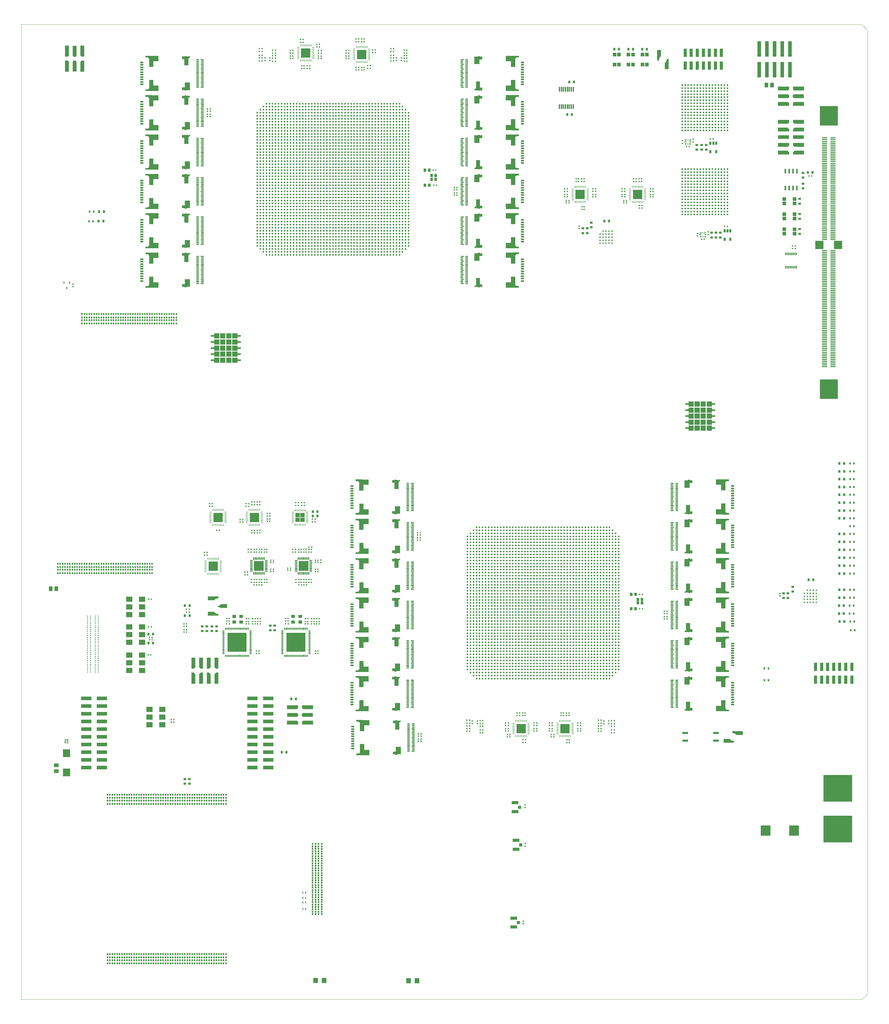
<source format=gbr>
G04 Created by GerbView*
%FSLAX35Y35*%
%MOMM*%
G75*
%ADD10C,0.0254*%
%ADD11C,0.5588*%
%ADD12R,0.2997X0.7976*%
%ADD13R,3.4290X1.2700*%
%ADD14R,0.3988X0.5994*%
%ADD15C,0.6248*%
%ADD16R,0.7620X0.8128*%
%ADD17R,1.1379X0.4978*%
%ADD18R,0.5994X0.7976*%
%ADD19C,0.5385*%
%ADD20R,0.8128X0.7620*%
%ADD21R,0.6985X0.9982*%
%ADD22R,0.5994X0.3988*%
%ADD23R,0.2286X0.8001*%
%ADD24R,0.8636X0.3048*%
%ADD25R,0.3048X0.8636*%
%ADD26R,0.8001X0.2286*%
%ADD27R,1.9990X1.7983*%
%ADD28R,0.6553X0.2540*%
%ADD29R,0.8992X0.2997*%
%ADD30R,0.5588X0.0737*%
%ADD31C,0.3556*%
%ADD32C,0.4801*%
%ADD33R,1.1989X1.1989*%
%ADD34R,1.0998X0.2997*%
%ADD35R,0.7976X0.2997*%
%ADD36R,1.2979X1.0490*%
%ADD37R,0.9982X2.7483*%
%ADD38R,1.2979X1.4986*%
%ADD39R,0.4318X0.7620*%
%ADD40R,0.2540X0.6553*%
%ADD41R,1.7475X0.3480*%
%ADD42R,1.4986X1.2979*%
%ADD43R,0.5182X0.2997*%
%ADD44R,2.3978X2.5984*%
%ADD45R,0.2489X0.5791*%
%ADD46R,0.6299X0.3480*%
%ADD47R,1.0490X0.9982*%
%ADD48R,0.2997X0.5791*%
%ADD49R,0.5486X0.2997*%
%ADD50R,0.9144X1.0160*%
%ADD51R,1.2700X5.0800*%
%ADD52R,3.6779X1.2700*%
%ADD53R,3.2487X3.4290*%
%ADD54R,9.5987X8.7986*%
%ADD55R,1.9050X0.6350*%
%ADD56R,0.2997X0.8992*%
%ADD57R,1.5977X1.7983*%
%ADD58R,0.5994X1.4986*%
%ADD59R,0.0254X0.0254*%
%ADD60C,1.0414*%
%ADD61R,3.0988X3.0988*%
%ADD62R,3.1775X3.1775*%
%ADD63R,6.3500X6.3500*%
%ADD64R,2.1996X1.0490*%
%ADD65R,2.7991X2.6975*%
%ADD66R,5.9995X6.4999*%
%ADD67C,0.0991*%
%LNEXPORT*%
D02*
D10*
D11*
X22600000Y28962500D03*
D10*
D11*
X22400000Y29562500D03*
D10*
G36*
X25531500Y29103250D02*
X25199500D01*
X25163500Y29067250D01*
Y28976250D01*
X25531500D01*
Y29103250D01*
G37*
D11*
X22500000Y29662500D03*
D10*
G36*
X25525000Y29357250D02*
X25193000D01*
X25157000Y29321250D01*
Y29266250D01*
X25193000Y29230250D01*
X25525000D01*
Y29357250D01*
G37*
D11*
X22800000Y28962500D03*
D10*
G36*
X25531500Y29611250D02*
X25163500D01*
Y29520250D01*
X25199500Y29484250D01*
X25531500D01*
Y29611250D01*
G37*
D11*
X22900000Y28962500D03*
D10*
G36*
X25036500Y29067250D02*
X25000500Y29103250D01*
X24668500D01*
Y28976250D01*
X25036500D01*
Y29067250D01*
G37*
D11*
X22500000Y29262500D03*
D10*
G36*
X25043000Y29321250D02*
X25007000Y29357250D01*
X24675000D01*
Y29230250D01*
X25007000D01*
X25043000Y29266250D01*
Y29321250D01*
G37*
D11*
X22400000Y29662500D03*
D10*
G36*
X25036500Y29611250D02*
X24668500D01*
Y29484250D01*
X25000500D01*
X25036500Y29520250D01*
Y29611250D01*
G37*
D11*
X22300000Y29462500D03*
D10*
G36*
X5268000Y10249000D02*
Y9881000D01*
X5395000D01*
Y10198000D01*
X5344000Y10249000D01*
X5268000D01*
G37*
D12*
X8850000Y11700000D03*
D10*
G36*
X5268000Y10744000D02*
Y10376000D01*
X5344000D01*
X5395000Y10427000D01*
Y10744000D01*
X5268000D01*
G37*
D12*
X6900000Y11700000D03*
D10*
D13*
X1789500Y9139000D03*
D10*
D13*
X2310500Y7615000D03*
D10*
D13*
X1789500Y8631000D03*
D10*
D14*
X9045000Y2650000D03*
D10*
D13*
X1789500Y8377000D03*
D10*
D13*
X1789500Y8123000D03*
D10*
D15*
X9381160Y2663480D03*
D10*
D14*
X9045000Y2981250D03*
D10*
D13*
X7810500Y8377000D03*
D10*
D13*
X7810500Y8123000D03*
D10*
D15*
X9273720Y3063530D03*
D10*
D14*
X8955000Y2437500D03*
D10*
D13*
X2310500Y8377000D03*
D10*
D13*
X2310500Y8123000D03*
D10*
D15*
X9581060Y2423450D03*
D10*
D14*
X9045000Y2800000D03*
D10*
D13*
X7289500Y8377000D03*
D10*
D15*
X9581060Y2743490D03*
D10*
D13*
X7289500Y8123000D03*
D10*
D16*
X8260030Y7615000D03*
D10*
D13*
X7810500Y7615000D03*
D10*
D13*
X7810500Y9139000D03*
D10*
D16*
X8572530Y9375000D03*
D10*
D11*
X22400000Y29462500D03*
D10*
D17*
X23171000Y9510000D03*
D10*
D11*
X22500000Y29362500D03*
D10*
D11*
X22500000Y29562500D03*
D10*
D17*
X23171000Y10810000D03*
D10*
D11*
X22600000Y29462500D03*
D10*
D11*
X22500000Y29462500D03*
D10*
D11*
X22700000Y29662500D03*
D10*
D17*
X23171000Y12190000D03*
D10*
D18*
X24352500Y10000000D03*
D10*
D19*
X16400000Y10950000D03*
D10*
D18*
X24352500Y10387500D03*
D10*
D19*
X16500000Y11150000D03*
D10*
D16*
X2354710Y25168750D03*
D10*
D19*
X9450000Y24950000D03*
D10*
D16*
X2199770Y25168750D03*
D10*
D18*
X1885000Y25162500D03*
D10*
D16*
X2371220Y25481250D03*
D10*
D19*
X9550000Y25150000D03*
D10*
D16*
X2216280Y25481250D03*
D10*
D18*
X1903750Y25481250D03*
D10*
D11*
X21600000Y29062500D03*
D10*
D11*
X21800000Y29062500D03*
D10*
D11*
X22200000Y29662500D03*
D10*
D11*
X22300000Y29362500D03*
D10*
D11*
X22300000Y29562500D03*
D10*
D18*
X24222500Y10000000D03*
D10*
D18*
X24222500Y10387500D03*
D10*
D18*
X2015000Y25162500D03*
D10*
D18*
X2033750Y25481250D03*
D10*
D19*
X16400000Y10850000D03*
D10*
D18*
X27060000Y11938900D03*
D10*
D18*
X27041250Y12193750D03*
D10*
D18*
X27041250Y12456250D03*
D10*
D18*
X27053750Y12718750D03*
D10*
D18*
X27053750Y12981250D03*
D10*
D16*
X26864970Y11938900D03*
D10*
D18*
X27190000Y11938900D03*
D10*
D16*
X26846220Y12193750D03*
D10*
D18*
X27171250Y12193750D03*
D10*
D16*
X26846220Y12456250D03*
D10*
D18*
X27171250Y12456250D03*
D10*
D16*
X26858720Y12718750D03*
D10*
D18*
X27183750Y12718750D03*
D10*
D16*
X26858720Y12981250D03*
D10*
D18*
X27183750Y12981250D03*
D10*
D18*
X27053750Y17156250D03*
D10*
D18*
X27053750Y16900000D03*
D10*
D18*
X27053750Y16643750D03*
D10*
D18*
X27053750Y16125000D03*
D10*
D18*
X27053750Y15862500D03*
D10*
D18*
X27053750Y15600000D03*
D10*
D18*
X27183750Y17156250D03*
D10*
D16*
X26858720Y17156250D03*
D10*
D16*
X26858720Y16900000D03*
D10*
D18*
X27183750Y16900000D03*
D10*
D18*
X27183750Y16643750D03*
D10*
D18*
X27183750Y16125000D03*
D10*
D18*
X27183750Y15862500D03*
D10*
D18*
X27183750Y15600000D03*
D10*
D16*
X26858720Y16643750D03*
D10*
D16*
X26858720Y16125000D03*
D10*
D16*
X26858720Y15862500D03*
D10*
D16*
X26858720Y15600000D03*
D10*
D18*
X27053750Y15343750D03*
D10*
D18*
X27053750Y16381250D03*
D10*
D18*
X27053750Y13518750D03*
D10*
D18*
X27053750Y14306250D03*
D10*
D18*
X27053750Y14568750D03*
D10*
D18*
X27053750Y14831250D03*
D10*
D18*
X27053750Y14043750D03*
D10*
D18*
X27053750Y13781250D03*
D10*
D16*
X26858720Y15343750D03*
D10*
D18*
X27183750Y15343750D03*
D10*
D16*
X26858720Y16381250D03*
D10*
D18*
X27183750Y16381250D03*
D10*
D16*
X26858720Y13518750D03*
D10*
D18*
X27183750Y13518750D03*
D10*
D16*
X26858720Y14306250D03*
D10*
D18*
X27183750Y14306250D03*
D10*
D16*
X26858720Y14568750D03*
D10*
D18*
X27183750Y14568750D03*
D10*
D16*
X26858720Y14831250D03*
D10*
D18*
X27183750Y14831250D03*
D10*
D16*
X26858720Y14043750D03*
D10*
D18*
X27183750Y14043750D03*
D10*
D16*
X26858720Y13781250D03*
D10*
D18*
X27183750Y13781250D03*
D10*
D20*
X22618750Y24628780D03*
D10*
D21*
X22905000Y24566250D03*
D10*
D20*
X22762500Y24628780D03*
D10*
D20*
X22143750Y27528780D03*
D10*
D21*
X22436250Y27466250D03*
D10*
D20*
X22300000Y27528780D03*
D10*
D22*
X5875000Y15742500D03*
D10*
D23*
X6025000Y15625000D03*
D10*
D22*
X5956250Y15742500D03*
D10*
D24*
X8730000Y13750000D03*
D10*
D24*
X8730000Y13800000D03*
D10*
D24*
X7255000Y13750000D03*
D10*
D24*
X7255000Y13800000D03*
D10*
D20*
X22762500Y24783720D03*
D10*
D14*
X22995000Y24987500D03*
D10*
D21*
X23000000Y24846250D03*
D10*
D14*
X22526250Y27887500D03*
D10*
D21*
X22531250Y27746250D03*
D10*
D20*
X22300000Y27683720D03*
D10*
D22*
X8725000Y13320000D03*
D10*
D25*
X8850000Y13530000D03*
D10*
D14*
X17757500Y25775000D03*
D10*
D26*
X17875000Y25925000D03*
D10*
D14*
X17757500Y25850000D03*
D10*
D22*
X7250000Y13320000D03*
D10*
D25*
X7375000Y13530000D03*
D10*
D25*
X7375000Y14020000D03*
D10*
D22*
X7150000Y14230000D03*
D10*
D22*
X7231250Y14230000D03*
D10*
D25*
X8850000Y14020000D03*
D10*
D22*
X8625000Y14230000D03*
D10*
D22*
X8706250Y14230000D03*
D10*
D24*
X8730000Y13900000D03*
D10*
D24*
X8730000Y13650000D03*
D10*
D24*
X7255000Y13900000D03*
D10*
D24*
X7255000Y13650000D03*
D10*
D16*
X5053780Y12131250D03*
D10*
D14*
X5105000Y12250000D03*
D10*
D27*
X3635000Y12164750D03*
D10*
D14*
X4598750Y8606250D03*
D10*
D27*
X4303750Y8521000D03*
D10*
D23*
X7375000Y15125000D03*
D10*
D22*
X7350000Y14951250D03*
D10*
D26*
X18375000Y26075000D03*
D10*
D14*
X18548750Y26050000D03*
D10*
D23*
X10875000Y30925000D03*
D10*
D22*
X10900000Y31098750D03*
D10*
D23*
X7475000Y15125000D03*
D10*
D22*
X7531250Y14951250D03*
D10*
D26*
X18375000Y26175000D03*
D10*
D14*
X18548750Y26231250D03*
D10*
D23*
X10775000Y30925000D03*
D10*
D22*
X10718750Y31098750D03*
D10*
D26*
X7600000Y15350000D03*
D10*
D14*
X7773750Y15325000D03*
D10*
D23*
X18150000Y26300000D03*
D10*
D22*
X18175000Y26473750D03*
D10*
D26*
X10650000Y30700000D03*
D10*
D14*
X10476250Y30725000D03*
D10*
D26*
X7600000Y15450000D03*
D10*
D14*
X7773750Y15506250D03*
D10*
D23*
X18050000Y26300000D03*
D10*
D22*
X17993750Y26473750D03*
D10*
D26*
X10650000Y30600000D03*
D10*
D14*
X10476250Y30543750D03*
D10*
D23*
X7425000Y15625000D03*
D10*
D22*
X7450000Y15798750D03*
D10*
D26*
X17875000Y26125000D03*
D10*
D14*
X17701250Y26150000D03*
D10*
D23*
X10825000Y30425000D03*
D10*
D22*
X10800000Y30251250D03*
D10*
D23*
X7325000Y15625000D03*
D10*
D22*
X7268750Y15798750D03*
D10*
D26*
X17875000Y26025000D03*
D10*
D14*
X17701250Y25968750D03*
D10*
D23*
X10925000Y30425000D03*
D10*
D22*
X10981250Y30251250D03*
D10*
D14*
X5105000Y12337500D03*
D10*
D16*
X5053780Y12462500D03*
D10*
D27*
X3635000Y12418750D03*
D10*
D14*
X4598750Y8693750D03*
D10*
D27*
X4303750Y8775000D03*
D10*
D23*
X7325000Y15125000D03*
D10*
D22*
X7268750Y14951250D03*
D10*
D26*
X18375000Y26025000D03*
D10*
D14*
X18548750Y25968750D03*
D10*
D23*
X10925000Y30925000D03*
D10*
D22*
X10981250Y31098750D03*
D10*
D23*
X7425000Y15125000D03*
D10*
D22*
X7450000Y14951250D03*
D10*
D26*
X18375000Y26125000D03*
D10*
D14*
X18548750Y26150000D03*
D10*
D23*
X10825000Y30925000D03*
D10*
D22*
X10800000Y31098750D03*
D10*
D26*
X7600000Y15300000D03*
D10*
D14*
X7773750Y15243750D03*
D10*
D23*
X18200000Y26300000D03*
D10*
D22*
X18256250Y26473750D03*
D10*
D26*
X10650000Y30750000D03*
D10*
D14*
X10476250Y30806250D03*
D10*
D26*
X7600000Y15400000D03*
D10*
D14*
X7773750Y15425000D03*
D10*
D23*
X18100000Y26300000D03*
D10*
D22*
X18075000Y26473750D03*
D10*
D26*
X10650000Y30650000D03*
D10*
D14*
X10476250Y30625000D03*
D10*
D23*
X7475000Y15625000D03*
D10*
D22*
X7531250Y15798750D03*
D10*
D26*
X17875000Y26175000D03*
D10*
D14*
X17701250Y26231250D03*
D10*
D23*
X10775000Y30425000D03*
D10*
D22*
X10718750Y30251250D03*
D10*
D23*
X7375000Y15625000D03*
D10*
D22*
X7350000Y15798750D03*
D10*
D26*
X17875000Y26075000D03*
D10*
D14*
X17701250Y26050000D03*
D10*
D23*
X10875000Y30425000D03*
D10*
D22*
X10900000Y30251250D03*
D10*
D22*
X7418750Y13320000D03*
D10*
D25*
X7475000Y13530000D03*
D10*
D22*
X8893750Y13320000D03*
D10*
D25*
X8950000Y13530000D03*
D10*
D22*
X7343750Y13320000D03*
D10*
D25*
X7425000Y13530000D03*
D10*
D22*
X8818750Y13320000D03*
D10*
D25*
X8900000Y13530000D03*
D10*
D22*
X7587500Y13320000D03*
D10*
D25*
X7575000Y13530000D03*
D10*
D22*
X9062500Y13320000D03*
D10*
D25*
X9050000Y13530000D03*
D10*
D22*
X7512500Y13320000D03*
D10*
D25*
X7525000Y13530000D03*
D10*
D22*
X8987500Y13320000D03*
D10*
D25*
X9000000Y13530000D03*
D10*
D22*
X7756250Y13320000D03*
D10*
D25*
X7675000Y13530000D03*
D10*
D22*
X9231250Y13320000D03*
D10*
D25*
X9150000Y13530000D03*
D10*
D22*
X7681250Y13320000D03*
D10*
D25*
X7625000Y13530000D03*
D10*
D22*
X9156250Y13320000D03*
D10*
D25*
X9100000Y13530000D03*
D10*
D24*
X7745000Y13650000D03*
D10*
D14*
X7892500Y13662500D03*
D10*
D24*
X9220000Y13650000D03*
D10*
D14*
X9367500Y13662500D03*
D10*
D14*
X7892500Y13587500D03*
D10*
D24*
X7745000Y13600000D03*
D10*
D14*
X9367500Y13587500D03*
D10*
D24*
X9220000Y13600000D03*
D10*
D24*
X7745000Y13950000D03*
D10*
D14*
X7892500Y13962500D03*
D10*
D24*
X9220000Y13950000D03*
D10*
D14*
X9367500Y13962500D03*
D10*
D14*
X7892500Y13887500D03*
D10*
D24*
X7745000Y13900000D03*
D10*
D14*
X9367500Y13887500D03*
D10*
D24*
X9220000Y13900000D03*
D10*
D22*
X7681250Y14230000D03*
D10*
D25*
X7625000Y14020000D03*
D10*
D22*
X9156250Y14230000D03*
D10*
D25*
X9100000Y14020000D03*
D10*
D22*
X7756250Y14230000D03*
D10*
D25*
X7675000Y14020000D03*
D10*
D22*
X9231250Y14230000D03*
D10*
D25*
X9150000Y14020000D03*
D10*
D22*
X7512500Y14230000D03*
D10*
D25*
X7525000Y14020000D03*
D10*
D22*
X8987500Y14230000D03*
D10*
D25*
X9000000Y14020000D03*
D10*
D22*
X7587500Y14230000D03*
D10*
D25*
X7575000Y14020000D03*
D10*
D22*
X9062500Y14230000D03*
D10*
D25*
X9050000Y14020000D03*
D10*
D22*
X7343750Y14230000D03*
D10*
D25*
X7425000Y14020000D03*
D10*
D22*
X8818750Y14230000D03*
D10*
D25*
X8900000Y14020000D03*
D10*
D22*
X7418750Y14230000D03*
D10*
D25*
X7475000Y14020000D03*
D10*
D22*
X8893750Y14230000D03*
D10*
D25*
X8950000Y14020000D03*
D10*
D22*
X10718750Y31188750D03*
D10*
D22*
X10800000Y31188750D03*
D10*
D28*
X9099830Y15400000D03*
D10*
D16*
X9285030Y15425000D03*
D10*
D28*
X9099830Y15550000D03*
D10*
D16*
X9285030Y15568750D03*
D10*
D19*
X17300000Y14850000D03*
D10*
D19*
X10350000Y28850000D03*
D10*
D19*
X10250000Y28850000D03*
D10*
D19*
X17200000Y14850000D03*
D10*
D29*
X21325000Y11950000D03*
D10*
D19*
X18600000Y12550000D03*
D10*
D29*
X21165000Y11950000D03*
D10*
D19*
X18800000Y12450000D03*
D10*
D29*
X21325000Y11800000D03*
D10*
D19*
X18800000Y12250000D03*
D10*
D29*
X21165000Y11800000D03*
D10*
D19*
X18600000Y12350000D03*
D10*
D29*
X21325000Y11900000D03*
D10*
D19*
X18700000Y12550000D03*
D10*
D29*
X21165000Y11900000D03*
D10*
D19*
X18900000Y12450000D03*
D10*
D29*
X21325000Y11750000D03*
D10*
D19*
X18900000Y12250000D03*
D10*
D29*
X21165000Y11750000D03*
D10*
D19*
X18700000Y12350000D03*
D10*
D29*
X21165000Y12350000D03*
D10*
D19*
X19100000Y12350000D03*
D10*
D29*
X21325000Y12350000D03*
D10*
D19*
X19300000Y12250000D03*
D10*
D29*
X21165000Y12500000D03*
D10*
D19*
X19100000Y12550000D03*
D10*
D29*
X21325000Y12500000D03*
D10*
D19*
X19300000Y12450000D03*
D10*
D29*
X21165000Y12400000D03*
D10*
D19*
X19200000Y12350000D03*
D10*
D29*
X21325000Y12400000D03*
D10*
D19*
X19400000Y12250000D03*
D10*
D29*
X21165000Y12550000D03*
D10*
D19*
X19200000Y12550000D03*
D10*
D29*
X21325000Y12550000D03*
D10*
D19*
X19400000Y12450000D03*
D10*
D19*
X14900000Y13850000D03*
D10*
D29*
X12425000Y14950000D03*
D10*
D19*
X15100000Y13950000D03*
D10*
D29*
X12585000Y14950000D03*
D10*
D29*
X12425000Y15100000D03*
D10*
D19*
X14900000Y14050000D03*
D10*
D19*
X15100000Y14150000D03*
D10*
D29*
X12585000Y15100000D03*
D10*
D19*
X15000000Y13850000D03*
D10*
D29*
X12425000Y15000000D03*
D10*
D19*
X15200000Y13950000D03*
D10*
D29*
X12585000Y15000000D03*
D10*
D29*
X12425000Y15150000D03*
D10*
D19*
X15000000Y14050000D03*
D10*
D19*
X15200000Y14150000D03*
D10*
D29*
X12585000Y15150000D03*
D10*
D19*
X14500000Y14050000D03*
D10*
D29*
X12585000Y14550000D03*
D10*
D19*
X14700000Y14150000D03*
D10*
D29*
X12425000Y14550000D03*
D10*
D19*
X14700000Y13950000D03*
D10*
D29*
X12585000Y14400000D03*
D10*
D29*
X12425000Y14400000D03*
D10*
D19*
X14500000Y13850000D03*
D10*
D19*
X14400000Y14050000D03*
D10*
D29*
X12585000Y14500000D03*
D10*
D19*
X14600000Y14150000D03*
D10*
D29*
X12425000Y14500000D03*
D10*
D19*
X14600000Y13950000D03*
D10*
D29*
X12585000Y14350000D03*
D10*
D29*
X12425000Y14350000D03*
D10*
D19*
X14400000Y13850000D03*
D10*
D22*
X7075000Y15742500D03*
D10*
D23*
X7225000Y15625000D03*
D10*
D22*
X7156250Y15742500D03*
D10*
D11*
X22700000Y28962500D03*
D10*
D11*
X23000000Y28962500D03*
D10*
G36*
X17786750Y29026400D02*
Y28879600D01*
X17786730Y28879155D01*
X17786672Y28878714D01*
X17786576Y28878280D01*
X17786442Y28877855D01*
X17786272Y28877444D01*
X17786066Y28877050D01*
X17785827Y28876674D01*
X17785556Y28876321D01*
X17785256Y28875993D01*
X17784928Y28875693D01*
X17784575Y28875422D01*
X17784200Y28875183D01*
X17783805Y28874977D01*
X17783394Y28874807D01*
X17782969Y28874673D01*
X17782535Y28874577D01*
X17782094Y28874519D01*
X17781650Y28874500D01*
X17750850D01*
X17750405Y28874519D01*
X17749964Y28874577D01*
X17749530Y28874673D01*
X17749105Y28874807D01*
X17748694Y28874977D01*
X17748300Y28875183D01*
X17747924Y28875422D01*
X17747571Y28875693D01*
X17747243Y28875993D01*
X17746943Y28876321D01*
X17746672Y28876674D01*
X17746433Y28877050D01*
X17746227Y28877444D01*
X17746057Y28877855D01*
X17745923Y28878280D01*
X17745827Y28878714D01*
X17745769Y28879155D01*
X17745750Y28879600D01*
Y29026400D01*
X17745769Y29026844D01*
X17745827Y29027285D01*
X17745923Y29027719D01*
X17746057Y29028144D01*
X17746227Y29028555D01*
X17746433Y29028950D01*
X17746672Y29029325D01*
X17746943Y29029678D01*
X17747243Y29030006D01*
X17747571Y29030306D01*
X17747924Y29030577D01*
X17748300Y29030816D01*
X17748694Y29031022D01*
X17749105Y29031192D01*
X17749530Y29031326D01*
X17749964Y29031422D01*
X17750405Y29031480D01*
X17750850Y29031500D01*
X17781650D01*
X17782094Y29031480D01*
X17782535Y29031422D01*
X17782969Y29031326D01*
X17783394Y29031192D01*
X17783805Y29031022D01*
X17784200Y29030816D01*
X17784575Y29030577D01*
X17784928Y29030306D01*
X17785256Y29030006D01*
X17785556Y29029678D01*
X17785827Y29029325D01*
X17786066Y29028950D01*
X17786272Y29028555D01*
X17786442Y29028144D01*
X17786576Y29027719D01*
X17786672Y29027285D01*
X17786730Y29026844D01*
X17786750Y29026400D01*
G37*
D30*
X2130000Y13646200D03*
D10*
D11*
X2130000Y13642400D03*
D10*
D11*
X2130000Y13650000D03*
D10*
G36*
X17851750Y29026400D02*
Y28879600D01*
X17851730Y28879155D01*
X17851672Y28878714D01*
X17851576Y28878280D01*
X17851442Y28877855D01*
X17851272Y28877444D01*
X17851066Y28877050D01*
X17850827Y28876674D01*
X17850556Y28876321D01*
X17850256Y28875993D01*
X17849928Y28875693D01*
X17849575Y28875422D01*
X17849200Y28875183D01*
X17848805Y28874977D01*
X17848394Y28874807D01*
X17847969Y28874673D01*
X17847535Y28874577D01*
X17847094Y28874519D01*
X17846650Y28874500D01*
X17815850D01*
X17815405Y28874519D01*
X17814964Y28874577D01*
X17814530Y28874673D01*
X17814105Y28874807D01*
X17813694Y28874977D01*
X17813300Y28875183D01*
X17812924Y28875422D01*
X17812571Y28875693D01*
X17812243Y28875993D01*
X17811943Y28876321D01*
X17811672Y28876674D01*
X17811433Y28877050D01*
X17811227Y28877444D01*
X17811057Y28877855D01*
X17810923Y28878280D01*
X17810827Y28878714D01*
X17810769Y28879155D01*
X17810750Y28879600D01*
Y29026400D01*
X17810769Y29026844D01*
X17810827Y29027285D01*
X17810923Y29027719D01*
X17811057Y29028144D01*
X17811227Y29028555D01*
X17811433Y29028950D01*
X17811672Y29029325D01*
X17811943Y29029678D01*
X17812243Y29030006D01*
X17812571Y29030306D01*
X17812924Y29030577D01*
X17813300Y29030816D01*
X17813694Y29031022D01*
X17814105Y29031192D01*
X17814530Y29031326D01*
X17814964Y29031422D01*
X17815405Y29031480D01*
X17815850Y29031500D01*
X17846650D01*
X17847094Y29031480D01*
X17847535Y29031422D01*
X17847969Y29031326D01*
X17848394Y29031192D01*
X17848805Y29031022D01*
X17849200Y29030816D01*
X17849575Y29030577D01*
X17849928Y29030306D01*
X17850256Y29030006D01*
X17850556Y29029678D01*
X17850827Y29029325D01*
X17851066Y29028950D01*
X17851272Y29028555D01*
X17851442Y29028144D01*
X17851576Y29027719D01*
X17851672Y29027285D01*
X17851730Y29026844D01*
X17851750Y29026400D01*
G37*
D30*
X2050000Y13646200D03*
D10*
D11*
X2050000Y13642400D03*
D10*
D11*
X2050000Y13650000D03*
D10*
D19*
X15700000Y12450000D03*
D10*
D19*
X8750000Y26450000D03*
D10*
G36*
X17721750Y29026400D02*
Y28879600D01*
X17721730Y28879155D01*
X17721672Y28878714D01*
X17721576Y28878280D01*
X17721442Y28877855D01*
X17721272Y28877444D01*
X17721066Y28877050D01*
X17720827Y28876674D01*
X17720556Y28876321D01*
X17720256Y28875993D01*
X17719928Y28875693D01*
X17719575Y28875422D01*
X17719200Y28875183D01*
X17718805Y28874977D01*
X17718394Y28874807D01*
X17717969Y28874673D01*
X17717535Y28874577D01*
X17717094Y28874519D01*
X17716650Y28874500D01*
X17685850D01*
X17685405Y28874519D01*
X17684964Y28874577D01*
X17684530Y28874673D01*
X17684105Y28874807D01*
X17683694Y28874977D01*
X17683300Y28875183D01*
X17682924Y28875422D01*
X17682571Y28875693D01*
X17682243Y28875993D01*
X17681943Y28876321D01*
X17681672Y28876674D01*
X17681433Y28877050D01*
X17681227Y28877444D01*
X17681057Y28877855D01*
X17680923Y28878280D01*
X17680827Y28878714D01*
X17680769Y28879155D01*
X17680750Y28879600D01*
Y29026400D01*
X17680769Y29026844D01*
X17680827Y29027285D01*
X17680923Y29027719D01*
X17681057Y29028144D01*
X17681227Y29028555D01*
X17681433Y29028950D01*
X17681672Y29029325D01*
X17681943Y29029678D01*
X17682243Y29030006D01*
X17682571Y29030306D01*
X17682924Y29030577D01*
X17683300Y29030816D01*
X17683694Y29031022D01*
X17684105Y29031192D01*
X17684530Y29031326D01*
X17684964Y29031422D01*
X17685405Y29031480D01*
X17685850Y29031500D01*
X17716650D01*
X17717094Y29031480D01*
X17717535Y29031422D01*
X17717969Y29031326D01*
X17718394Y29031192D01*
X17718805Y29031022D01*
X17719200Y29030816D01*
X17719575Y29030577D01*
X17719928Y29030306D01*
X17720256Y29030006D01*
X17720556Y29029678D01*
X17720827Y29029325D01*
X17721066Y29028950D01*
X17721272Y29028555D01*
X17721442Y29028144D01*
X17721576Y29027719D01*
X17721672Y29027285D01*
X17721730Y29026844D01*
X17721750Y29026400D01*
G37*
D16*
X17701250Y28687500D03*
D10*
G36*
X17786750Y29600400D02*
Y29453600D01*
X17786730Y29453155D01*
X17786672Y29452714D01*
X17786576Y29452280D01*
X17786442Y29451855D01*
X17786272Y29451444D01*
X17786066Y29451050D01*
X17785827Y29450674D01*
X17785556Y29450321D01*
X17785256Y29449993D01*
X17784928Y29449693D01*
X17784575Y29449422D01*
X17784200Y29449183D01*
X17783805Y29448977D01*
X17783394Y29448807D01*
X17782969Y29448673D01*
X17782535Y29448577D01*
X17782094Y29448519D01*
X17781650Y29448500D01*
X17750850D01*
X17750405Y29448519D01*
X17749964Y29448577D01*
X17749530Y29448673D01*
X17749105Y29448807D01*
X17748694Y29448977D01*
X17748300Y29449183D01*
X17747924Y29449422D01*
X17747571Y29449693D01*
X17747243Y29449993D01*
X17746943Y29450321D01*
X17746672Y29450674D01*
X17746433Y29451050D01*
X17746227Y29451444D01*
X17746057Y29451855D01*
X17745923Y29452280D01*
X17745827Y29452714D01*
X17745769Y29453155D01*
X17745750Y29453600D01*
Y29600400D01*
X17745769Y29600844D01*
X17745827Y29601285D01*
X17745923Y29601719D01*
X17746057Y29602144D01*
X17746227Y29602555D01*
X17746433Y29602950D01*
X17746672Y29603325D01*
X17746943Y29603678D01*
X17747243Y29604006D01*
X17747571Y29604306D01*
X17747924Y29604577D01*
X17748300Y29604816D01*
X17748694Y29605022D01*
X17749105Y29605192D01*
X17749530Y29605326D01*
X17749964Y29605422D01*
X17750405Y29605480D01*
X17750850Y29605500D01*
X17781650D01*
X17782094Y29605480D01*
X17782535Y29605422D01*
X17782969Y29605326D01*
X17783394Y29605192D01*
X17783805Y29605022D01*
X17784200Y29604816D01*
X17784575Y29604577D01*
X17784928Y29604306D01*
X17785256Y29604006D01*
X17785556Y29603678D01*
X17785827Y29603325D01*
X17786066Y29602950D01*
X17786272Y29602555D01*
X17786442Y29602144D01*
X17786576Y29601719D01*
X17786672Y29601285D01*
X17786730Y29600844D01*
X17786750Y29600400D01*
G37*
D16*
X17766250Y29762500D03*
D10*
G36*
X17656750Y29026400D02*
Y28879600D01*
X17656730Y28879155D01*
X17656672Y28878714D01*
X17656576Y28878280D01*
X17656442Y28877855D01*
X17656272Y28877444D01*
X17656066Y28877050D01*
X17655827Y28876674D01*
X17655556Y28876321D01*
X17655256Y28875993D01*
X17654928Y28875693D01*
X17654575Y28875422D01*
X17654200Y28875183D01*
X17653805Y28874977D01*
X17653394Y28874807D01*
X17652969Y28874673D01*
X17652535Y28874577D01*
X17652094Y28874519D01*
X17651650Y28874500D01*
X17620850D01*
X17620405Y28874519D01*
X17619964Y28874577D01*
X17619530Y28874673D01*
X17619105Y28874807D01*
X17618694Y28874977D01*
X17618300Y28875183D01*
X17617924Y28875422D01*
X17617571Y28875693D01*
X17617243Y28875993D01*
X17616943Y28876321D01*
X17616672Y28876674D01*
X17616433Y28877050D01*
X17616227Y28877444D01*
X17616057Y28877855D01*
X17615923Y28878280D01*
X17615827Y28878714D01*
X17615769Y28879155D01*
X17615750Y28879600D01*
Y29026400D01*
X17615769Y29026844D01*
X17615827Y29027285D01*
X17615923Y29027719D01*
X17616057Y29028144D01*
X17616227Y29028555D01*
X17616433Y29028950D01*
X17616672Y29029325D01*
X17616943Y29029678D01*
X17617243Y29030006D01*
X17617571Y29030306D01*
X17617924Y29030577D01*
X17618300Y29030816D01*
X17618694Y29031022D01*
X17619105Y29031192D01*
X17619530Y29031326D01*
X17619964Y29031422D01*
X17620405Y29031480D01*
X17620850Y29031500D01*
X17651650D01*
X17652094Y29031480D01*
X17652535Y29031422D01*
X17652969Y29031326D01*
X17653394Y29031192D01*
X17653805Y29031022D01*
X17654200Y29030816D01*
X17654575Y29030577D01*
X17654928Y29030306D01*
X17655256Y29030006D01*
X17655556Y29029678D01*
X17655827Y29029325D01*
X17656066Y29028950D01*
X17656272Y29028555D01*
X17656442Y29028144D01*
X17656576Y29027719D01*
X17656672Y29027285D01*
X17656730Y29026844D01*
X17656750Y29026400D01*
G37*
D11*
X22000000Y28162500D03*
D10*
D11*
X22000000Y28562500D03*
D10*
G36*
X17591750Y29026400D02*
Y28879600D01*
X17591730Y28879155D01*
X17591672Y28878714D01*
X17591576Y28878280D01*
X17591442Y28877855D01*
X17591272Y28877444D01*
X17591066Y28877050D01*
X17590827Y28876674D01*
X17590556Y28876321D01*
X17590256Y28875993D01*
X17589928Y28875693D01*
X17589575Y28875422D01*
X17589200Y28875183D01*
X17588805Y28874977D01*
X17588394Y28874807D01*
X17587969Y28874673D01*
X17587535Y28874577D01*
X17587094Y28874519D01*
X17586650Y28874500D01*
X17555850D01*
X17555405Y28874519D01*
X17554964Y28874577D01*
X17554530Y28874673D01*
X17554105Y28874807D01*
X17553694Y28874977D01*
X17553300Y28875183D01*
X17552924Y28875422D01*
X17552571Y28875693D01*
X17552243Y28875993D01*
X17551943Y28876321D01*
X17551672Y28876674D01*
X17551433Y28877050D01*
X17551227Y28877444D01*
X17551057Y28877855D01*
X17550923Y28878280D01*
X17550827Y28878714D01*
X17550769Y28879155D01*
X17550750Y28879600D01*
Y29026400D01*
X17550769Y29026844D01*
X17550827Y29027285D01*
X17550923Y29027719D01*
X17551057Y29028144D01*
X17551227Y29028555D01*
X17551433Y29028950D01*
X17551672Y29029325D01*
X17551943Y29029678D01*
X17552243Y29030006D01*
X17552571Y29030306D01*
X17552924Y29030577D01*
X17553300Y29030816D01*
X17553694Y29031022D01*
X17554105Y29031192D01*
X17554530Y29031326D01*
X17554964Y29031422D01*
X17555405Y29031480D01*
X17555850Y29031500D01*
X17586650D01*
X17587094Y29031480D01*
X17587535Y29031422D01*
X17587969Y29031326D01*
X17588394Y29031192D01*
X17588805Y29031022D01*
X17589200Y29030816D01*
X17589575Y29030577D01*
X17589928Y29030306D01*
X17590256Y29030006D01*
X17590556Y29029678D01*
X17590827Y29029325D01*
X17591066Y29028950D01*
X17591272Y29028555D01*
X17591442Y29028144D01*
X17591576Y29027719D01*
X17591672Y29027285D01*
X17591730Y29026844D01*
X17591750Y29026400D01*
G37*
G36*
X17461750Y29026400D02*
Y28879600D01*
X17461730Y28879155D01*
X17461672Y28878714D01*
X17461576Y28878280D01*
X17461442Y28877855D01*
X17461272Y28877444D01*
X17461066Y28877050D01*
X17460827Y28876674D01*
X17460556Y28876321D01*
X17460256Y28875993D01*
X17459928Y28875693D01*
X17459575Y28875422D01*
X17459200Y28875183D01*
X17458805Y28874977D01*
X17458394Y28874807D01*
X17457969Y28874673D01*
X17457535Y28874577D01*
X17457094Y28874519D01*
X17456650Y28874500D01*
X17425850D01*
X17425405Y28874519D01*
X17424964Y28874577D01*
X17424530Y28874673D01*
X17424105Y28874807D01*
X17423694Y28874977D01*
X17423300Y28875183D01*
X17422924Y28875422D01*
X17422571Y28875693D01*
X17422243Y28875993D01*
X17421943Y28876321D01*
X17421672Y28876674D01*
X17421433Y28877050D01*
X17421227Y28877444D01*
X17421057Y28877855D01*
X17420923Y28878280D01*
X17420827Y28878714D01*
X17420769Y28879155D01*
X17420750Y28879600D01*
Y29026400D01*
X17420769Y29026844D01*
X17420827Y29027285D01*
X17420923Y29027719D01*
X17421057Y29028144D01*
X17421227Y29028555D01*
X17421433Y29028950D01*
X17421672Y29029325D01*
X17421943Y29029678D01*
X17422243Y29030006D01*
X17422571Y29030306D01*
X17422924Y29030577D01*
X17423300Y29030816D01*
X17423694Y29031022D01*
X17424105Y29031192D01*
X17424530Y29031326D01*
X17424964Y29031422D01*
X17425405Y29031480D01*
X17425850Y29031500D01*
X17456650D01*
X17457094Y29031480D01*
X17457535Y29031422D01*
X17457969Y29031326D01*
X17458394Y29031192D01*
X17458805Y29031022D01*
X17459200Y29030816D01*
X17459575Y29030577D01*
X17459928Y29030306D01*
X17460256Y29030006D01*
X17460556Y29029678D01*
X17460827Y29029325D01*
X17461066Y29028950D01*
X17461272Y29028555D01*
X17461442Y29028144D01*
X17461576Y29027719D01*
X17461672Y29027285D01*
X17461730Y29026844D01*
X17461750Y29026400D01*
G37*
D11*
X22100000Y28262500D03*
D10*
G36*
X17526750Y29026400D02*
Y28879600D01*
X17526730Y28879155D01*
X17526672Y28878714D01*
X17526576Y28878280D01*
X17526442Y28877855D01*
X17526272Y28877444D01*
X17526066Y28877050D01*
X17525827Y28876674D01*
X17525556Y28876321D01*
X17525256Y28875993D01*
X17524928Y28875693D01*
X17524575Y28875422D01*
X17524200Y28875183D01*
X17523805Y28874977D01*
X17523394Y28874807D01*
X17522969Y28874673D01*
X17522535Y28874577D01*
X17522094Y28874519D01*
X17521650Y28874500D01*
X17490850D01*
X17490405Y28874519D01*
X17489964Y28874577D01*
X17489530Y28874673D01*
X17489105Y28874807D01*
X17488694Y28874977D01*
X17488300Y28875183D01*
X17487924Y28875422D01*
X17487571Y28875693D01*
X17487243Y28875993D01*
X17486943Y28876321D01*
X17486672Y28876674D01*
X17486433Y28877050D01*
X17486227Y28877444D01*
X17486057Y28877855D01*
X17485923Y28878280D01*
X17485827Y28878714D01*
X17485769Y28879155D01*
X17485750Y28879600D01*
Y29026400D01*
X17485769Y29026844D01*
X17485827Y29027285D01*
X17485923Y29027719D01*
X17486057Y29028144D01*
X17486227Y29028555D01*
X17486433Y29028950D01*
X17486672Y29029325D01*
X17486943Y29029678D01*
X17487243Y29030006D01*
X17487571Y29030306D01*
X17487924Y29030577D01*
X17488300Y29030816D01*
X17488694Y29031022D01*
X17489105Y29031192D01*
X17489530Y29031326D01*
X17489964Y29031422D01*
X17490405Y29031480D01*
X17490850Y29031500D01*
X17521650D01*
X17522094Y29031480D01*
X17522535Y29031422D01*
X17522969Y29031326D01*
X17523394Y29031192D01*
X17523805Y29031022D01*
X17524200Y29030816D01*
X17524575Y29030577D01*
X17524928Y29030306D01*
X17525256Y29030006D01*
X17525556Y29029678D01*
X17525827Y29029325D01*
X17526066Y29028950D01*
X17526272Y29028555D01*
X17526442Y29028144D01*
X17526576Y29027719D01*
X17526672Y29027285D01*
X17526730Y29026844D01*
X17526750Y29026400D01*
G37*
D11*
X21900000Y29062500D03*
D10*
D11*
X21900000Y29162500D03*
D10*
G36*
X17526750Y29600400D02*
Y29453600D01*
X17526730Y29453155D01*
X17526672Y29452714D01*
X17526576Y29452280D01*
X17526442Y29451855D01*
X17526272Y29451444D01*
X17526066Y29451050D01*
X17525827Y29450674D01*
X17525556Y29450321D01*
X17525256Y29449993D01*
X17524928Y29449693D01*
X17524575Y29449422D01*
X17524200Y29449183D01*
X17523805Y29448977D01*
X17523394Y29448807D01*
X17522969Y29448673D01*
X17522535Y29448577D01*
X17522094Y29448519D01*
X17521650Y29448500D01*
X17490850D01*
X17490405Y29448519D01*
X17489964Y29448577D01*
X17489530Y29448673D01*
X17489105Y29448807D01*
X17488694Y29448977D01*
X17488300Y29449183D01*
X17487924Y29449422D01*
X17487571Y29449693D01*
X17487243Y29449993D01*
X17486943Y29450321D01*
X17486672Y29450674D01*
X17486433Y29451050D01*
X17486227Y29451444D01*
X17486057Y29451855D01*
X17485923Y29452280D01*
X17485827Y29452714D01*
X17485769Y29453155D01*
X17485750Y29453600D01*
Y29600400D01*
X17485769Y29600844D01*
X17485827Y29601285D01*
X17485923Y29601719D01*
X17486057Y29602144D01*
X17486227Y29602555D01*
X17486433Y29602950D01*
X17486672Y29603325D01*
X17486943Y29603678D01*
X17487243Y29604006D01*
X17487571Y29604306D01*
X17487924Y29604577D01*
X17488300Y29604816D01*
X17488694Y29605022D01*
X17489105Y29605192D01*
X17489530Y29605326D01*
X17489964Y29605422D01*
X17490405Y29605480D01*
X17490850Y29605500D01*
X17521650D01*
X17522094Y29605480D01*
X17522535Y29605422D01*
X17522969Y29605326D01*
X17523394Y29605192D01*
X17523805Y29605022D01*
X17524200Y29604816D01*
X17524575Y29604577D01*
X17524928Y29604306D01*
X17525256Y29604006D01*
X17525556Y29603678D01*
X17525827Y29603325D01*
X17526066Y29602950D01*
X17526272Y29602555D01*
X17526442Y29602144D01*
X17526576Y29601719D01*
X17526672Y29601285D01*
X17526730Y29600844D01*
X17526750Y29600400D01*
G37*
D11*
X21500000Y28862500D03*
D10*
G36*
X17591750Y29600400D02*
Y29453600D01*
X17591730Y29453155D01*
X17591672Y29452714D01*
X17591576Y29452280D01*
X17591442Y29451855D01*
X17591272Y29451444D01*
X17591066Y29451050D01*
X17590827Y29450674D01*
X17590556Y29450321D01*
X17590256Y29449993D01*
X17589928Y29449693D01*
X17589575Y29449422D01*
X17589200Y29449183D01*
X17588805Y29448977D01*
X17588394Y29448807D01*
X17587969Y29448673D01*
X17587535Y29448577D01*
X17587094Y29448519D01*
X17586650Y29448500D01*
X17555850D01*
X17555405Y29448519D01*
X17554964Y29448577D01*
X17554530Y29448673D01*
X17554105Y29448807D01*
X17553694Y29448977D01*
X17553300Y29449183D01*
X17552924Y29449422D01*
X17552571Y29449693D01*
X17552243Y29449993D01*
X17551943Y29450321D01*
X17551672Y29450674D01*
X17551433Y29451050D01*
X17551227Y29451444D01*
X17551057Y29451855D01*
X17550923Y29452280D01*
X17550827Y29452714D01*
X17550769Y29453155D01*
X17550750Y29453600D01*
Y29600400D01*
X17550769Y29600844D01*
X17550827Y29601285D01*
X17550923Y29601719D01*
X17551057Y29602144D01*
X17551227Y29602555D01*
X17551433Y29602950D01*
X17551672Y29603325D01*
X17551943Y29603678D01*
X17552243Y29604006D01*
X17552571Y29604306D01*
X17552924Y29604577D01*
X17553300Y29604816D01*
X17553694Y29605022D01*
X17554105Y29605192D01*
X17554530Y29605326D01*
X17554964Y29605422D01*
X17555405Y29605480D01*
X17555850Y29605500D01*
X17586650D01*
X17587094Y29605480D01*
X17587535Y29605422D01*
X17587969Y29605326D01*
X17588394Y29605192D01*
X17588805Y29605022D01*
X17589200Y29604816D01*
X17589575Y29604577D01*
X17589928Y29604306D01*
X17590256Y29604006D01*
X17590556Y29603678D01*
X17590827Y29603325D01*
X17591066Y29602950D01*
X17591272Y29602555D01*
X17591442Y29602144D01*
X17591576Y29601719D01*
X17591672Y29601285D01*
X17591730Y29600844D01*
X17591750Y29600400D01*
G37*
D11*
X21700000Y28862500D03*
D10*
G36*
X17656750Y29600400D02*
Y29453600D01*
X17656730Y29453155D01*
X17656672Y29452714D01*
X17656576Y29452280D01*
X17656442Y29451855D01*
X17656272Y29451444D01*
X17656066Y29451050D01*
X17655827Y29450674D01*
X17655556Y29450321D01*
X17655256Y29449993D01*
X17654928Y29449693D01*
X17654575Y29449422D01*
X17654200Y29449183D01*
X17653805Y29448977D01*
X17653394Y29448807D01*
X17652969Y29448673D01*
X17652535Y29448577D01*
X17652094Y29448519D01*
X17651650Y29448500D01*
X17620850D01*
X17620405Y29448519D01*
X17619964Y29448577D01*
X17619530Y29448673D01*
X17619105Y29448807D01*
X17618694Y29448977D01*
X17618300Y29449183D01*
X17617924Y29449422D01*
X17617571Y29449693D01*
X17617243Y29449993D01*
X17616943Y29450321D01*
X17616672Y29450674D01*
X17616433Y29451050D01*
X17616227Y29451444D01*
X17616057Y29451855D01*
X17615923Y29452280D01*
X17615827Y29452714D01*
X17615769Y29453155D01*
X17615750Y29453600D01*
Y29600400D01*
X17615769Y29600844D01*
X17615827Y29601285D01*
X17615923Y29601719D01*
X17616057Y29602144D01*
X17616227Y29602555D01*
X17616433Y29602950D01*
X17616672Y29603325D01*
X17616943Y29603678D01*
X17617243Y29604006D01*
X17617571Y29604306D01*
X17617924Y29604577D01*
X17618300Y29604816D01*
X17618694Y29605022D01*
X17619105Y29605192D01*
X17619530Y29605326D01*
X17619964Y29605422D01*
X17620405Y29605480D01*
X17620850Y29605500D01*
X17651650D01*
X17652094Y29605480D01*
X17652535Y29605422D01*
X17652969Y29605326D01*
X17653394Y29605192D01*
X17653805Y29605022D01*
X17654200Y29604816D01*
X17654575Y29604577D01*
X17654928Y29604306D01*
X17655256Y29604006D01*
X17655556Y29603678D01*
X17655827Y29603325D01*
X17656066Y29602950D01*
X17656272Y29602555D01*
X17656442Y29602144D01*
X17656576Y29601719D01*
X17656672Y29601285D01*
X17656730Y29600844D01*
X17656750Y29600400D01*
G37*
G36*
X17721750Y29600400D02*
Y29453600D01*
X17721730Y29453155D01*
X17721672Y29452714D01*
X17721576Y29452280D01*
X17721442Y29451855D01*
X17721272Y29451444D01*
X17721066Y29451050D01*
X17720827Y29450674D01*
X17720556Y29450321D01*
X17720256Y29449993D01*
X17719928Y29449693D01*
X17719575Y29449422D01*
X17719200Y29449183D01*
X17718805Y29448977D01*
X17718394Y29448807D01*
X17717969Y29448673D01*
X17717535Y29448577D01*
X17717094Y29448519D01*
X17716650Y29448500D01*
X17685850D01*
X17685405Y29448519D01*
X17684964Y29448577D01*
X17684530Y29448673D01*
X17684105Y29448807D01*
X17683694Y29448977D01*
X17683300Y29449183D01*
X17682924Y29449422D01*
X17682571Y29449693D01*
X17682243Y29449993D01*
X17681943Y29450321D01*
X17681672Y29450674D01*
X17681433Y29451050D01*
X17681227Y29451444D01*
X17681057Y29451855D01*
X17680923Y29452280D01*
X17680827Y29452714D01*
X17680769Y29453155D01*
X17680750Y29453600D01*
Y29600400D01*
X17680769Y29600844D01*
X17680827Y29601285D01*
X17680923Y29601719D01*
X17681057Y29602144D01*
X17681227Y29602555D01*
X17681433Y29602950D01*
X17681672Y29603325D01*
X17681943Y29603678D01*
X17682243Y29604006D01*
X17682571Y29604306D01*
X17682924Y29604577D01*
X17683300Y29604816D01*
X17683694Y29605022D01*
X17684105Y29605192D01*
X17684530Y29605326D01*
X17684964Y29605422D01*
X17685405Y29605480D01*
X17685850Y29605500D01*
X17716650D01*
X17717094Y29605480D01*
X17717535Y29605422D01*
X17717969Y29605326D01*
X17718394Y29605192D01*
X17718805Y29605022D01*
X17719200Y29604816D01*
X17719575Y29604577D01*
X17719928Y29604306D01*
X17720256Y29604006D01*
X17720556Y29603678D01*
X17720827Y29603325D01*
X17721066Y29602950D01*
X17721272Y29602555D01*
X17721442Y29602144D01*
X17721576Y29601719D01*
X17721672Y29601285D01*
X17721730Y29600844D01*
X17721750Y29600400D01*
G37*
D11*
X21600000Y28862500D03*
D10*
D22*
X10900000Y31188750D03*
D10*
D22*
X10981250Y31188750D03*
D10*
D12*
X8550000Y11700000D03*
D10*
D12*
X6600000Y11700000D03*
D10*
D23*
X5862500Y14012500D03*
D10*
D22*
X5700000Y14130000D03*
D10*
D22*
X5787500Y14130000D03*
D10*
D22*
X11187500Y30307500D03*
D10*
D23*
X11025000Y30425000D03*
D10*
D22*
X11100000Y30307500D03*
D10*
D14*
X15807500Y8125000D03*
D10*
D26*
X15925000Y8275000D03*
D10*
D14*
X15807500Y8200000D03*
D10*
D14*
X9417500Y31012500D03*
D10*
D26*
X9300000Y30850000D03*
D10*
D14*
X9417500Y30925000D03*
D10*
D22*
X5700000Y14220000D03*
D10*
D26*
X16425000Y8425000D03*
D10*
D14*
X16598750Y8400000D03*
D10*
D26*
X8800000Y30700000D03*
D10*
D14*
X8626250Y30725000D03*
D10*
D26*
X16425000Y8525000D03*
D10*
D14*
X16598750Y8581250D03*
D10*
D26*
X8800000Y30600000D03*
D10*
D14*
X8626250Y30543750D03*
D10*
D23*
X16200000Y8650000D03*
D10*
D22*
X16225000Y8823750D03*
D10*
D23*
X9025000Y30475000D03*
D10*
D22*
X9000000Y30301250D03*
D10*
D23*
X16100000Y8650000D03*
D10*
D22*
X16043750Y8823750D03*
D10*
D23*
X9125000Y30475000D03*
D10*
D22*
X9181250Y30301250D03*
D10*
D26*
X15925000Y8475000D03*
D10*
D14*
X15751250Y8500000D03*
D10*
D26*
X9300000Y30650000D03*
D10*
D14*
X9473750Y30625000D03*
D10*
D26*
X15925000Y8375000D03*
D10*
D14*
X15751250Y8318750D03*
D10*
D26*
X9300000Y30750000D03*
D10*
D14*
X9473750Y30806250D03*
D10*
D26*
X16425000Y8375000D03*
D10*
D14*
X16598750Y8318750D03*
D10*
D26*
X8800000Y30750000D03*
D10*
D14*
X8626250Y30806250D03*
D10*
D26*
X16425000Y8475000D03*
D10*
D14*
X16598750Y8500000D03*
D10*
D26*
X8800000Y30650000D03*
D10*
D14*
X8626250Y30625000D03*
D10*
D23*
X16250000Y8650000D03*
D10*
D22*
X16306250Y8823750D03*
D10*
D23*
X8975000Y30475000D03*
D10*
D22*
X8918750Y30301250D03*
D10*
D23*
X16150000Y8650000D03*
D10*
D22*
X16125000Y8823750D03*
D10*
D23*
X9075000Y30475000D03*
D10*
D22*
X9100000Y30301250D03*
D10*
D26*
X15925000Y8525000D03*
D10*
D14*
X15751250Y8581250D03*
D10*
D26*
X9300000Y30600000D03*
D10*
D14*
X9473750Y30543750D03*
D10*
D26*
X15925000Y8425000D03*
D10*
D14*
X15751250Y8400000D03*
D10*
D26*
X9300000Y30700000D03*
D10*
D14*
X9473750Y30725000D03*
D10*
D26*
X5737500Y13937500D03*
D10*
D26*
X5737500Y13787500D03*
D10*
D11*
X21800000Y28262500D03*
D10*
D11*
X22900000Y28562500D03*
D10*
D11*
X22500000Y28162500D03*
D10*
D11*
X22400000Y28362500D03*
D10*
D13*
X2310500Y7361000D03*
D10*
D31*
X1836000Y10842000D03*
D10*
D32*
X25837500Y12968750D03*
D10*
D16*
X25839970Y13318750D03*
D10*
D32*
X19081250Y24837500D03*
D10*
D16*
X19083720Y25168750D03*
D10*
D33*
X24882510Y24752510D03*
D10*
D11*
X22700000Y26085000D03*
D10*
D20*
X25387500Y24747530D03*
D10*
D33*
X25217590Y24752510D03*
D10*
D33*
X24882510Y25252510D03*
D10*
D11*
X22900000Y26085000D03*
D10*
D20*
X25387500Y25247530D03*
D10*
D33*
X25217590Y25252510D03*
D10*
D33*
X24882510Y25752510D03*
D10*
D11*
X22600000Y25985000D03*
D10*
D20*
X25387500Y25747530D03*
D10*
D33*
X25217590Y25752510D03*
D10*
D33*
X19409990Y30338760D03*
D10*
D16*
X19409990Y30850000D03*
D10*
D33*
X19409990Y30673840D03*
D10*
D11*
X22200000Y28462500D03*
D10*
D33*
X19872490Y30338760D03*
D10*
D16*
X19877470Y30850000D03*
D10*
D33*
X19872490Y30673840D03*
D10*
D11*
X22200000Y28262500D03*
D10*
D11*
X22100000Y28562500D03*
D10*
D33*
X20334990Y30338760D03*
D10*
D16*
X20334990Y30850000D03*
D10*
D33*
X20334990Y30673840D03*
D10*
D30*
X3250000Y13846200D03*
D10*
D11*
X3250000Y13842400D03*
D10*
D11*
X3250000Y13850000D03*
D10*
D11*
X22500000Y26485000D03*
D10*
D30*
X3330000Y13846200D03*
D10*
D11*
X3330000Y13842400D03*
D10*
D11*
X3330000Y13850000D03*
D10*
D11*
X22800000Y26885000D03*
D10*
D34*
X14225000Y26150000D03*
D10*
D34*
X5625000Y28750000D03*
D10*
D34*
X21175000Y12150000D03*
D10*
D34*
X12575000Y14750000D03*
D10*
D34*
X12600000Y8100000D03*
D10*
D17*
X23171000Y15110000D03*
D10*
D17*
X10579000Y10490000D03*
D10*
D17*
X16221000Y29110000D03*
D10*
D17*
X3629000Y24490000D03*
D10*
D17*
X10579000Y15110000D03*
D10*
D17*
X23171000Y11790000D03*
D10*
D17*
X10604000Y8460000D03*
D10*
D17*
X3629000Y29110000D03*
D10*
D17*
X16221000Y25790000D03*
D10*
D17*
X10579000Y14390000D03*
D10*
D17*
X23171000Y12510000D03*
D10*
D17*
X10604000Y7740000D03*
D10*
D17*
X3629000Y28390000D03*
D10*
D17*
X16221000Y26510000D03*
D10*
D17*
X10579000Y16410000D03*
D10*
D17*
X10579000Y13810000D03*
D10*
D17*
X10579000Y12510000D03*
D10*
D17*
X10579000Y9910000D03*
D10*
D17*
X23171000Y15690000D03*
D10*
D17*
X23171000Y13090000D03*
D10*
D17*
X23171000Y10490000D03*
D10*
D17*
X23171000Y9190000D03*
D10*
D17*
X3629000Y30410000D03*
D10*
D17*
X3629000Y27810000D03*
D10*
D17*
X3629000Y26510000D03*
D10*
D17*
X3629000Y23910000D03*
D10*
D17*
X16221000Y29690000D03*
D10*
D17*
X16221000Y27090000D03*
D10*
D17*
X16221000Y24490000D03*
D10*
D17*
X16221000Y23190000D03*
D10*
D17*
X10579000Y15690000D03*
D10*
D17*
X10579000Y13090000D03*
D10*
D17*
X10579000Y11790000D03*
D10*
D17*
X10579000Y9190000D03*
D10*
D17*
X23171000Y16410000D03*
D10*
D17*
X23171000Y13810000D03*
D10*
D17*
X23171000Y11210000D03*
D10*
D17*
X23171000Y9910000D03*
D10*
D17*
X3629000Y29690000D03*
D10*
D17*
X3629000Y27090000D03*
D10*
D17*
X3629000Y25790000D03*
D10*
D17*
X3629000Y23190000D03*
D10*
D17*
X16221000Y30410000D03*
D10*
D17*
X16221000Y27810000D03*
D10*
D17*
X16221000Y25210000D03*
D10*
D17*
X16221000Y23910000D03*
D10*
D19*
X18300000Y12950000D03*
D10*
D19*
X15500000Y12950000D03*
D10*
D19*
X15500000Y12150000D03*
D10*
D19*
X18300000Y12150000D03*
D10*
D19*
X11350000Y26950000D03*
D10*
D19*
X8550000Y26950000D03*
D10*
D12*
X8500000Y10800000D03*
D10*
D12*
X8350000Y10800000D03*
D10*
D35*
X8275000Y11025000D03*
D10*
D35*
X8275000Y11175000D03*
D10*
D35*
X8275000Y11375000D03*
D10*
D12*
X8500000Y11700000D03*
D10*
D22*
X9375000Y10873750D03*
D10*
D22*
X9456250Y10873750D03*
D10*
D36*
X8865000Y12102500D03*
D10*
D12*
X8750000Y11700000D03*
D10*
D36*
X8635000Y11922500D03*
D10*
D12*
X8700000Y11700000D03*
D10*
D36*
X8635000Y12102500D03*
D10*
D12*
X8650000Y11700000D03*
D10*
D36*
X8865000Y11922500D03*
D10*
D12*
X8800000Y11700000D03*
D10*
D14*
X4688750Y8606250D03*
D10*
D22*
X8462500Y12038750D03*
D10*
D14*
X4688750Y8693750D03*
D10*
D22*
X8387500Y12038750D03*
D10*
D20*
X7875000Y11647530D03*
D10*
D35*
X8275000Y11525000D03*
D10*
D35*
X8275000Y11625000D03*
D10*
D20*
X8025000Y11647530D03*
D10*
D35*
X9175000Y11475000D03*
D10*
D14*
X9495000Y11856250D03*
D10*
D22*
X9495000Y11936250D03*
D10*
D35*
X9175000Y11525000D03*
D10*
D22*
X9412500Y11936250D03*
D10*
D14*
X9405000Y11856250D03*
D10*
D14*
X8470000Y11862500D03*
D10*
D22*
X8462500Y11948750D03*
D10*
D12*
X8450000Y11700000D03*
D10*
D14*
X8380000Y11862500D03*
D10*
D22*
X8387500Y11948750D03*
D10*
D12*
X8400000Y11700000D03*
D10*
D14*
X9120000Y11856250D03*
D10*
D22*
X9112500Y11936250D03*
D10*
D12*
X9100000Y11700000D03*
D10*
D14*
X9030000Y11856250D03*
D10*
D22*
X9037500Y11936250D03*
D10*
D12*
X9050000Y11700000D03*
D10*
D14*
X9331000Y11858000D03*
D10*
D22*
X9325000Y11936250D03*
D10*
D35*
X9175000Y11575000D03*
D10*
D14*
X9241000Y11858000D03*
D10*
D22*
X9243750Y11936250D03*
D10*
D35*
X9175000Y11625000D03*
D10*
D22*
X9495000Y12026250D03*
D10*
D35*
X9175000Y11375000D03*
D10*
D22*
X9412500Y12026250D03*
D10*
D35*
X9175000Y11325000D03*
D10*
D12*
X9050000Y10800000D03*
D10*
D12*
X8600000Y10800000D03*
D10*
D12*
X8550000Y10800000D03*
D10*
D12*
X8450000Y10800000D03*
D10*
D12*
X8400000Y10800000D03*
D10*
D35*
X8275000Y10925000D03*
D10*
D35*
X8275000Y10975000D03*
D10*
D35*
X8275000Y11075000D03*
D10*
D35*
X8275000Y11125000D03*
D10*
D35*
X8275000Y11275000D03*
D10*
D35*
X8275000Y11325000D03*
D10*
D22*
X9112500Y12026250D03*
D10*
D22*
X9037500Y12026250D03*
D10*
D12*
X9000000Y10800000D03*
D10*
D35*
X8275000Y10875000D03*
D10*
D35*
X9175000Y11425000D03*
D10*
D22*
X9375000Y10963750D03*
D10*
D22*
X9456250Y10963750D03*
D10*
D12*
X6550000Y11700000D03*
D10*
D22*
X7425000Y10873750D03*
D10*
D22*
X7506250Y10873750D03*
D10*
D36*
X6915000Y12102500D03*
D10*
D12*
X6800000Y11700000D03*
D10*
D36*
X6685000Y11922500D03*
D10*
D12*
X6750000Y11700000D03*
D10*
D36*
X6685000Y12102500D03*
D10*
D12*
X6700000Y11700000D03*
D10*
D36*
X6915000Y11922500D03*
D10*
D12*
X6850000Y11700000D03*
D10*
D14*
X5195000Y12250000D03*
D10*
D22*
X6512500Y12038750D03*
D10*
D14*
X5195000Y12337500D03*
D10*
D22*
X6437500Y12038750D03*
D10*
D35*
X6325000Y11625000D03*
D10*
D20*
X6100000Y11622530D03*
D10*
D20*
X5950000Y11622530D03*
D10*
D35*
X6325000Y11525000D03*
D10*
D35*
X7225000Y11475000D03*
D10*
D14*
X7545000Y11856250D03*
D10*
D22*
X7545000Y11936250D03*
D10*
D35*
X7225000Y11525000D03*
D10*
D22*
X7462500Y11936250D03*
D10*
D14*
X7455000Y11856250D03*
D10*
D14*
X6520000Y11862500D03*
D10*
D22*
X6512500Y11948750D03*
D10*
D12*
X6500000Y11700000D03*
D10*
D14*
X6430000Y11862500D03*
D10*
D22*
X6437500Y11948750D03*
D10*
D12*
X6450000Y11700000D03*
D10*
D14*
X7170000Y11856250D03*
D10*
D22*
X7162500Y11936250D03*
D10*
D12*
X7150000Y11700000D03*
D10*
D14*
X7080000Y11856250D03*
D10*
D22*
X7087500Y11936250D03*
D10*
D12*
X7100000Y11700000D03*
D10*
D14*
X7381000Y11858000D03*
D10*
D22*
X7375000Y11936250D03*
D10*
D35*
X7225000Y11575000D03*
D10*
D14*
X7291000Y11858000D03*
D10*
D22*
X7293750Y11936250D03*
D10*
D35*
X7225000Y11625000D03*
D10*
D12*
X7100000Y10800000D03*
D10*
D22*
X7545000Y12026250D03*
D10*
D22*
X7462500Y12026250D03*
D10*
D22*
X7162500Y12026250D03*
D10*
D22*
X7087500Y12026250D03*
D10*
D12*
X7050000Y10800000D03*
D10*
D35*
X6325000Y10875000D03*
D10*
D35*
X7225000Y11425000D03*
D10*
D22*
X7425000Y10963750D03*
D10*
D22*
X7506250Y10963750D03*
D10*
D23*
X17950000Y25800000D03*
D10*
D35*
X9175000Y11125000D03*
D10*
D23*
X18100000Y25800000D03*
D10*
D35*
X9175000Y11075000D03*
D10*
D26*
X5900000Y15550000D03*
D10*
D12*
X8950000Y10800000D03*
D10*
D26*
X5900000Y15400000D03*
D10*
D12*
X8900000Y10800000D03*
D10*
D15*
X6413170Y637830D03*
D10*
D30*
X1410000Y13646200D03*
D10*
D11*
X1410000Y13642400D03*
D10*
D11*
X1410000Y13650000D03*
D10*
D11*
X22500000Y26785000D03*
D10*
D30*
X1330000Y13646200D03*
D10*
D11*
X1330000Y13642400D03*
D10*
D11*
X1330000Y13650000D03*
D10*
D11*
X22600000Y26785000D03*
D10*
D30*
X1250000Y13646200D03*
D10*
D11*
X1250000Y13642400D03*
D10*
D11*
X1250000Y13650000D03*
D10*
D11*
X23000000Y26385000D03*
D10*
D30*
X1250000Y13733850D03*
D10*
D11*
X1250000Y13730100D03*
D10*
D11*
X1250000Y13737600D03*
D10*
D11*
X22800000Y26285000D03*
D10*
D30*
X1170000Y13646200D03*
D10*
D11*
X1170000Y13642400D03*
D10*
D11*
X1170000Y13650000D03*
D10*
D11*
X22900000Y26385000D03*
D10*
D30*
X1090000Y13646200D03*
D10*
D11*
X1090000Y13642400D03*
D10*
D11*
X1090000Y13650000D03*
D10*
D11*
X22700000Y26285000D03*
D10*
D30*
X1010000Y13646200D03*
D10*
D11*
X1010000Y13642400D03*
D10*
D11*
X1010000Y13650000D03*
D10*
D11*
X22600000Y26385000D03*
D10*
D30*
X1010000Y13733850D03*
D10*
D11*
X1010000Y13730100D03*
D10*
D11*
X1010000Y13737600D03*
D10*
D11*
X23000000Y26485000D03*
D10*
D30*
X930000Y13646200D03*
D10*
D11*
X930000Y13642400D03*
D10*
D11*
X930000Y13650000D03*
D10*
D11*
X22700000Y26385000D03*
D10*
D30*
X1490000Y13646200D03*
D10*
D11*
X1490000Y13642400D03*
D10*
D11*
X1490000Y13650000D03*
D10*
D11*
X22800000Y26785000D03*
D10*
D30*
X1490000Y13733850D03*
D10*
D11*
X1490000Y13730100D03*
D10*
D11*
X1490000Y13737600D03*
D10*
D11*
X22500000Y26585000D03*
D10*
D30*
X850000Y13646200D03*
D10*
D11*
X850000Y13642400D03*
D10*
D11*
X850000Y13650000D03*
D10*
D11*
X23000000Y26585000D03*
D10*
G36*
X5776000Y10249000D02*
Y9881000D01*
X5903000D01*
Y10198000D01*
X5852000Y10249000D01*
X5776000D01*
G37*
D30*
X4370000Y21896200D03*
D10*
D11*
X4370000Y21892400D03*
D10*
D11*
X4370000Y21900000D03*
D10*
G36*
X5776000Y10744000D02*
Y10376000D01*
X5852000D01*
X5903000Y10427000D01*
Y10744000D01*
X5776000D01*
G37*
D11*
X22500000Y28262500D03*
D10*
G36*
X6105750Y12441150D02*
Y12446350D01*
X6110550Y12445450D01*
X6115750Y12444650D01*
X6121050Y12444150D01*
X6126250Y12443750D01*
X6131550Y12443650D01*
X6136850Y12443750D01*
X6142150Y12444150D01*
X6147450Y12444650D01*
X6152650Y12445450D01*
X6157850Y12446450D01*
X6163050Y12447650D01*
X6168150Y12449050D01*
X6173150Y12450750D01*
X6178050Y12452550D01*
X6182950Y12454550D01*
X6187750Y12456850D01*
X6192450Y12459350D01*
X6197050Y12461950D01*
X6201550Y12464750D01*
X6205850Y12467850D01*
X6210050Y12471050D01*
X6214150Y12474350D01*
X6218050Y12477950D01*
X6221850Y12481650D01*
X6225450Y12485450D01*
X6228950Y12489450D01*
X6232250Y12493650D01*
X6235350Y12497950D01*
X6238250Y12502350D01*
X6241250Y12507250D01*
X6448750D01*
Y12380250D01*
X6241250D01*
X6238250Y12385150D01*
X6235350Y12389550D01*
X6232250Y12393850D01*
X6228950Y12398050D01*
X6225450Y12402050D01*
X6221850Y12405850D01*
X6218050Y12409550D01*
X6214150Y12413150D01*
X6210050Y12416450D01*
X6205850Y12419650D01*
X6201550Y12422750D01*
X6197050Y12425550D01*
X6192450Y12428150D01*
X6187750Y12430650D01*
X6182950Y12432950D01*
X6178050Y12434950D01*
X6173150Y12436750D01*
X6168150Y12438450D01*
X6163050Y12439850D01*
X6157850Y12441050D01*
X6152650Y12442050D01*
X6147450Y12442850D01*
X6142150Y12443350D01*
X6121050D01*
X6115750Y12442850D01*
X6110550Y12442050D01*
X6105750Y12441150D01*
G37*
G36*
X6081000Y10249000D02*
X6030000Y10198000D01*
Y9881000D01*
X6157000D01*
Y10249000D01*
X6081000D01*
G37*
D20*
X7875000Y11802470D03*
D10*
D20*
X5775000Y11622530D03*
D10*
D20*
X5625000Y11622530D03*
D10*
D26*
X7100000Y15200000D03*
D10*
D14*
X6970000Y15225000D03*
D10*
D26*
X7100000Y15350000D03*
D10*
D14*
X6970000Y15306250D03*
D10*
D22*
X18262500Y25645000D03*
D10*
D23*
X18300000Y25800000D03*
D10*
D22*
X18187500Y25645000D03*
D10*
D23*
X18150000Y25800000D03*
D10*
D26*
X19775000Y25925000D03*
D10*
D14*
X19657500Y25775000D03*
D10*
D14*
X19657500Y25850000D03*
D10*
D26*
X17375000Y8275000D03*
D10*
D14*
X17257500Y8125000D03*
D10*
D14*
X17257500Y8200000D03*
D10*
D23*
X17800000Y8150000D03*
D10*
D22*
X17768750Y8020000D03*
D10*
D23*
X17650000Y8150000D03*
D10*
D22*
X17687500Y8020000D03*
D10*
D23*
X20200000Y25800000D03*
D10*
D22*
X20168750Y25688750D03*
D10*
D23*
X20050000Y25800000D03*
D10*
D22*
X20087500Y25688750D03*
D10*
D14*
X5024000Y11774000D03*
D10*
D14*
X3970000Y11331250D03*
D10*
D14*
X5024000Y11855000D03*
D10*
D14*
X3970000Y11412500D03*
D10*
D14*
X5114000Y11587500D03*
D10*
D14*
X5114000Y11774000D03*
D10*
D24*
X7255000Y13950000D03*
D10*
D14*
X5024000Y11587500D03*
D10*
D27*
X3635000Y10321000D03*
D10*
D14*
X5114000Y11662500D03*
D10*
D14*
X5114000Y11855000D03*
D10*
D24*
X7255000Y13850000D03*
D10*
D14*
X5024000Y11662500D03*
D10*
D27*
X3635000Y10575000D03*
D10*
D26*
X20275000Y26075000D03*
D10*
D14*
X20448750Y26050000D03*
D10*
D26*
X17875000Y8425000D03*
D10*
D14*
X18048750Y8400000D03*
D10*
D26*
X20275000Y26175000D03*
D10*
D14*
X20448750Y26231250D03*
D10*
D26*
X17875000Y8525000D03*
D10*
D14*
X18048750Y8581250D03*
D10*
D23*
X20050000Y26300000D03*
D10*
D22*
X20075000Y26473750D03*
D10*
D23*
X17650000Y8650000D03*
D10*
D22*
X17675000Y8823750D03*
D10*
D23*
X19950000Y26300000D03*
D10*
D22*
X19893750Y26473750D03*
D10*
D23*
X17550000Y8650000D03*
D10*
D22*
X17493750Y8823750D03*
D10*
D26*
X19775000Y26125000D03*
D10*
D14*
X19601250Y26150000D03*
D10*
D26*
X17375000Y8475000D03*
D10*
D14*
X17201250Y8500000D03*
D10*
D26*
X19775000Y26025000D03*
D10*
D14*
X19601250Y25968750D03*
D10*
D26*
X17375000Y8375000D03*
D10*
D14*
X17201250Y8318750D03*
D10*
D26*
X20275000Y26025000D03*
D10*
D14*
X20448750Y25968750D03*
D10*
D26*
X17875000Y8375000D03*
D10*
D14*
X18048750Y8318750D03*
D10*
D14*
X20448750Y26150000D03*
D10*
D26*
X20275000Y26125000D03*
D10*
D26*
X17875000Y8475000D03*
D10*
D14*
X18048750Y8500000D03*
D10*
D23*
X20100000Y26300000D03*
D10*
D22*
X20156250Y26473750D03*
D10*
D23*
X17700000Y8650000D03*
D10*
D22*
X17756250Y8823750D03*
D10*
D23*
X20000000Y26300000D03*
D10*
D22*
X19975000Y26473750D03*
D10*
D23*
X17600000Y8650000D03*
D10*
D22*
X17575000Y8823750D03*
D10*
D26*
X19775000Y26175000D03*
D10*
D14*
X19601250Y26231250D03*
D10*
D26*
X17375000Y8525000D03*
D10*
D14*
X17201250Y8581250D03*
D10*
D26*
X19775000Y26075000D03*
D10*
D14*
X19601250Y26050000D03*
D10*
D26*
X17375000Y8425000D03*
D10*
D14*
X17201250Y8400000D03*
D10*
D13*
X7289500Y7615000D03*
D10*
D31*
X1932000Y11985000D03*
D10*
G36*
X20738100Y30480750D02*
X20672000D01*
Y30823750D01*
X20799000D01*
Y30616250D01*
X20794100Y30613250D01*
X20789700Y30610350D01*
X20785400Y30607250D01*
X20781200Y30603950D01*
X20777200Y30600450D01*
X20773400Y30596850D01*
X20769700Y30593050D01*
X20766100Y30589150D01*
X20762800Y30585050D01*
X20759600Y30580850D01*
X20756500Y30576550D01*
X20753700Y30572050D01*
X20751100Y30567450D01*
X20748600Y30562750D01*
X20746300Y30557950D01*
X20744300Y30553050D01*
X20742500Y30548150D01*
X20740800Y30543150D01*
X20739400Y30538050D01*
X20738200Y30532850D01*
X20737200Y30527650D01*
X20736400Y30522450D01*
X20735900Y30517150D01*
X20735500Y30511850D01*
X20735400Y30506550D01*
X20735500Y30501250D01*
X20735900Y30496050D01*
X20736400Y30490750D01*
X20737200Y30485550D01*
X20738100Y30480750D01*
G37*
D30*
X4130000Y21983850D03*
D10*
D11*
X4130000Y21980100D03*
D10*
D11*
X4130000Y21987600D03*
D10*
D37*
X22200000Y30305750D03*
D10*
D15*
X5693080Y5908330D03*
D10*
D11*
X22700000Y26885000D03*
D10*
D15*
X5773090Y5908330D03*
D10*
D11*
X23000000Y26185000D03*
D10*
D15*
X5773090Y6015770D03*
D10*
D11*
X22600000Y26185000D03*
D10*
D15*
X5853100Y6015770D03*
D10*
D11*
X22900000Y26185000D03*
D10*
D15*
X5693080Y6108480D03*
D10*
D11*
X22800000Y26185000D03*
D10*
D15*
X5773090Y6108480D03*
D10*
D11*
X23000000Y26285000D03*
D10*
D15*
X5773090Y6215670D03*
D10*
D11*
X22700000Y26185000D03*
D10*
D15*
X5853100Y6215670D03*
D10*
D11*
X22900000Y26285000D03*
D10*
D15*
X6013120Y6015770D03*
D10*
D11*
X22600000Y26285000D03*
D10*
D15*
X6093130Y6015770D03*
D10*
D11*
X22500000Y26685000D03*
D10*
D38*
X611000Y13018750D03*
D10*
D15*
X5933110Y5908330D03*
D10*
D30*
X3410000Y13733850D03*
D10*
D11*
X3410000Y13730100D03*
D10*
D11*
X3410000Y13737600D03*
D10*
D15*
X6013120Y5908330D03*
D10*
D30*
X3170000Y13733850D03*
D10*
D11*
X3170000Y13730100D03*
D10*
D11*
X3170000Y13737600D03*
D10*
D15*
X5053000Y6215670D03*
D10*
D20*
X5053000Y6572530D03*
D10*
D11*
X22500000Y26885000D03*
D10*
D15*
X5133010Y6215670D03*
D10*
D20*
X5200000Y6572530D03*
D10*
D11*
X22400000Y26485000D03*
D10*
D30*
X3570000Y21983850D03*
D10*
D11*
X3570000Y21980100D03*
D10*
D11*
X3570000Y21987600D03*
D10*
D31*
X2090000Y10397500D03*
D10*
D30*
X3330000Y21983850D03*
D10*
D11*
X3330000Y21980100D03*
D10*
D11*
X3330000Y21987600D03*
D10*
D31*
X2090000Y10334000D03*
D10*
D15*
X2733220Y945170D03*
D10*
D30*
X3650000Y21896200D03*
D10*
D11*
X3650000Y21892400D03*
D10*
D11*
X3650000Y21900000D03*
D10*
D31*
X2186000Y10969000D03*
D10*
D15*
X6413170Y745270D03*
D10*
D15*
X6333160Y745270D03*
D10*
D30*
X3410000Y21896200D03*
D10*
D11*
X3410000Y21892400D03*
D10*
D11*
X3410000Y21900000D03*
D10*
D13*
X7289500Y7361000D03*
D10*
D31*
X1836000Y10651500D03*
D10*
D13*
X1789500Y7361000D03*
D10*
D31*
X1836000Y10524500D03*
D10*
D13*
X2310500Y7107000D03*
D10*
D13*
X1789500Y7107000D03*
D10*
D15*
X3053000Y637830D03*
D10*
D15*
X2812970Y637830D03*
D10*
D15*
X2573200Y637830D03*
D10*
D15*
X2493190Y637830D03*
D10*
D15*
X2493190Y837980D03*
D10*
D15*
X2972990Y745270D03*
D10*
D15*
X2733220Y745270D03*
D10*
D15*
X2493190Y745270D03*
D10*
D16*
X26703780Y12981250D03*
D10*
D31*
X2186000Y11032500D03*
D10*
D22*
X1350000Y23088980D03*
D10*
D39*
X1243980Y23132880D03*
D10*
D30*
X1650000Y21983850D03*
D10*
D11*
X1650000Y21980100D03*
D10*
D11*
X1650000Y21987600D03*
D10*
D31*
X2090000Y10461000D03*
D10*
D30*
X3170000Y21896200D03*
D10*
D11*
X3170000Y21892400D03*
D10*
D11*
X3170000Y21900000D03*
D10*
D31*
X1932000Y10334000D03*
D10*
D11*
X22400000Y28162500D03*
D10*
D30*
X2370000Y21896200D03*
D10*
D11*
X2370000Y21892400D03*
D10*
D11*
X2370000Y21900000D03*
D10*
D30*
X1890000Y21983850D03*
D10*
D11*
X1890000Y21980100D03*
D10*
D11*
X1890000Y21987600D03*
D10*
D11*
X22300000Y28462500D03*
D10*
D30*
X2370000Y21983850D03*
D10*
D11*
X2370000Y21980100D03*
D10*
D11*
X2370000Y21987600D03*
D10*
D11*
X22400000Y28262500D03*
D10*
D30*
X2290000Y21896200D03*
D10*
D11*
X2290000Y21892400D03*
D10*
D11*
X2290000Y21900000D03*
D10*
D11*
X22400000Y28562500D03*
D10*
D30*
X2850000Y21983850D03*
D10*
D11*
X2850000Y21980100D03*
D10*
D11*
X2850000Y21987600D03*
D10*
D11*
X22800000Y28662500D03*
D10*
D30*
X3090000Y21983850D03*
D10*
D11*
X3090000Y21980100D03*
D10*
D11*
X3090000Y21987600D03*
D10*
D11*
X23000000Y28362500D03*
D10*
D30*
X2450000Y21896200D03*
D10*
D11*
X2450000Y21892400D03*
D10*
D11*
X2450000Y21900000D03*
D10*
D11*
X22600000Y28662500D03*
D10*
D30*
X3090000Y21896200D03*
D10*
D11*
X3090000Y21892400D03*
D10*
D11*
X3090000Y21900000D03*
D10*
D11*
X22900000Y28362500D03*
D10*
D30*
X2610000Y21983850D03*
D10*
D11*
X2610000Y21980100D03*
D10*
D11*
X2610000Y21987600D03*
D10*
D11*
X22700000Y28662500D03*
D10*
D30*
X2450000Y21783850D03*
D10*
D11*
X2450000Y21780100D03*
D10*
D11*
X2450000Y21787600D03*
D10*
D11*
X22300000Y28262500D03*
D10*
D30*
X2130000Y21983850D03*
D10*
D11*
X2130000Y21980100D03*
D10*
D11*
X2130000Y21987600D03*
D10*
D11*
X22300000Y28362500D03*
D10*
D30*
X3010000Y21896200D03*
D10*
D11*
X3010000Y21892400D03*
D10*
D11*
X3010000Y21900000D03*
D10*
D11*
X22900000Y28662500D03*
D10*
D11*
X22900000Y28262500D03*
D10*
D14*
X17167500Y8125000D03*
D10*
D11*
X22800000Y28462500D03*
D10*
D11*
X22500000Y28362500D03*
D10*
D11*
X22600000Y28462500D03*
D10*
D11*
X22800000Y28162500D03*
D10*
D40*
X8737500Y15137670D03*
D10*
D11*
X22700000Y28262500D03*
D10*
D28*
X8625170Y15250000D03*
D10*
D12*
X8950000Y11700000D03*
D10*
D11*
X22700000Y28462500D03*
D10*
D11*
X22900000Y28162500D03*
D10*
D12*
X9000000Y11700000D03*
D10*
D11*
X22700000Y28362500D03*
D10*
D12*
X7000000Y11700000D03*
D10*
D22*
X7231250Y14320000D03*
D10*
D11*
X22400000Y28462500D03*
D10*
D22*
X8706250Y14320000D03*
D10*
D11*
X22500000Y28562500D03*
D10*
D14*
X15717500Y8125000D03*
D10*
D11*
X22600000Y28162500D03*
D10*
D11*
X22500000Y28462500D03*
D10*
D11*
X22700000Y28162500D03*
D10*
D14*
X9507500Y31012500D03*
D10*
D11*
X22600000Y28562500D03*
D10*
D22*
X11187500Y30217500D03*
D10*
D22*
X5875000Y15832500D03*
D10*
D11*
X22900000Y28462500D03*
D10*
D11*
X22700000Y28562500D03*
D10*
D22*
X7075000Y15832500D03*
D10*
D11*
X23000000Y28262500D03*
D10*
D14*
X17667500Y25775000D03*
D10*
D11*
X23000000Y28162500D03*
D10*
D14*
X19567500Y25775000D03*
D10*
D11*
X22800000Y28262500D03*
D10*
D12*
X7050000Y11700000D03*
D10*
D11*
X21900000Y29262500D03*
D10*
D11*
X22000000Y29262500D03*
D10*
D11*
X21600000Y28962500D03*
D10*
D11*
X21700000Y28962500D03*
D10*
D11*
X21700000Y29062500D03*
D10*
D11*
X22400000Y26685000D03*
D10*
D11*
X22600000Y26885000D03*
D10*
D15*
X6013120Y6215670D03*
D10*
D30*
X2770000Y13646200D03*
D10*
D11*
X2770000Y13642400D03*
D10*
D11*
X2770000Y13650000D03*
D10*
D15*
X6093130Y6215670D03*
D10*
D30*
X2850000Y13646200D03*
D10*
D11*
X2850000Y13642400D03*
D10*
D11*
X2850000Y13650000D03*
D10*
D15*
X6173140Y5908330D03*
D10*
D30*
X2690000Y13646200D03*
D10*
D11*
X2690000Y13642400D03*
D10*
D11*
X2690000Y13650000D03*
D10*
D15*
X6253150Y5908330D03*
D10*
D30*
X2690000Y13733850D03*
D10*
D11*
X2690000Y13730100D03*
D10*
D11*
X2690000Y13737600D03*
D10*
D15*
X6253150Y6015770D03*
D10*
D30*
X2610000Y13646200D03*
D10*
D11*
X2610000Y13642400D03*
D10*
D11*
X2610000Y13650000D03*
D10*
D15*
X6333160Y6015770D03*
D10*
D30*
X2530000Y13646200D03*
D10*
D11*
X2530000Y13642400D03*
D10*
D11*
X2530000Y13650000D03*
D10*
D15*
X6173140Y6108480D03*
D10*
D30*
X2450000Y13646200D03*
D10*
D11*
X2450000Y13642400D03*
D10*
D11*
X2450000Y13650000D03*
D10*
D15*
X6253150Y6108480D03*
D10*
D30*
X2450000Y13733850D03*
D10*
D11*
X2450000Y13730100D03*
D10*
D11*
X2450000Y13737600D03*
D10*
D15*
X6253150Y6215670D03*
D10*
D30*
X2370000Y13646200D03*
D10*
D11*
X2370000Y13642400D03*
D10*
D11*
X2370000Y13650000D03*
D10*
D15*
X5933110Y6108480D03*
D10*
D30*
X2930000Y13646200D03*
D10*
D11*
X2930000Y13642400D03*
D10*
D11*
X2930000Y13650000D03*
D10*
D15*
X6013120Y6108480D03*
D10*
D30*
X2930000Y13733850D03*
D10*
D11*
X2930000Y13730100D03*
D10*
D11*
X2930000Y13737600D03*
D10*
D15*
X6333160Y6215670D03*
D10*
D30*
X2290000Y13646200D03*
D10*
D11*
X2290000Y13642400D03*
D10*
D11*
X2290000Y13650000D03*
D10*
D11*
X22300000Y29662500D03*
D10*
D30*
X1650000Y13646200D03*
D10*
D11*
X1650000Y13642400D03*
D10*
D11*
X1650000Y13650000D03*
D10*
D11*
X22400000Y29262500D03*
D10*
D30*
X1970000Y13646200D03*
D10*
D11*
X1970000Y13642400D03*
D10*
D11*
X1970000Y13650000D03*
D10*
D11*
X22300000Y29262500D03*
D10*
D30*
X1970000Y13733850D03*
D10*
D11*
X1970000Y13730100D03*
D10*
D11*
X1970000Y13737600D03*
D10*
D11*
X22200000Y29562500D03*
D10*
D30*
X1730000Y13733850D03*
D10*
D11*
X1730000Y13730100D03*
D10*
D11*
X1730000Y13737600D03*
D10*
D11*
X22200000Y29462500D03*
D10*
D30*
X1810000Y13646200D03*
D10*
D11*
X1810000Y13642400D03*
D10*
D11*
X1810000Y13650000D03*
D10*
D11*
X22100000Y29662500D03*
D10*
D30*
X1570000Y13646200D03*
D10*
D11*
X1570000Y13642400D03*
D10*
D11*
X1570000Y13650000D03*
D10*
D11*
X22200000Y29362500D03*
D10*
D30*
X1890000Y13646200D03*
D10*
D11*
X1890000Y13642400D03*
D10*
D11*
X1890000Y13650000D03*
D10*
D30*
X1730000Y13646200D03*
D10*
D11*
X1730000Y13642400D03*
D10*
D11*
X1730000Y13650000D03*
D10*
D11*
X22100000Y29562500D03*
D10*
D30*
X2210000Y13733850D03*
D10*
D11*
X2210000Y13730100D03*
D10*
D11*
X2210000Y13737600D03*
D10*
D11*
X21800000Y28962500D03*
D10*
D30*
X2210000Y13646200D03*
D10*
D11*
X2210000Y13642400D03*
D10*
D11*
X2210000Y13650000D03*
D10*
D11*
X21500000Y28962500D03*
D10*
D30*
X2850000Y13533850D03*
D10*
D11*
X2850000Y13530100D03*
D10*
D11*
X2850000Y13537600D03*
D10*
D11*
X22300000Y25685000D03*
D10*
D30*
X2530000Y13533850D03*
D10*
D11*
X2530000Y13530100D03*
D10*
D11*
X2530000Y13537600D03*
D10*
D11*
X22400000Y25385000D03*
D10*
D30*
X3010000Y13646200D03*
D10*
D11*
X3010000Y13642400D03*
D10*
D11*
X3010000Y13650000D03*
D10*
D11*
X22200000Y25785000D03*
D10*
D11*
X22400000Y25485000D03*
D10*
D30*
X2610000Y13533850D03*
D10*
D11*
X2610000Y13530100D03*
D10*
D11*
X2610000Y13537600D03*
D10*
D30*
X2690000Y13533850D03*
D10*
D11*
X2690000Y13530100D03*
D10*
D11*
X2690000Y13537600D03*
D10*
D11*
X22400000Y25685000D03*
D10*
D30*
X3010000Y13533850D03*
D10*
D11*
X3010000Y13530100D03*
D10*
D11*
X3010000Y13537600D03*
D10*
D11*
X22800000Y25985000D03*
D10*
D30*
X2930000Y13533850D03*
D10*
D11*
X2930000Y13530100D03*
D10*
D11*
X2930000Y13537600D03*
D10*
D11*
X23000000Y25785000D03*
D10*
D30*
X3090000Y13533850D03*
D10*
D11*
X3090000Y13530100D03*
D10*
D11*
X3090000Y13537600D03*
D10*
D11*
X22700000Y25985000D03*
D10*
D30*
X2770000Y13533850D03*
D10*
D11*
X2770000Y13530100D03*
D10*
D11*
X2770000Y13537600D03*
D10*
D11*
X23000000Y25685000D03*
D10*
D30*
X3090000Y13646200D03*
D10*
D11*
X3090000Y13642400D03*
D10*
D11*
X3090000Y13650000D03*
D10*
D11*
X22800000Y25885000D03*
D10*
D15*
X4733210Y6108480D03*
D10*
D30*
X1570000Y13846200D03*
D10*
D11*
X1570000Y13842400D03*
D10*
D11*
X1570000Y13850000D03*
D10*
D31*
X2090000Y12048500D03*
D10*
D31*
X2090000Y11985000D03*
D10*
D31*
X1932000Y10397500D03*
D10*
D13*
X7810500Y8631000D03*
D10*
D15*
X6093130Y5908330D03*
D10*
D15*
X5853100Y5908330D03*
D10*
D31*
X2186000Y10334000D03*
D10*
D31*
X1836000Y11350000D03*
D10*
D31*
X1836000Y10969000D03*
D10*
D31*
X1836000Y11032500D03*
D10*
D31*
X1836000Y11413500D03*
D10*
D13*
X7289500Y8631000D03*
D10*
D15*
X9381160Y2983520D03*
D10*
D13*
X1789500Y9393000D03*
D10*
D16*
X26691280Y12456250D03*
D10*
D15*
X9473870Y2503460D03*
D10*
D15*
X9473870Y2663480D03*
D10*
D31*
X2186000Y10397500D03*
D10*
D13*
X7810500Y9393000D03*
D10*
D31*
X2186000Y10715000D03*
D10*
D15*
X9473870Y2263430D03*
D10*
D15*
X9473870Y2343440D03*
D10*
D15*
X9581060Y2263430D03*
D10*
D16*
X26703780Y12718750D03*
D10*
D13*
X2310500Y9393000D03*
D10*
D13*
X2310500Y9139000D03*
D10*
D15*
X6413170Y5908330D03*
D10*
D15*
X6333160Y5908330D03*
D10*
D15*
X6173140Y6015770D03*
D10*
D15*
X5933110Y6015770D03*
D10*
D15*
X5693080Y6015770D03*
D10*
D15*
X5453050Y6015770D03*
D10*
D31*
X2186000Y10524500D03*
D10*
D16*
X26710030Y11938900D03*
D10*
D13*
X7289500Y9393000D03*
D10*
D13*
X7289500Y9139000D03*
D10*
D31*
X2186000Y10651500D03*
D10*
D15*
X6413170Y6108480D03*
D10*
D15*
X6333160Y6108480D03*
D10*
D15*
X6173140Y6215670D03*
D10*
D15*
X5933110Y6215670D03*
D10*
D15*
X5693080Y6215670D03*
D10*
D15*
X5453050Y6215670D03*
D10*
D16*
X26691280Y12193750D03*
D10*
D13*
X1789500Y7615000D03*
D10*
D31*
X1932000Y12048500D03*
D10*
D13*
X7810500Y7361000D03*
D10*
D31*
X1836000Y10715000D03*
D10*
D41*
X26212000Y25457500D03*
D10*
D41*
X26212000Y25517500D03*
D10*
D41*
X26488000Y25457500D03*
D10*
D41*
X26488000Y25517500D03*
D10*
D19*
X9450000Y25150000D03*
D10*
D19*
X9450000Y25250000D03*
D10*
D19*
X16400000Y11150000D03*
D10*
D19*
X16400000Y11250000D03*
D10*
D15*
X5213020Y5908330D03*
D10*
D11*
X22600000Y26485000D03*
D10*
D15*
X5293030Y5908330D03*
D10*
D11*
X22700000Y26785000D03*
D10*
D15*
X5293030Y6015770D03*
D10*
D11*
X22600000Y26585000D03*
D10*
D15*
X5373040Y6015770D03*
D10*
D11*
X22900000Y26885000D03*
D10*
D15*
X5213020Y6108480D03*
D10*
D11*
X23000000Y26885000D03*
D10*
D15*
X5293030Y6108480D03*
D10*
D11*
X22900000Y26785000D03*
D10*
D15*
X5293030Y6215670D03*
D10*
D11*
X22700000Y26685000D03*
D10*
D15*
X5373040Y6215670D03*
D10*
D11*
X22800000Y26385000D03*
D10*
D15*
X9581060Y2983520D03*
D10*
D30*
X2450000Y13533850D03*
D10*
D11*
X2450000Y13530100D03*
D10*
D11*
X2450000Y13537600D03*
D10*
D15*
X9473870Y3063530D03*
D10*
D30*
X2370000Y13533850D03*
D10*
D11*
X2370000Y13530100D03*
D10*
D11*
X2370000Y13537600D03*
D10*
D15*
X9273720Y2823500D03*
D10*
D30*
X2290000Y13533850D03*
D10*
D11*
X2290000Y13530100D03*
D10*
D11*
X2290000Y13537600D03*
D10*
D15*
X9381160Y2823500D03*
D10*
D30*
X2210000Y13533850D03*
D10*
D11*
X2210000Y13530100D03*
D10*
D11*
X2210000Y13537600D03*
D10*
D15*
X9273720Y2903510D03*
D10*
D30*
X2130000Y13533850D03*
D10*
D11*
X2130000Y13530100D03*
D10*
D11*
X2130000Y13537600D03*
D10*
D15*
X9381160Y2903510D03*
D10*
D30*
X2050000Y13533850D03*
D10*
D11*
X2050000Y13530100D03*
D10*
D11*
X2050000Y13537600D03*
D10*
D30*
X1970000Y13533850D03*
D10*
D11*
X1970000Y13530100D03*
D10*
D11*
X1970000Y13537600D03*
D10*
D15*
X9273720Y2983520D03*
D10*
D15*
X6413170Y837980D03*
D10*
D30*
X1890000Y21896200D03*
D10*
D11*
X1890000Y21892400D03*
D10*
D11*
X1890000Y21900000D03*
D10*
D15*
X6333160Y945170D03*
D10*
D30*
X1810000Y21783850D03*
D10*
D11*
X1810000Y21780100D03*
D10*
D11*
X1810000Y21787600D03*
D10*
D15*
X6333160Y837980D03*
D10*
D30*
X1810000Y21896200D03*
D10*
D11*
X1810000Y21892400D03*
D10*
D11*
X1810000Y21900000D03*
D10*
D15*
X6413170Y945170D03*
D10*
D30*
X1890000Y21783850D03*
D10*
D11*
X1890000Y21780100D03*
D10*
D11*
X1890000Y21787600D03*
D10*
D15*
X2812970Y837980D03*
D10*
D30*
X2290000Y21783850D03*
D10*
D11*
X2290000Y21780100D03*
D10*
D11*
X2290000Y21787600D03*
D10*
D15*
X6333160Y637830D03*
D10*
D30*
X2370000Y21783850D03*
D10*
D11*
X2370000Y21780100D03*
D10*
D11*
X2370000Y21787600D03*
D10*
D15*
X5133010Y6015770D03*
D10*
D30*
X1730000Y21896200D03*
D10*
D11*
X1730000Y21892400D03*
D10*
D11*
X1730000Y21900000D03*
D10*
D15*
X5053000Y5908330D03*
D10*
D30*
X1650000Y21783850D03*
D10*
D11*
X1650000Y21780100D03*
D10*
D11*
X1650000Y21787600D03*
D10*
D15*
X4972990Y5908330D03*
D10*
D30*
X1650000Y21896200D03*
D10*
D11*
X1650000Y21892400D03*
D10*
D11*
X1650000Y21900000D03*
D10*
D15*
X5053000Y6015770D03*
D10*
D30*
X1730000Y21783850D03*
D10*
D11*
X1730000Y21780100D03*
D10*
D11*
X1730000Y21787600D03*
D10*
D15*
X4333160Y6108480D03*
D10*
D12*
X7000000Y10800000D03*
D10*
D15*
X4253150Y6108480D03*
D10*
D12*
X6950000Y10800000D03*
D10*
D12*
X6850000Y10800000D03*
D10*
D15*
X2653210Y5908330D03*
D10*
D15*
X2573200Y5908330D03*
D10*
D12*
X6800000Y10800000D03*
D10*
D15*
X9581060Y3703360D03*
D10*
D12*
X6650000Y10800000D03*
D10*
D15*
X9581060Y3623350D03*
D10*
D12*
X6600000Y10800000D03*
D10*
D15*
X9381160Y3703360D03*
D10*
D12*
X6500000Y10800000D03*
D10*
D15*
X9381160Y3623350D03*
D10*
D12*
X6450000Y10800000D03*
D10*
D19*
X8150000Y24750000D03*
D10*
D19*
X8250000Y24750000D03*
D10*
D19*
X7650000Y24750000D03*
D10*
D19*
X7750000Y24750000D03*
D10*
D23*
X16350000Y8150000D03*
D10*
D22*
X16318750Y8032500D03*
D10*
D23*
X16200000Y8150000D03*
D10*
D22*
X16231250Y8032500D03*
D10*
D26*
X11150000Y30700000D03*
D10*
D14*
X11261250Y30743750D03*
D10*
D26*
X11150000Y30850000D03*
D10*
D14*
X11261250Y30825000D03*
D10*
D23*
X8875000Y30975000D03*
D10*
D22*
X8875000Y31080000D03*
D10*
D23*
X9025000Y30975000D03*
D10*
D22*
X8962500Y31080000D03*
D10*
D19*
X14700000Y10750000D03*
D10*
D19*
X14600000Y10750000D03*
D10*
D19*
X15200000Y10750000D03*
D10*
D19*
X15100000Y10750000D03*
D10*
D29*
X12610000Y8150000D03*
D10*
D14*
X12772500Y8150000D03*
D10*
D29*
X12610000Y8200000D03*
D10*
D14*
X12772500Y8226000D03*
D10*
D14*
X12772500Y7975000D03*
D10*
D29*
X12610000Y8000000D03*
D10*
D29*
X12610000Y8050000D03*
D10*
D14*
X12772500Y8050000D03*
D10*
D29*
X12450000Y8100000D03*
D10*
D29*
X12450000Y8200000D03*
D10*
D29*
X12450000Y8150000D03*
D10*
D29*
X12450000Y8000000D03*
D10*
D29*
X12450000Y8050000D03*
D10*
D17*
X10604000Y8220000D03*
D10*
D11*
X22900000Y29162500D03*
D10*
D11*
X22100000Y25385000D03*
D10*
D37*
X22000000Y30305750D03*
D10*
D11*
X22000000Y26785000D03*
D10*
D42*
X800000Y7181250D03*
D10*
D43*
X1174500Y8031250D03*
D10*
D44*
X1137500Y7587500D03*
D10*
D22*
X8918750Y15773750D03*
D10*
D40*
X8887500Y15612330D03*
D10*
D22*
X8718750Y15773750D03*
D10*
D40*
X8687500Y15612330D03*
D10*
D14*
X9267500Y15318750D03*
D10*
D28*
X9099830Y15350000D03*
D10*
D22*
X9006250Y15773750D03*
D10*
D40*
X9037500Y15612330D03*
D10*
D22*
X8806250Y15773750D03*
D10*
D40*
X8837500Y15612330D03*
D10*
D14*
X9267500Y15231250D03*
D10*
D28*
X9099830Y15200000D03*
D10*
D24*
X7255000Y13600000D03*
D10*
D22*
X7125000Y13570000D03*
D10*
D22*
X7043750Y13570000D03*
D10*
D24*
X7255000Y13700000D03*
D10*
D24*
X8730000Y13700000D03*
D10*
D14*
X8545000Y13700000D03*
D10*
D24*
X8730000Y13600000D03*
D10*
D14*
X8545000Y13625000D03*
D10*
D15*
X3613070Y945170D03*
D10*
D19*
X16300000Y11050000D03*
D10*
D15*
X3693080Y837980D03*
D10*
D19*
X16300000Y11150000D03*
D10*
D15*
X3933110Y745270D03*
D10*
D19*
X16400000Y11350000D03*
D10*
D15*
X3853100Y745270D03*
D10*
D19*
X16500000Y11350000D03*
D10*
D15*
X3853100Y945170D03*
D10*
D19*
X16200000Y11550000D03*
D10*
D15*
X4013120Y637830D03*
D10*
D19*
X16300000Y11550000D03*
D10*
D15*
X3933110Y837980D03*
D10*
D19*
X16300000Y11450000D03*
D10*
D15*
X3933110Y637830D03*
D10*
D19*
X16400000Y11450000D03*
D10*
D15*
X4013120Y837980D03*
D10*
D19*
X16100000Y11550000D03*
D10*
D15*
X3533060Y945170D03*
D10*
D19*
X16200000Y10950000D03*
D10*
D15*
X3613070Y837980D03*
D10*
D19*
X16300000Y10950000D03*
D10*
D15*
X3933110Y945170D03*
D10*
D19*
X16100000Y11650000D03*
D10*
D30*
X2850000Y21783850D03*
D10*
D11*
X2850000Y21780100D03*
D10*
D11*
X2850000Y21787600D03*
D10*
D19*
X15900000Y10950000D03*
D10*
D11*
X21600000Y25885000D03*
D10*
D19*
X15900000Y11150000D03*
D10*
D11*
X21800000Y25985000D03*
D10*
D19*
X15900000Y11250000D03*
D10*
D11*
X22000000Y25385000D03*
D10*
D19*
X16000000Y11350000D03*
D10*
D19*
X16000000Y11450000D03*
D10*
D11*
X22000000Y25685000D03*
D10*
D19*
X15800000Y11050000D03*
D10*
D11*
X22000000Y25485000D03*
D10*
D19*
X15800000Y11150000D03*
D10*
D11*
X21900000Y25385000D03*
D10*
D19*
X15800000Y11250000D03*
D10*
D11*
X22000000Y25585000D03*
D10*
D11*
X21800000Y25385000D03*
D10*
D19*
X15900000Y11350000D03*
D10*
D19*
X16100000Y10850000D03*
D10*
D11*
X21800000Y25785000D03*
D10*
D11*
X21500000Y25785000D03*
D10*
D19*
X16200000Y11250000D03*
D10*
D11*
X21700000Y25985000D03*
D10*
D19*
X16300000Y11250000D03*
D10*
D11*
X21700000Y25385000D03*
D10*
D19*
X16200000Y10850000D03*
D10*
D19*
X9350000Y25050000D03*
D10*
D15*
X5613070Y945170D03*
D10*
D19*
X9350000Y25150000D03*
D10*
D15*
X5613070Y837980D03*
D10*
D15*
X5613070Y637830D03*
D10*
D19*
X9450000Y25350000D03*
D10*
D15*
X5533060Y945170D03*
D10*
D19*
X9550000Y25350000D03*
D10*
D15*
X5213020Y945170D03*
D10*
D19*
X9250000Y25550000D03*
D10*
D15*
X5293030Y945170D03*
D10*
D19*
X9350000Y25550000D03*
D10*
D15*
X5373040Y837980D03*
D10*
D19*
X9350000Y25450000D03*
D10*
D15*
X5373040Y637830D03*
D10*
D19*
X9450000Y25450000D03*
D10*
D15*
X5293030Y837980D03*
D10*
D19*
X9150000Y25550000D03*
D10*
D19*
X9250000Y24950000D03*
D10*
D15*
X5693080Y837980D03*
D10*
D19*
X9350000Y24950000D03*
D10*
D15*
X5693080Y637830D03*
D10*
D15*
X5293030Y637830D03*
D10*
D19*
X9150000Y25650000D03*
D10*
D19*
X8950000Y24950000D03*
D10*
D30*
X2850000Y21896200D03*
D10*
D11*
X2850000Y21892400D03*
D10*
D11*
X2850000Y21900000D03*
D10*
D19*
X8950000Y25150000D03*
D10*
D11*
X22100000Y26685000D03*
D10*
D19*
X8950000Y25250000D03*
D10*
D11*
X21900000Y26885000D03*
D10*
D19*
X9050000Y25350000D03*
D10*
D11*
X22100000Y26585000D03*
D10*
D11*
X21700000Y26285000D03*
D10*
D19*
X9050000Y25450000D03*
D10*
D11*
X21500000Y26485000D03*
D10*
D19*
X8850000Y25050000D03*
D10*
D11*
X21900000Y26485000D03*
D10*
D19*
X8850000Y25150000D03*
D10*
D19*
X8850000Y25250000D03*
D10*
D11*
X21800000Y26385000D03*
D10*
D19*
X8950000Y25350000D03*
D10*
D11*
X21600000Y26385000D03*
D10*
D19*
X9150000Y24850000D03*
D10*
D11*
X21700000Y26485000D03*
D10*
D11*
X22100000Y26785000D03*
D10*
D19*
X9250000Y25250000D03*
D10*
D19*
X9350000Y25250000D03*
D10*
D11*
X22000000Y26885000D03*
D10*
D19*
X9250000Y24850000D03*
D10*
D11*
X21700000Y26385000D03*
D10*
D15*
X9273720Y2343440D03*
D10*
D30*
X1090000Y13533850D03*
D10*
D11*
X1090000Y13530100D03*
D10*
D11*
X1090000Y13537600D03*
D10*
D15*
X9273720Y2503460D03*
D10*
D30*
X930000Y13533850D03*
D10*
D11*
X930000Y13530100D03*
D10*
D11*
X930000Y13537600D03*
D10*
D15*
X9381160Y2743490D03*
D10*
D30*
X850000Y13533850D03*
D10*
D11*
X850000Y13530100D03*
D10*
D11*
X850000Y13537600D03*
D10*
D15*
X9473870Y4183420D03*
D10*
D30*
X2530000Y13846200D03*
D10*
D11*
X2530000Y13842400D03*
D10*
D11*
X2530000Y13850000D03*
D10*
D15*
X9473870Y4103410D03*
D10*
D30*
X2610000Y13846200D03*
D10*
D11*
X2610000Y13842400D03*
D10*
D11*
X2610000Y13850000D03*
D10*
D15*
X9581060Y4023400D03*
D10*
D30*
X3010000Y13846200D03*
D10*
D11*
X3010000Y13842400D03*
D10*
D11*
X3010000Y13850000D03*
D10*
D15*
X9581060Y3943390D03*
D10*
D30*
X3090000Y13846200D03*
D10*
D11*
X3090000Y13842400D03*
D10*
D11*
X3090000Y13850000D03*
D10*
D15*
X9381160Y2263430D03*
D10*
D30*
X1170000Y13533850D03*
D10*
D11*
X1170000Y13530100D03*
D10*
D11*
X1170000Y13537600D03*
D10*
D15*
X9381160Y2423450D03*
D10*
D30*
X1010000Y13533850D03*
D10*
D11*
X1010000Y13530100D03*
D10*
D11*
X1010000Y13537600D03*
D10*
D15*
X9273720Y4503460D03*
D10*
D30*
X2450000Y22096200D03*
D10*
D11*
X2450000Y22092400D03*
D10*
D11*
X2450000Y22100000D03*
D10*
D15*
X9273720Y4423450D03*
D10*
D30*
X2530000Y22096200D03*
D10*
D11*
X2530000Y22092400D03*
D10*
D11*
X2530000Y22100000D03*
D10*
D15*
X9381160Y4343440D03*
D10*
D30*
X1970000Y22096200D03*
D10*
D11*
X1970000Y22092400D03*
D10*
D11*
X1970000Y22100000D03*
D10*
D15*
X9381160Y4263430D03*
D10*
D30*
X2050000Y22096200D03*
D10*
D11*
X2050000Y22092400D03*
D10*
D11*
X2050000Y22100000D03*
D10*
D15*
X4653200Y6015770D03*
D10*
D30*
X2690000Y22096200D03*
D10*
D11*
X2690000Y22092400D03*
D10*
D11*
X2690000Y22100000D03*
D10*
D15*
X4573190Y6015770D03*
D10*
D30*
X2770000Y22096200D03*
D10*
D11*
X2770000Y22092400D03*
D10*
D11*
X2770000Y22100000D03*
D10*
D15*
X4573190Y5908330D03*
D10*
D30*
X2930000Y22096200D03*
D10*
D11*
X2930000Y22092400D03*
D10*
D11*
X2930000Y22100000D03*
D10*
D15*
X4493180Y5908330D03*
D10*
D30*
X3010000Y22096200D03*
D10*
D11*
X3010000Y22092400D03*
D10*
D11*
X3010000Y22100000D03*
D10*
D15*
X9473870Y4503460D03*
D10*
D30*
X2210000Y22096200D03*
D10*
D11*
X2210000Y22092400D03*
D10*
D11*
X2210000Y22100000D03*
D10*
D15*
X9473870Y4423450D03*
D10*
D30*
X2290000Y22096200D03*
D10*
D11*
X2290000Y22092400D03*
D10*
D11*
X2290000Y22100000D03*
D10*
D15*
X9581060Y4343440D03*
D10*
D30*
X1730000Y22096200D03*
D10*
D11*
X1730000Y22092400D03*
D10*
D11*
X1730000Y22100000D03*
D10*
D15*
X9581060Y4263430D03*
D10*
D30*
X1810000Y22096200D03*
D10*
D11*
X1810000Y22092400D03*
D10*
D11*
X1810000Y22100000D03*
D10*
D15*
X4653200Y6215670D03*
D10*
D30*
X3410000Y22096200D03*
D10*
D11*
X3410000Y22092400D03*
D10*
D11*
X3410000Y22100000D03*
D10*
D15*
X4573190Y6215670D03*
D10*
D30*
X3490000Y22096200D03*
D10*
D11*
X3490000Y22092400D03*
D10*
D11*
X3490000Y22100000D03*
D10*
D15*
X4573190Y6108480D03*
D10*
D30*
X3170000Y22096200D03*
D10*
D11*
X3170000Y22092400D03*
D10*
D11*
X3170000Y22100000D03*
D10*
D15*
X4493180Y6108480D03*
D10*
D30*
X3250000Y22096200D03*
D10*
D11*
X3250000Y22092400D03*
D10*
D11*
X3250000Y22100000D03*
D10*
D15*
X9381160Y3223550D03*
D10*
D15*
X9381160Y3063530D03*
D10*
D40*
X8937500Y15137670D03*
D10*
D22*
X9325000Y12026250D03*
D10*
D40*
X8887500Y15137670D03*
D10*
D22*
X9243750Y12026250D03*
D10*
D28*
X8625170Y15400000D03*
D10*
D22*
X7375000Y12026250D03*
D10*
D28*
X8625170Y15450000D03*
D10*
D22*
X7293750Y12026250D03*
D10*
D17*
X10604000Y8300000D03*
D10*
D16*
X3847530Y11225000D03*
D10*
D14*
X3880000Y11331250D03*
D10*
D27*
X3635000Y11246000D03*
D10*
D16*
X3847530Y11518750D03*
D10*
D14*
X3880000Y11412500D03*
D10*
D27*
X3635000Y11500000D03*
D10*
D30*
X2610000Y21896200D03*
D10*
D11*
X2610000Y21892400D03*
D10*
D11*
X2610000Y21900000D03*
D10*
D16*
X8414970Y7615000D03*
D10*
D16*
X8727470Y9375000D03*
D10*
D30*
X2530000Y21896200D03*
D10*
D11*
X2530000Y21892400D03*
D10*
D11*
X2530000Y21900000D03*
D10*
G36*
X5522000Y10744000D02*
Y10427000D01*
X5573000Y10376000D01*
X5649000D01*
Y10744000D01*
X5522000D01*
G37*
D35*
X8275000Y11575000D03*
D10*
D20*
X5625000Y11777470D03*
D10*
D30*
X3010000Y21783850D03*
D10*
D11*
X3010000Y21780100D03*
D10*
D11*
X3010000Y21787600D03*
D10*
D35*
X6325000Y11575000D03*
D10*
D12*
X8350000Y11700000D03*
D10*
D20*
X5775000Y11777470D03*
D10*
D30*
X3090000Y21783850D03*
D10*
D11*
X3090000Y21780100D03*
D10*
D11*
X3090000Y21787600D03*
D10*
D12*
X6400000Y11700000D03*
D10*
G36*
X5573000Y10249000D02*
X5522000Y10198000D01*
Y9881000D01*
X5649000D01*
Y10249000D01*
X5573000D01*
G37*
D15*
X9581060Y2903510D03*
D10*
D30*
X2610000Y21783850D03*
D10*
D11*
X2610000Y21780100D03*
D10*
D11*
X2610000Y21787600D03*
D10*
D15*
X9473870Y2983520D03*
D10*
D30*
X2530000Y21783850D03*
D10*
D11*
X2530000Y21780100D03*
D10*
D11*
X2530000Y21787600D03*
D10*
D15*
X9381160Y2503460D03*
D10*
D30*
X1170000Y13846200D03*
D10*
D11*
X1170000Y13842400D03*
D10*
D11*
X1170000Y13850000D03*
D10*
D15*
X9273720Y2583470D03*
D10*
D30*
X1090000Y13846200D03*
D10*
D11*
X1090000Y13842400D03*
D10*
D11*
X1090000Y13850000D03*
D10*
D15*
X9381160Y2583470D03*
D10*
D30*
X930000Y13846200D03*
D10*
D11*
X930000Y13842400D03*
D10*
D11*
X930000Y13850000D03*
D10*
D15*
X9273720Y2663480D03*
D10*
D30*
X850000Y13846200D03*
D10*
D11*
X850000Y13842400D03*
D10*
D11*
X850000Y13850000D03*
D10*
D22*
X9181250Y30211250D03*
D10*
D19*
X8450000Y27050000D03*
D10*
D14*
X9563750Y30625000D03*
D10*
D19*
X8650000Y25750000D03*
D10*
D14*
X9563750Y30806250D03*
D10*
D19*
X8650000Y24950000D03*
D10*
D14*
X8536250Y30725000D03*
D10*
D14*
X8536250Y30543750D03*
D10*
D14*
X10386250Y30725000D03*
D10*
D19*
X11250000Y24950000D03*
D10*
D14*
X10386250Y30543750D03*
D10*
D19*
X11250000Y25750000D03*
D10*
D22*
X10800000Y30161250D03*
D10*
D19*
X11450000Y27050000D03*
D10*
D22*
X16225000Y8913750D03*
D10*
D19*
X15400000Y13850000D03*
D10*
D19*
X15400000Y13050000D03*
D10*
D22*
X16043750Y8913750D03*
D10*
D19*
X15600000Y11750000D03*
D10*
D14*
X15661250Y8500000D03*
D10*
D22*
X10981250Y30161250D03*
D10*
D19*
X11450000Y27850000D03*
D10*
D14*
X15661250Y8318750D03*
D10*
D19*
X15600000Y10950000D03*
D10*
D14*
X16688750Y8400000D03*
D10*
D14*
X16688750Y8581250D03*
D10*
D19*
X18400000Y13850000D03*
D10*
D19*
X18200000Y10950000D03*
D10*
D19*
X18200000Y11750000D03*
D10*
D19*
X18400000Y13050000D03*
D10*
D19*
X8450000Y27850000D03*
D10*
D22*
X9000000Y30211250D03*
D10*
D19*
X8350000Y27050000D03*
D10*
D22*
X9100000Y30211250D03*
D10*
D14*
X9563750Y30543750D03*
D10*
D19*
X8550000Y25750000D03*
D10*
D14*
X9563750Y30725000D03*
D10*
D19*
X8550000Y24950000D03*
D10*
D14*
X8536250Y30806250D03*
D10*
D14*
X8536250Y30625000D03*
D10*
D14*
X10386250Y30806250D03*
D10*
D19*
X11350000Y24950000D03*
D10*
D14*
X10386250Y30625000D03*
D10*
D19*
X11350000Y25750000D03*
D10*
D22*
X10718750Y30161250D03*
D10*
D19*
X11550000Y27050000D03*
D10*
D22*
X16306250Y8913750D03*
D10*
D19*
X15300000Y13850000D03*
D10*
D19*
X15300000Y13050000D03*
D10*
D22*
X16125000Y8913750D03*
D10*
D19*
X15500000Y11750000D03*
D10*
D14*
X15661250Y8581250D03*
D10*
D22*
X10900000Y30161250D03*
D10*
D19*
X11550000Y27850000D03*
D10*
D14*
X15661250Y8400000D03*
D10*
D19*
X15500000Y10950000D03*
D10*
D14*
X16688750Y8318750D03*
D10*
D14*
X16688750Y8500000D03*
D10*
D19*
X18500000Y13850000D03*
D10*
D19*
X18300000Y10950000D03*
D10*
D19*
X18300000Y11750000D03*
D10*
D19*
X18500000Y13050000D03*
D10*
D19*
X8350000Y27850000D03*
D10*
D22*
X8918750Y30211250D03*
D10*
D14*
X6195000Y14950000D03*
D10*
D23*
X6175000Y15125000D03*
D10*
D23*
X6275000Y15125000D03*
D10*
D23*
X16000000Y8150000D03*
D10*
D26*
X6400000Y15350000D03*
D10*
D26*
X6400000Y15450000D03*
D10*
D23*
X6225000Y15625000D03*
D10*
D23*
X9225000Y30975000D03*
D10*
D23*
X6125000Y15625000D03*
D10*
D26*
X11150000Y30500000D03*
D10*
D14*
X6105000Y14950000D03*
D10*
D23*
X6125000Y15125000D03*
D10*
D23*
X6225000Y15125000D03*
D10*
D23*
X16150000Y8150000D03*
D10*
D26*
X6400000Y15300000D03*
D10*
D26*
X6400000Y15400000D03*
D10*
D23*
X6275000Y15625000D03*
D10*
D23*
X9075000Y30975000D03*
D10*
D23*
X6175000Y15625000D03*
D10*
D26*
X11150000Y30650000D03*
D10*
D35*
X6325000Y11275000D03*
D10*
D26*
X5900000Y15350000D03*
D10*
D35*
X6325000Y11325000D03*
D10*
D26*
X5900000Y15200000D03*
D10*
D35*
X9175000Y10975000D03*
D10*
D26*
X7100000Y15550000D03*
D10*
D35*
X9175000Y10925000D03*
D10*
D26*
X7100000Y15400000D03*
D10*
D23*
X19850000Y25800000D03*
D10*
D35*
X7225000Y10975000D03*
D10*
D35*
X7225000Y10925000D03*
D10*
D23*
X20000000Y25800000D03*
D10*
D26*
X5737500Y13737500D03*
D10*
D35*
X6325000Y11075000D03*
D10*
D26*
X5737500Y13587500D03*
D10*
D35*
X6325000Y11125000D03*
D10*
D23*
X6012500Y13512500D03*
D10*
D23*
X17450000Y8150000D03*
D10*
D23*
X6112500Y13512500D03*
D10*
D15*
X3933110Y6015770D03*
D10*
D26*
X6237500Y13737500D03*
D10*
D26*
X6237500Y13837500D03*
D10*
D23*
X6062500Y14012500D03*
D10*
D15*
X3133010Y6108480D03*
D10*
D23*
X5962500Y14012500D03*
D10*
D23*
X5962500Y13512500D03*
D10*
D23*
X17600000Y8150000D03*
D10*
D23*
X6062500Y13512500D03*
D10*
D15*
X3853100Y6015770D03*
D10*
D26*
X6237500Y13687500D03*
D10*
D26*
X6237500Y13787500D03*
D10*
D23*
X6112500Y14012500D03*
D10*
D15*
X3053000Y6108480D03*
D10*
D23*
X6012500Y14012500D03*
D10*
D11*
X22800000Y25685000D03*
D10*
D41*
X26212000Y25337500D03*
D10*
D41*
X26212000Y25277500D03*
D10*
D11*
X22400000Y25785000D03*
D10*
D41*
X26488000Y25337500D03*
D10*
D11*
X22800000Y25385000D03*
D10*
D41*
X26488000Y25277500D03*
D10*
D11*
X22600000Y25585000D03*
D10*
D41*
X26212000Y25157500D03*
D10*
D11*
X22900000Y25385000D03*
D10*
D41*
X26212000Y25097500D03*
D10*
D11*
X22700000Y25585000D03*
D10*
D41*
X26488000Y25157500D03*
D10*
D11*
X22700000Y25485000D03*
D10*
D41*
X26488000Y25097500D03*
D10*
D11*
X22800000Y25485000D03*
D10*
D15*
X5453050Y5908330D03*
D10*
D11*
X22700000Y26485000D03*
D10*
D15*
X5533060Y5908330D03*
D10*
D11*
X23000000Y26685000D03*
D10*
D15*
X5533060Y6015770D03*
D10*
D11*
X22900000Y26585000D03*
D10*
D15*
X5613070Y6015770D03*
D10*
D11*
X22700000Y26585000D03*
D10*
D15*
X5453050Y6108480D03*
D10*
D11*
X23000000Y26785000D03*
D10*
D15*
X5533060Y6108480D03*
D10*
D11*
X22800000Y26585000D03*
D10*
D15*
X5533060Y6215670D03*
D10*
D11*
X22900000Y26685000D03*
D10*
D15*
X5613070Y6215670D03*
D10*
D11*
X22600000Y26685000D03*
D10*
D11*
X22700000Y25385000D03*
D10*
D41*
X26488000Y23717500D03*
D10*
D41*
X26488000Y23897500D03*
D10*
D11*
X23000000Y25485000D03*
D10*
D15*
X3853100Y6108480D03*
D10*
D19*
X18800000Y13850000D03*
D10*
D15*
X4093130Y6108480D03*
D10*
D19*
X18600000Y13950000D03*
D10*
D15*
X4093130Y5908330D03*
D10*
D19*
X18800000Y14050000D03*
D10*
D15*
X4333160Y5908330D03*
D10*
D19*
X18600000Y14150000D03*
D10*
D15*
X3773090Y6108480D03*
D10*
D19*
X18900000Y13850000D03*
D10*
D15*
X4013120Y6108480D03*
D10*
D19*
X18700000Y13950000D03*
D10*
D15*
X4013120Y5908330D03*
D10*
D19*
X18900000Y14050000D03*
D10*
D15*
X4253150Y5908330D03*
D10*
D19*
X18700000Y14150000D03*
D10*
D15*
X3373040Y5908330D03*
D10*
D19*
X11850000Y27850000D03*
D10*
D15*
X3613070Y5908330D03*
D10*
D19*
X11650000Y27950000D03*
D10*
D15*
X3373040Y6108480D03*
D10*
D19*
X11850000Y28050000D03*
D10*
D15*
X3613070Y6108480D03*
D10*
D19*
X11650000Y28150000D03*
D10*
D15*
X3293030Y5908330D03*
D10*
D19*
X11950000Y27850000D03*
D10*
D15*
X3533060Y5908330D03*
D10*
D19*
X11750000Y27950000D03*
D10*
D15*
X3293030Y6108480D03*
D10*
D19*
X11950000Y28050000D03*
D10*
D15*
X3533060Y6108480D03*
D10*
D19*
X11750000Y28150000D03*
D10*
D15*
X4413170Y6015770D03*
D10*
D19*
X19300000Y13850000D03*
D10*
D15*
X4173140Y6015770D03*
D10*
D19*
X19100000Y13950000D03*
D10*
D15*
X3933110Y6215670D03*
D10*
D19*
X19300000Y14050000D03*
D10*
D15*
X4173140Y6215670D03*
D10*
D19*
X19100000Y14150000D03*
D10*
D15*
X4333160Y6015770D03*
D10*
D19*
X19400000Y13850000D03*
D10*
D15*
X4093130Y6015770D03*
D10*
D19*
X19200000Y13950000D03*
D10*
D15*
X3853100Y6215670D03*
D10*
D19*
X19400000Y14050000D03*
D10*
D15*
X4093130Y6215670D03*
D10*
D19*
X19200000Y14150000D03*
D10*
D15*
X3453050Y6015770D03*
D10*
D19*
X12350000Y27850000D03*
D10*
D15*
X3693080Y6015770D03*
D10*
D19*
X12150000Y27950000D03*
D10*
D15*
X3453050Y6215670D03*
D10*
D19*
X12350000Y28050000D03*
D10*
D15*
X3693080Y6215670D03*
D10*
D19*
X12150000Y28150000D03*
D10*
D15*
X3373040Y6015770D03*
D10*
D19*
X12450000Y27850000D03*
D10*
D15*
X3613070Y6015770D03*
D10*
D19*
X12250000Y27950000D03*
D10*
D15*
X3373040Y6215670D03*
D10*
D19*
X12450000Y28050000D03*
D10*
D15*
X3613070Y6215670D03*
D10*
D19*
X12250000Y28150000D03*
D10*
D19*
X15000000Y10650000D03*
D10*
D19*
X8050000Y24650000D03*
D10*
D19*
X14900000Y10650000D03*
D10*
D19*
X7950000Y24650000D03*
D10*
D19*
X14500000Y10650000D03*
D10*
D19*
X7550000Y24650000D03*
D10*
D19*
X14400000Y10650000D03*
D10*
D19*
X7450000Y24650000D03*
D10*
D11*
X22600000Y28362500D03*
D10*
D45*
X21662500Y27844750D03*
D10*
D45*
X22162500Y24782250D03*
D10*
D11*
X22800000Y26485000D03*
D10*
D22*
X7343750Y13230000D03*
D10*
D14*
X7336250Y13150000D03*
D10*
D22*
X7512500Y13230000D03*
D10*
D14*
X7505000Y13150000D03*
D10*
D22*
X7681250Y13230000D03*
D10*
D30*
X3330000Y13533850D03*
D10*
D11*
X3330000Y13530100D03*
D10*
D11*
X3330000Y13537600D03*
D10*
D14*
X7982500Y13587500D03*
D10*
D19*
X16100000Y11150000D03*
D10*
D14*
X7982500Y13887500D03*
D10*
D22*
X7756250Y14320000D03*
D10*
D19*
X9150000Y25150000D03*
D10*
D22*
X7587500Y14320000D03*
D10*
D45*
X21712500Y27717750D03*
D10*
D14*
X21732500Y27631250D03*
D10*
D22*
X7418750Y14320000D03*
D10*
D45*
X22212500Y24655250D03*
D10*
D14*
X22232500Y24568750D03*
D10*
D24*
X8730000Y13950000D03*
D10*
D12*
X8800000Y10800000D03*
D10*
D24*
X8730000Y13850000D03*
D10*
D12*
X8750000Y10800000D03*
D10*
D41*
X26212000Y23777500D03*
D10*
D41*
X26212000Y23837500D03*
D10*
D41*
X26212000Y23597500D03*
D10*
D41*
X26212000Y23657500D03*
D10*
D11*
X22700000Y28862500D03*
D10*
D17*
X10604000Y8140000D03*
D10*
D11*
X23000000Y28762500D03*
D10*
D11*
X22900000Y28862500D03*
D10*
D17*
X10604000Y8060000D03*
D10*
D15*
X2972990Y6015770D03*
D10*
D29*
X12450000Y8300000D03*
D10*
D15*
X3213020Y6015770D03*
D10*
D29*
X12610000Y8300000D03*
D10*
D15*
X2733220Y6215670D03*
D10*
D29*
X12450000Y8450000D03*
D10*
D15*
X2972990Y6215670D03*
D10*
D29*
X12610000Y8450000D03*
D10*
D15*
X2892980Y6015770D03*
D10*
D29*
X12450000Y8350000D03*
D10*
D15*
X3133010Y6015770D03*
D10*
D29*
X12610000Y8350000D03*
D10*
D15*
X2653210Y6215670D03*
D10*
D29*
X12450000Y8500000D03*
D10*
D15*
X2892980Y6215670D03*
D10*
D29*
X12610000Y8500000D03*
D10*
D15*
X3133010Y5908330D03*
D10*
D29*
X12610000Y7900000D03*
D10*
D15*
X2892980Y5908330D03*
D10*
D29*
X12450000Y7900000D03*
D10*
D15*
X2653210Y6108480D03*
D10*
D29*
X12610000Y7750000D03*
D10*
D15*
X2892980Y6108480D03*
D10*
D29*
X12450000Y7750000D03*
D10*
D15*
X3053000Y5908330D03*
D10*
D29*
X12610000Y7850000D03*
D10*
D15*
X2812970Y5908330D03*
D10*
D29*
X12450000Y7850000D03*
D10*
D15*
X2573200Y6108480D03*
D10*
D29*
X12610000Y7700000D03*
D10*
D15*
X2812970Y6108480D03*
D10*
D29*
X12450000Y7700000D03*
D10*
D35*
X7225000Y11125000D03*
D10*
D35*
X7225000Y11075000D03*
D10*
D35*
X7225000Y11375000D03*
D10*
D35*
X7225000Y11325000D03*
D10*
D15*
X9273720Y4183420D03*
D10*
D30*
X2290000Y13846200D03*
D10*
D11*
X2290000Y13842400D03*
D10*
D11*
X2290000Y13850000D03*
D10*
D15*
X9273720Y4103410D03*
D10*
D30*
X2370000Y13846200D03*
D10*
D11*
X2370000Y13842400D03*
D10*
D11*
X2370000Y13850000D03*
D10*
D15*
X9381160Y4023400D03*
D10*
D30*
X2770000Y13846200D03*
D10*
D11*
X2770000Y13842400D03*
D10*
D11*
X2770000Y13850000D03*
D10*
D15*
X9381160Y3943390D03*
D10*
D30*
X2850000Y13846200D03*
D10*
D11*
X2850000Y13842400D03*
D10*
D11*
X2850000Y13850000D03*
D10*
D15*
X9273720Y3863380D03*
D10*
D30*
X3490000Y21783850D03*
D10*
D11*
X3490000Y21780100D03*
D10*
D11*
X3490000Y21787600D03*
D10*
D15*
X9273720Y3783370D03*
D10*
D30*
X3570000Y21783850D03*
D10*
D11*
X3570000Y21780100D03*
D10*
D11*
X3570000Y21787600D03*
D10*
D15*
X9473870Y3863380D03*
D10*
D30*
X3250000Y21783850D03*
D10*
D11*
X3250000Y21780100D03*
D10*
D11*
X3250000Y21787600D03*
D10*
D15*
X9473870Y3783370D03*
D10*
D30*
X3330000Y21783850D03*
D10*
D11*
X3330000Y21780100D03*
D10*
D11*
X3330000Y21787600D03*
D10*
D15*
X4413170Y6215670D03*
D10*
D30*
X3650000Y22096200D03*
D10*
D11*
X3650000Y22092400D03*
D10*
D11*
X3650000Y22100000D03*
D10*
D15*
X4333160Y6215670D03*
D10*
D30*
X3730000Y22096200D03*
D10*
D11*
X3730000Y22092400D03*
D10*
D11*
X3730000Y22100000D03*
D10*
D35*
X6325000Y10925000D03*
D10*
D30*
X3730000Y13846200D03*
D10*
D11*
X3730000Y13842400D03*
D10*
D11*
X3730000Y13850000D03*
D10*
D35*
X6325000Y10975000D03*
D10*
D30*
X3810000Y13846200D03*
D10*
D11*
X3810000Y13842400D03*
D10*
D11*
X3810000Y13850000D03*
D10*
D11*
X21900000Y28362500D03*
D10*
D11*
X22900000Y25785000D03*
D10*
D11*
X23000000Y25585000D03*
D10*
D11*
X21700000Y28362500D03*
D10*
D11*
X21800000Y28362500D03*
D10*
D11*
X22700000Y25785000D03*
D10*
D11*
X21900000Y28762500D03*
D10*
D11*
X22500000Y25385000D03*
D10*
D11*
X21500000Y28362500D03*
D10*
D11*
X22400000Y25585000D03*
D10*
D11*
X21700000Y28562500D03*
D10*
D11*
X22500000Y25485000D03*
D10*
D11*
X21500000Y28262500D03*
D10*
D11*
X22300000Y25785000D03*
D10*
D11*
X21700000Y28462500D03*
D10*
D11*
X22600000Y25385000D03*
D10*
D11*
X21600000Y28462500D03*
D10*
D11*
X22500000Y25685000D03*
D10*
D11*
X22500000Y25785000D03*
D10*
D11*
X21800000Y28462500D03*
D10*
D11*
X22900000Y25885000D03*
D10*
D11*
X21600000Y28262500D03*
D10*
D11*
X21600000Y28362500D03*
D10*
D11*
X22600000Y25485000D03*
D10*
D15*
X5613070Y745270D03*
D10*
D14*
X9357500Y15231250D03*
D10*
D15*
X5533060Y745270D03*
D10*
D14*
X9357500Y15318750D03*
D10*
D15*
X4892980Y6015770D03*
D10*
D30*
X2130000Y13846200D03*
D10*
D11*
X2130000Y13842400D03*
D10*
D11*
X2130000Y13850000D03*
D10*
D15*
X4813220Y6015770D03*
D10*
D30*
X2050000Y13846200D03*
D10*
D11*
X2050000Y13842400D03*
D10*
D11*
X2050000Y13850000D03*
D10*
D15*
X4813220Y5908330D03*
D10*
D30*
X1410000Y13846200D03*
D10*
D11*
X1410000Y13842400D03*
D10*
D11*
X1410000Y13850000D03*
D10*
D15*
X4733210Y5908330D03*
D10*
D30*
X1330000Y13846200D03*
D10*
D11*
X1330000Y13842400D03*
D10*
D11*
X1330000Y13850000D03*
D10*
D15*
X4892980Y6215670D03*
D10*
D30*
X1890000Y13846200D03*
D10*
D11*
X1890000Y13842400D03*
D10*
D11*
X1890000Y13850000D03*
D10*
D15*
X4813220Y6215670D03*
D10*
D30*
X1810000Y13846200D03*
D10*
D11*
X1810000Y13842400D03*
D10*
D11*
X1810000Y13850000D03*
D10*
D15*
X4813220Y6108480D03*
D10*
D30*
X1650000Y13846200D03*
D10*
D11*
X1650000Y13842400D03*
D10*
D11*
X1650000Y13850000D03*
D10*
D41*
X26212000Y27677500D03*
D10*
D11*
X22600000Y25785000D03*
D10*
D41*
X26488000Y27677500D03*
D10*
D11*
X22900000Y25585000D03*
D10*
D41*
X26212000Y27617500D03*
D10*
D11*
X22900000Y25685000D03*
D10*
D41*
X26488000Y27617500D03*
D10*
D11*
X23000000Y25385000D03*
D10*
D41*
X26212000Y27557500D03*
D10*
D11*
X22700000Y25685000D03*
D10*
D41*
X26488000Y27557500D03*
D10*
D11*
X22900000Y25485000D03*
D10*
D41*
X26212000Y27497500D03*
D10*
D11*
X22800000Y25785000D03*
D10*
D11*
X22800000Y25585000D03*
D10*
D41*
X26488000Y27497500D03*
D10*
D16*
X26703780Y14043750D03*
D10*
D30*
X4290000Y22096200D03*
D10*
D11*
X4290000Y22092400D03*
D10*
D11*
X4290000Y22100000D03*
D10*
D31*
X2186000Y11350000D03*
D10*
D31*
X2186000Y11540500D03*
D10*
G36*
X6156750Y12761250D02*
Y12695150D01*
X6151950Y12696050D01*
X6146750Y12696850D01*
X6141450Y12697350D01*
X6136250Y12697750D01*
X6130950Y12697850D01*
X6125650Y12697750D01*
X6120350Y12697350D01*
X6115050Y12696850D01*
X6109850Y12696050D01*
X6104650Y12695050D01*
X6099450Y12693850D01*
X6094350Y12692450D01*
X6089350Y12690750D01*
X6084450Y12688950D01*
X6079550Y12686950D01*
X6074750Y12684650D01*
X6070050Y12682150D01*
X6065450Y12679550D01*
X6060950Y12676750D01*
X6056650Y12673650D01*
X6052450Y12670450D01*
X6048350Y12667150D01*
X6044450Y12663550D01*
X6040650Y12659850D01*
X6037050Y12656050D01*
X6033550Y12652050D01*
X6030250Y12647850D01*
X6027150Y12643550D01*
X6024250Y12639150D01*
X6021250Y12634250D01*
X5813750D01*
Y12761250D01*
X6156750D01*
G37*
D22*
X16300000Y5876250D03*
D10*
D21*
X23095000Y24566250D03*
D10*
D11*
X22500000Y29062500D03*
D10*
D11*
X22500000Y28962500D03*
D10*
D11*
X22500000Y26285000D03*
D10*
D11*
X22500000Y26185000D03*
D10*
D11*
X22300000Y29162500D03*
D10*
D11*
X22400000Y29162500D03*
D10*
D11*
X22200000Y29162500D03*
D10*
D11*
X22400000Y26385000D03*
D10*
D11*
X22300000Y26385000D03*
D10*
D11*
X22000000Y28962500D03*
D10*
D11*
X22000000Y29062500D03*
D10*
D46*
X22101500Y24718750D03*
D10*
D22*
X22012500Y24763750D03*
D10*
D16*
X26703780Y14831250D03*
D10*
D15*
X9273720Y3223550D03*
D10*
D30*
X4530000Y21783850D03*
D10*
D11*
X4530000Y21780100D03*
D10*
D11*
X4530000Y21787600D03*
D10*
D30*
X4610000Y21783850D03*
D10*
D11*
X4610000Y21780100D03*
D10*
D11*
X4610000Y21787600D03*
D10*
D30*
X4690000Y21783850D03*
D10*
D11*
X4690000Y21780100D03*
D10*
D11*
X4690000Y21787600D03*
D10*
D30*
X3810000Y13533850D03*
D10*
D11*
X3810000Y13530100D03*
D10*
D11*
X3810000Y13537600D03*
D10*
D30*
X3890000Y13533850D03*
D10*
D11*
X3890000Y13530100D03*
D10*
D11*
X3890000Y13537600D03*
D10*
D30*
X3730000Y13533850D03*
D10*
D11*
X3730000Y13530100D03*
D10*
D11*
X3730000Y13537600D03*
D10*
D15*
X3053000Y837980D03*
D10*
D15*
X2812970Y945170D03*
D10*
D15*
X2892980Y837980D03*
D10*
D15*
X2892980Y945170D03*
D10*
D15*
X2972990Y837980D03*
D10*
D15*
X2972990Y945170D03*
D10*
D22*
X1350000Y22998980D03*
D10*
D39*
X1053480Y23132880D03*
D10*
D47*
X16121250Y5800000D03*
D10*
D47*
X16158750Y4556250D03*
D10*
D11*
X22500000Y28862500D03*
D10*
D11*
X22500000Y28762500D03*
D10*
D21*
X22626250Y27466250D03*
D10*
D11*
X22300000Y28662500D03*
D10*
D11*
X22400000Y28662500D03*
D10*
D22*
X22362500Y24723750D03*
D10*
D46*
X22273500Y24718750D03*
D10*
D22*
X21512500Y27826250D03*
D10*
D46*
X21601500Y27781250D03*
D10*
D46*
X21773500Y27781250D03*
D10*
D22*
X21862500Y27786250D03*
D10*
D26*
X20275000Y26225000D03*
D10*
D23*
X20150000Y26300000D03*
D10*
D26*
X20275000Y25975000D03*
D10*
D26*
X19775000Y26225000D03*
D10*
D23*
X19900000Y26300000D03*
D10*
D26*
X19775000Y25975000D03*
D10*
D14*
X19567500Y25850000D03*
D10*
D22*
X19075000Y8650000D03*
D10*
D14*
X19167500Y8662500D03*
D10*
D14*
X19257500Y8475000D03*
D10*
D14*
X19257500Y8560000D03*
D10*
D14*
X19257500Y8350000D03*
D10*
D14*
X19257500Y8262500D03*
D10*
D22*
X18912500Y8650000D03*
D10*
D14*
X18820000Y8675000D03*
D10*
D14*
X18730000Y8487500D03*
D10*
D14*
X18730000Y8575000D03*
D10*
D14*
X18730000Y8400000D03*
D10*
D14*
X18730000Y8312500D03*
D10*
D26*
X18375000Y26225000D03*
D10*
D26*
X18375000Y25975000D03*
D10*
D23*
X18250000Y26300000D03*
D10*
D23*
X18000000Y26300000D03*
D10*
D26*
X17875000Y26225000D03*
D10*
D26*
X17875000Y25975000D03*
D10*
D14*
X17667500Y25850000D03*
D10*
D23*
X17750000Y8650000D03*
D10*
D26*
X17875000Y8575000D03*
D10*
D26*
X17875000Y8325000D03*
D10*
D23*
X17500000Y8650000D03*
D10*
D26*
X17375000Y8575000D03*
D10*
D26*
X17375000Y8325000D03*
D10*
D14*
X17167500Y8200000D03*
D10*
D16*
X26703780Y14568750D03*
D10*
D23*
X16300000Y8650000D03*
D10*
D26*
X16425000Y8575000D03*
D10*
D26*
X16425000Y8325000D03*
D10*
D22*
X16312500Y4601250D03*
D10*
D23*
X16050000Y8650000D03*
D10*
D26*
X15925000Y8575000D03*
D10*
D26*
X15925000Y8325000D03*
D10*
D14*
X15717500Y8200000D03*
D10*
D14*
X14907500Y8475000D03*
D10*
D14*
X14907500Y8560000D03*
D10*
D14*
X14907500Y8350000D03*
D10*
D14*
X14907500Y8262500D03*
D10*
D22*
X14562500Y8650000D03*
D10*
D14*
X14470000Y8675000D03*
D10*
D22*
X14725000Y8650000D03*
D10*
D14*
X14817500Y8662500D03*
D10*
D14*
X14380000Y8487500D03*
D10*
D14*
X14380000Y8575000D03*
D10*
D14*
X14380000Y8400000D03*
D10*
D14*
X14380000Y8312500D03*
D10*
D14*
X12395000Y30637500D03*
D10*
D14*
X12395000Y30550000D03*
D10*
D14*
X12395000Y30725000D03*
D10*
D14*
X12395000Y30812500D03*
D10*
D22*
X12212500Y30475000D03*
D10*
D14*
X12305000Y30450000D03*
D10*
D14*
X11867500Y30775000D03*
D10*
D14*
X11867500Y30862500D03*
D10*
D14*
X11867500Y30650000D03*
D10*
D14*
X11867500Y30565000D03*
D10*
D22*
X12050000Y30475000D03*
D10*
D14*
X11957500Y30462500D03*
D10*
D23*
X10725000Y30925000D03*
D10*
D23*
X10975000Y30925000D03*
D10*
D23*
X10975000Y30425000D03*
D10*
D22*
X11100000Y30217500D03*
D10*
D23*
X10725000Y30425000D03*
D10*
D26*
X10650000Y30800000D03*
D10*
D26*
X10650000Y30550000D03*
D10*
D26*
X9300000Y30800000D03*
D10*
D14*
X9507500Y30925000D03*
D10*
D26*
X9300000Y30550000D03*
D10*
D16*
X9439970Y15425000D03*
D10*
D24*
X9220000Y13700000D03*
D10*
D24*
X9220000Y13850000D03*
D10*
D23*
X9175000Y30475000D03*
D10*
D40*
X8987500Y15137670D03*
D10*
D35*
X9175000Y11275000D03*
D10*
D35*
X9175000Y11025000D03*
D10*
D35*
X9175000Y10875000D03*
D10*
D26*
X8800000Y30550000D03*
D10*
D26*
X8800000Y30800000D03*
D10*
D23*
X8925000Y30475000D03*
D10*
D40*
X8837500Y15137670D03*
D10*
D40*
X8687500Y15137670D03*
D10*
D22*
X8625000Y14320000D03*
D10*
D25*
X8800000Y14020000D03*
D10*
D25*
X8800000Y13530000D03*
D10*
D22*
X8725000Y13230000D03*
D10*
D12*
X8700000Y10800000D03*
D10*
D12*
X8850000Y10800000D03*
D10*
D28*
X8625170Y15350000D03*
D10*
D28*
X8625170Y15500000D03*
D10*
D28*
X8625170Y15200000D03*
D10*
D14*
X8045000Y30637500D03*
D10*
D14*
X8045000Y30550000D03*
D10*
D14*
X8045000Y30725000D03*
D10*
D14*
X8045000Y30812500D03*
D10*
D22*
X7862500Y30475000D03*
D10*
D14*
X7955000Y30450000D03*
D10*
D22*
X7700000Y30475000D03*
D10*
D14*
X7607500Y30462500D03*
D10*
D26*
X7600000Y15500000D03*
D10*
D26*
X7600000Y15250000D03*
D10*
D24*
X7745000Y13700000D03*
D10*
D24*
X7745000Y13850000D03*
D10*
D14*
X7517500Y30775000D03*
D10*
D14*
X7517500Y30862500D03*
D10*
D14*
X7517500Y30650000D03*
D10*
D14*
X7517500Y30565000D03*
D10*
D22*
X7156250Y15832500D03*
D10*
D23*
X7275000Y15625000D03*
D10*
D23*
X7525000Y15625000D03*
D10*
D23*
X7525000Y15125000D03*
D10*
D23*
X7275000Y15125000D03*
D10*
D25*
X7325000Y14020000D03*
D10*
D25*
X7325000Y13530000D03*
D10*
D22*
X7250000Y13230000D03*
D10*
D35*
X7225000Y10875000D03*
D10*
D22*
X7150000Y14320000D03*
D10*
D12*
X6900000Y10800000D03*
D10*
D12*
X6750000Y10800000D03*
D10*
D12*
X6550000Y10800000D03*
D10*
D23*
X6325000Y15625000D03*
D10*
D26*
X6400000Y15500000D03*
D10*
D23*
X6325000Y15125000D03*
D10*
D26*
X6400000Y15250000D03*
D10*
D23*
X6162500Y14012500D03*
D10*
D26*
X6237500Y13887500D03*
D10*
D26*
X6237500Y13637500D03*
D10*
D23*
X6162500Y13512500D03*
D10*
D35*
X6325000Y11375000D03*
D10*
D35*
X6325000Y11175000D03*
D10*
D35*
X6325000Y11025000D03*
D10*
D12*
X6400000Y10800000D03*
D10*
D22*
X5956250Y15832500D03*
D10*
D23*
X6075000Y15625000D03*
D10*
D23*
X6075000Y15125000D03*
D10*
D23*
X5912500Y14012500D03*
D10*
D22*
X5787500Y14220000D03*
D10*
D23*
X5912500Y13512500D03*
D10*
D30*
X4530000Y21896200D03*
D10*
D11*
X4530000Y21892400D03*
D10*
D11*
X4530000Y21900000D03*
D10*
D30*
X4610000Y21896200D03*
D10*
D11*
X4610000Y21892400D03*
D10*
D11*
X4610000Y21900000D03*
D10*
D30*
X4690000Y21896200D03*
D10*
D11*
X4690000Y21892400D03*
D10*
D11*
X4690000Y21900000D03*
D10*
D27*
X4303750Y9029000D03*
D10*
D30*
X3890000Y13646200D03*
D10*
D11*
X3890000Y13642400D03*
D10*
D11*
X3890000Y13650000D03*
D10*
D30*
X3810000Y13646200D03*
D10*
D11*
X3810000Y13642400D03*
D10*
D11*
X3810000Y13650000D03*
D10*
D14*
X3855000Y12668750D03*
D10*
D27*
X3635000Y12672750D03*
D10*
D31*
X2186000Y11477000D03*
D10*
D14*
X3848750Y11756250D03*
D10*
D27*
X3635000Y11754000D03*
D10*
D30*
X3730000Y13646200D03*
D10*
D11*
X3730000Y13642400D03*
D10*
D11*
X3730000Y13650000D03*
D10*
D14*
X3836250Y10831250D03*
D10*
D27*
X3635000Y10829000D03*
D10*
D17*
X10604000Y7820000D03*
D10*
D35*
X7225000Y11025000D03*
D10*
D35*
X7225000Y11275000D03*
D10*
D13*
X2310500Y8631000D03*
D10*
D22*
X16243750Y2032500D03*
D10*
D30*
X4690000Y21983850D03*
D10*
D11*
X4690000Y21980100D03*
D10*
D11*
X4690000Y21987600D03*
D10*
D30*
X4610000Y21983850D03*
D10*
D11*
X4610000Y21980100D03*
D10*
D11*
X4610000Y21987600D03*
D10*
D30*
X4530000Y21983850D03*
D10*
D11*
X4530000Y21980100D03*
D10*
D11*
X4530000Y21987600D03*
D10*
D30*
X3410000Y13646200D03*
D10*
D11*
X3410000Y13642400D03*
D10*
D11*
X3410000Y13650000D03*
D10*
D30*
X3490000Y13533850D03*
D10*
D11*
X3490000Y13530100D03*
D10*
D11*
X3490000Y13537600D03*
D10*
D30*
X3170000Y13646200D03*
D10*
D11*
X3170000Y13642400D03*
D10*
D11*
X3170000Y13650000D03*
D10*
D31*
X2186000Y11413500D03*
D10*
D16*
X26703780Y14306250D03*
D10*
D47*
X16083750Y1987500D03*
D10*
D11*
X22600000Y28262500D03*
D10*
D20*
X21981250Y27683720D03*
D10*
D20*
X22143750Y27683720D03*
D10*
D11*
X22900000Y26485000D03*
D10*
D20*
X22475000Y24783720D03*
D10*
D20*
X22618750Y24783720D03*
D10*
D27*
X3215000Y12418750D03*
D10*
D27*
X3215000Y12672750D03*
D10*
D27*
X3883750Y8775000D03*
D10*
D27*
X3883750Y9029000D03*
D10*
D48*
X22112500Y24782250D03*
D10*
D48*
X22262500Y24782250D03*
D10*
D48*
X22262500Y24655250D03*
D10*
D19*
X16200000Y12350000D03*
D10*
D19*
X8650000Y26850000D03*
D10*
D19*
X9250000Y26350000D03*
D10*
D22*
X24737500Y12870000D03*
D10*
D20*
X25162500Y12922530D03*
D10*
D32*
X25637500Y12768750D03*
D10*
D19*
X15700000Y11950000D03*
D10*
D11*
X21600000Y25685000D03*
D10*
D22*
X18100000Y25011280D03*
D10*
D32*
X18881250Y24637500D03*
D10*
D20*
X18493750Y24966280D03*
D10*
D19*
X8750000Y25950000D03*
D10*
D11*
X21600000Y26885000D03*
D10*
D19*
X8750000Y26150000D03*
D10*
D11*
X22000000Y26685000D03*
D10*
D32*
X18881250Y24737500D03*
D10*
D11*
X21500000Y26585000D03*
D10*
D15*
X9581060Y3223550D03*
D10*
D15*
X9581060Y3143540D03*
D10*
D15*
X9473870Y3303560D03*
D10*
D15*
X9473870Y3223550D03*
D10*
D15*
X9581060Y3463580D03*
D10*
D15*
X9581060Y3383570D03*
D10*
D15*
X9473870Y3543590D03*
D10*
D15*
X9473870Y3463580D03*
D10*
D15*
X9581060Y2343440D03*
D10*
D30*
X1890000Y13533850D03*
D10*
D11*
X1890000Y13530100D03*
D10*
D11*
X1890000Y13537600D03*
D10*
D15*
X9473870Y2423450D03*
D10*
D30*
X1810000Y13533850D03*
D10*
D11*
X1810000Y13530100D03*
D10*
D11*
X1810000Y13537600D03*
D10*
D15*
X9581060Y2503460D03*
D10*
D30*
X1730000Y13533850D03*
D10*
D11*
X1730000Y13530100D03*
D10*
D11*
X1730000Y13537600D03*
D10*
D15*
X9473870Y2583470D03*
D10*
D30*
X1650000Y13533850D03*
D10*
D11*
X1650000Y13530100D03*
D10*
D11*
X1650000Y13537600D03*
D10*
D15*
X9581060Y2663480D03*
D10*
D30*
X1570000Y13533850D03*
D10*
D11*
X1570000Y13530100D03*
D10*
D11*
X1570000Y13537600D03*
D10*
D15*
X9473870Y2743490D03*
D10*
D30*
X1490000Y13533850D03*
D10*
D11*
X1490000Y13530100D03*
D10*
D11*
X1490000Y13537600D03*
D10*
D15*
X9581060Y2823500D03*
D10*
D30*
X1410000Y13533850D03*
D10*
D11*
X1410000Y13530100D03*
D10*
D11*
X1410000Y13537600D03*
D10*
D15*
X9473870Y2903510D03*
D10*
D30*
X1330000Y13533850D03*
D10*
D11*
X1330000Y13530100D03*
D10*
D11*
X1330000Y13537600D03*
D10*
D19*
X10350000Y28350000D03*
D10*
D19*
X10250000Y28250000D03*
D10*
D19*
X10450000Y28250000D03*
D10*
D19*
X10450000Y28150000D03*
D10*
D19*
X10350000Y28250000D03*
D10*
D19*
X10350000Y28150000D03*
D10*
D19*
X17300000Y14350000D03*
D10*
D19*
X17200000Y14250000D03*
D10*
D19*
X17400000Y14250000D03*
D10*
D19*
X17400000Y14150000D03*
D10*
D19*
X17300000Y14250000D03*
D10*
D19*
X17300000Y14150000D03*
D10*
D30*
X2210000Y21896200D03*
D10*
D11*
X2210000Y21892400D03*
D10*
D11*
X2210000Y21900000D03*
D10*
D19*
X15700000Y12650000D03*
D10*
D30*
X2130000Y21783850D03*
D10*
D11*
X2130000Y21780100D03*
D10*
D11*
X2130000Y21787600D03*
D10*
D19*
X15600000Y12550000D03*
D10*
D30*
X2210000Y21783850D03*
D10*
D11*
X2210000Y21780100D03*
D10*
D11*
X2210000Y21787600D03*
D10*
D19*
X8750000Y26650000D03*
D10*
D30*
X2050000Y21896200D03*
D10*
D11*
X2050000Y21892400D03*
D10*
D11*
X2050000Y21900000D03*
D10*
D19*
X8650000Y26350000D03*
D10*
D30*
X1970000Y21896200D03*
D10*
D11*
X1970000Y21892400D03*
D10*
D11*
X1970000Y21900000D03*
D10*
D19*
X8650000Y26550000D03*
D10*
D30*
X2050000Y21783850D03*
D10*
D11*
X2050000Y21780100D03*
D10*
D11*
X2050000Y21787600D03*
D10*
D15*
X4333160Y637830D03*
D10*
D19*
X17200000Y14350000D03*
D10*
D15*
X4253150Y637830D03*
D10*
D19*
X17200000Y14450000D03*
D10*
D15*
X6093130Y745270D03*
D10*
D19*
X10250000Y28350000D03*
D10*
D15*
X6013120Y745270D03*
D10*
D19*
X10250000Y28450000D03*
D10*
D15*
X4253150Y745270D03*
D10*
D19*
X17300000Y14450000D03*
D10*
D15*
X4173140Y745270D03*
D10*
D19*
X17300000Y14550000D03*
D10*
D15*
X6093130Y945170D03*
D10*
D19*
X10350000Y28450000D03*
D10*
D15*
X6013120Y945170D03*
D10*
D19*
X10350000Y28550000D03*
D10*
D15*
X4333160Y837980D03*
D10*
D19*
X17100000Y14550000D03*
D10*
D15*
X4253150Y837980D03*
D10*
D19*
X17200000Y14550000D03*
D10*
D15*
X5933110Y837980D03*
D10*
D19*
X10150000Y28550000D03*
D10*
D15*
X5853100Y837980D03*
D10*
D19*
X10250000Y28550000D03*
D10*
D15*
X4253150Y945170D03*
D10*
D19*
X17100000Y14750000D03*
D10*
D15*
X4173140Y945170D03*
D10*
D19*
X17200000Y14750000D03*
D10*
D15*
X5853100Y945170D03*
D10*
D19*
X10150000Y28750000D03*
D10*
D15*
X5773090Y945170D03*
D10*
D19*
X10250000Y28750000D03*
D10*
D15*
X4573190Y637830D03*
D10*
D19*
X17300000Y14650000D03*
D10*
D15*
X4493180Y637830D03*
D10*
D19*
X17300000Y14750000D03*
D10*
D15*
X6173140Y837980D03*
D10*
D19*
X10350000Y28650000D03*
D10*
D15*
X6093130Y837980D03*
D10*
D19*
X10350000Y28750000D03*
D10*
D15*
X4493180Y745270D03*
D10*
D19*
X17100000Y14850000D03*
D10*
D15*
X4413170Y745270D03*
D10*
D19*
X17200000Y14950000D03*
D10*
D15*
X5853100Y745270D03*
D10*
D19*
X10150000Y28850000D03*
D10*
D15*
X5773090Y745270D03*
D10*
D19*
X10250000Y28950000D03*
D10*
D15*
X4573190Y837980D03*
D10*
D19*
X17300000Y14950000D03*
D10*
D15*
X4493180Y837980D03*
D10*
D19*
X17300000Y15050000D03*
D10*
D15*
X6173140Y637830D03*
D10*
D19*
X10350000Y28950000D03*
D10*
D15*
X6093130Y637830D03*
D10*
D19*
X10350000Y29050000D03*
D10*
D15*
X4493180Y945170D03*
D10*
D19*
X17100000Y15050000D03*
D10*
D15*
X4413170Y945170D03*
D10*
D19*
X17200000Y15050000D03*
D10*
D15*
X5933110Y637830D03*
D10*
D19*
X10150000Y29050000D03*
D10*
D15*
X5853100Y637830D03*
D10*
D19*
X10250000Y29050000D03*
D10*
D19*
X15900000Y10850000D03*
D10*
D30*
X2930000Y21783850D03*
D10*
D11*
X2930000Y21780100D03*
D10*
D11*
X2930000Y21787600D03*
D10*
D19*
X8950000Y24850000D03*
D10*
D30*
X2930000Y21896200D03*
D10*
D11*
X2930000Y21892400D03*
D10*
D11*
X2930000Y21900000D03*
D10*
D17*
X10604000Y7980000D03*
D10*
G36*
X8799000Y8623500D02*
X8763000Y8659500D01*
X8431000D01*
Y8532500D01*
X8799000D01*
Y8623500D01*
G37*
D30*
X2770000Y21783850D03*
D10*
D11*
X2770000Y21780100D03*
D10*
D11*
X2770000Y21787600D03*
D10*
G36*
X1635610Y30474000D02*
X1599610Y30438000D01*
Y30106000D01*
X1726610D01*
Y30474000D01*
X1635610D01*
G37*
D17*
X10604000Y7900000D03*
D10*
G36*
X8805500Y8877500D02*
X8769500Y8913500D01*
X8437500D01*
Y8786500D01*
X8769500D01*
X8805500Y8822500D01*
Y8877500D01*
G37*
D30*
X2690000Y21783850D03*
D10*
D11*
X2690000Y21780100D03*
D10*
D11*
X2690000Y21787600D03*
D10*
G36*
X1381610Y30480500D02*
X1345610Y30444500D01*
Y30112500D01*
X1472610D01*
Y30444500D01*
X1436610Y30480500D01*
X1381610D01*
G37*
D16*
X26703780Y13518750D03*
D10*
D31*
X2186000Y10778500D03*
D10*
D30*
X4210000Y22096200D03*
D10*
D11*
X4210000Y22092400D03*
D10*
D11*
X4210000Y22100000D03*
D10*
D30*
X4130000Y22096200D03*
D10*
D11*
X4130000Y22092400D03*
D10*
D11*
X4130000Y22100000D03*
D10*
D11*
X22800000Y28362500D03*
D10*
D11*
X22800000Y26685000D03*
D10*
D11*
X22600000Y25685000D03*
D10*
D11*
X22400000Y29362500D03*
D10*
D11*
X21800000Y29262500D03*
D10*
D11*
X21800000Y28562500D03*
D10*
D11*
X21800000Y26285000D03*
D10*
D11*
X21900000Y25685000D03*
D10*
D16*
X26703780Y13781250D03*
D10*
D31*
X2186000Y10842000D03*
D10*
D22*
X8806250Y15863750D03*
D10*
D19*
X16200000Y11450000D03*
D10*
D22*
X8718750Y15863750D03*
D10*
D19*
X16200000Y11350000D03*
D10*
D22*
X9006250Y15863750D03*
D10*
D19*
X9250000Y25450000D03*
D10*
D22*
X8918750Y15863750D03*
D10*
D19*
X9250000Y25350000D03*
D10*
D22*
X7418750Y13230000D03*
D10*
D14*
X7426250Y13150000D03*
D10*
D22*
X7587500Y13230000D03*
D10*
D14*
X7595000Y13150000D03*
D10*
D22*
X7756250Y13230000D03*
D10*
D30*
X3250000Y13533850D03*
D10*
D11*
X3250000Y13530100D03*
D10*
D11*
X3250000Y13537600D03*
D10*
D14*
X7982500Y13662500D03*
D10*
D19*
X16100000Y11250000D03*
D10*
D14*
X7982500Y13962500D03*
D10*
D19*
X9150000Y25250000D03*
D10*
D22*
X7681250Y14320000D03*
D10*
D22*
X7512500Y14320000D03*
D10*
D45*
X21662500Y27717750D03*
D10*
D14*
X21642500Y27631250D03*
D10*
D22*
X7343750Y14320000D03*
D10*
D45*
X22162500Y24655250D03*
D10*
D14*
X22142500Y24568750D03*
D10*
D14*
X8908750Y13150000D03*
D10*
D22*
X8893750Y13230000D03*
D10*
D14*
X9077500Y13150000D03*
D10*
D22*
X9062500Y13230000D03*
D10*
D22*
X9231250Y13230000D03*
D10*
D15*
X5293030Y745270D03*
D10*
D14*
X9457500Y13662500D03*
D10*
D22*
X9543750Y13970000D03*
D10*
D14*
X9457500Y13962500D03*
D10*
D22*
X9156250Y14320000D03*
D10*
D14*
X9156250Y14393750D03*
D10*
D19*
X16000000Y11150000D03*
D10*
D22*
X8987500Y14320000D03*
D10*
D19*
X9050000Y25150000D03*
D10*
D22*
X8818750Y14320000D03*
D10*
D14*
X8818750Y13150000D03*
D10*
D22*
X8818750Y13230000D03*
D10*
D14*
X8987500Y13150000D03*
D10*
D22*
X8987500Y13230000D03*
D10*
D22*
X9156250Y13230000D03*
D10*
D15*
X5213020Y745270D03*
D10*
D14*
X9457500Y13587500D03*
D10*
D22*
X9543750Y13880000D03*
D10*
D14*
X9457500Y13887500D03*
D10*
D22*
X9231250Y14320000D03*
D10*
D14*
X9246250Y14393750D03*
D10*
D19*
X16000000Y11050000D03*
D10*
D22*
X9062500Y14320000D03*
D10*
D19*
X9050000Y25050000D03*
D10*
D22*
X8893750Y14320000D03*
D10*
D43*
X1100500Y7981250D03*
D10*
D30*
X3570000Y13846200D03*
D10*
D11*
X3570000Y13842400D03*
D10*
D11*
X3570000Y13850000D03*
D10*
D49*
X1102000Y8031250D03*
D10*
D30*
X3490000Y13846200D03*
D10*
D11*
X3490000Y13842400D03*
D10*
D11*
X3490000Y13850000D03*
D10*
D19*
X15600000Y12250000D03*
D10*
D11*
X21700000Y25885000D03*
D10*
D11*
X22200000Y25885000D03*
D10*
D11*
X22000000Y26085000D03*
D10*
D11*
X22100000Y25885000D03*
D10*
D16*
X26703780Y15343750D03*
D10*
D16*
X25685030Y13318750D03*
D10*
D32*
X25837500Y12868750D03*
D10*
D20*
X25000000Y12864970D03*
D10*
D20*
X25162500Y13077470D03*
D10*
D20*
X24850000Y12864970D03*
D10*
D22*
X24737500Y12780000D03*
D10*
D19*
X16200000Y11650000D03*
D10*
D50*
X20176100Y12550000D03*
D10*
D50*
X20176100Y12662500D03*
D10*
D14*
X20188750Y12362500D03*
D10*
D14*
X20182500Y12831250D03*
D10*
D19*
X18000000Y14250000D03*
D10*
D19*
X18000000Y11250000D03*
D10*
D19*
X17700000Y14150000D03*
D10*
D19*
X17800000Y13850000D03*
D10*
D19*
X17900000Y13550000D03*
D10*
D19*
X17900000Y11550000D03*
D10*
D19*
X17700000Y11150000D03*
D10*
D19*
X17800000Y10850000D03*
D10*
D19*
X17400000Y14050000D03*
D10*
D19*
X17500000Y13750000D03*
D10*
D19*
X17600000Y13450000D03*
D10*
D19*
X17300000Y11350000D03*
D10*
D19*
X17600000Y11450000D03*
D10*
D19*
X17400000Y11050000D03*
D10*
D19*
X17500000Y10750000D03*
D10*
D19*
X17300000Y10350000D03*
D10*
D19*
X17100000Y14950000D03*
D10*
D19*
X17200000Y14650000D03*
D10*
D19*
X17000000Y14250000D03*
D10*
D19*
X17100000Y13950000D03*
D10*
D19*
X17200000Y13650000D03*
D10*
D19*
X17000000Y11250000D03*
D10*
D19*
X17100000Y10950000D03*
D10*
D19*
X17200000Y10650000D03*
D10*
D19*
X17000000Y10250000D03*
D10*
D19*
X16800000Y14850000D03*
D10*
D19*
X16600000Y14450000D03*
D10*
D19*
X16900000Y14550000D03*
D10*
D19*
X16700000Y14150000D03*
D10*
D19*
X16800000Y13850000D03*
D10*
D19*
X16900000Y13550000D03*
D10*
D19*
X16700000Y11150000D03*
D10*
D19*
X16800000Y10850000D03*
D10*
D19*
X16900000Y10550000D03*
D10*
D19*
X16600000Y10450000D03*
D10*
D19*
X16700000Y10150000D03*
D10*
D19*
X16500000Y14750000D03*
D10*
D19*
X16400000Y14050000D03*
D10*
D19*
X16500000Y13750000D03*
D10*
D19*
X16300000Y13350000D03*
D10*
D19*
X16300000Y11350000D03*
D10*
D19*
X16400000Y11050000D03*
D10*
D19*
X16500000Y10750000D03*
D10*
D19*
X16000000Y14250000D03*
D10*
D19*
X16100000Y13950000D03*
D10*
D19*
X16200000Y13650000D03*
D10*
D19*
X15900000Y13550000D03*
D10*
D19*
X15900000Y11550000D03*
D10*
D19*
X16000000Y11250000D03*
D10*
D19*
X16100000Y10950000D03*
D10*
D19*
X15800000Y13850000D03*
D10*
D19*
X15600000Y12650000D03*
D10*
D19*
X15600000Y12450000D03*
D10*
D19*
X15800000Y10850000D03*
D10*
D30*
X3890000Y21896200D03*
D10*
D11*
X3890000Y21892400D03*
D10*
D11*
X3890000Y21900000D03*
D10*
D31*
X2186000Y11223000D03*
D10*
D16*
X26703780Y16381250D03*
D10*
D30*
X4130000Y21896200D03*
D10*
D11*
X4130000Y21892400D03*
D10*
D11*
X4130000Y21900000D03*
D10*
D11*
X22200000Y26385000D03*
D10*
D11*
X22000000Y26285000D03*
D10*
D11*
X22000000Y26185000D03*
D10*
D11*
X22100000Y26385000D03*
D10*
D32*
X19081250Y24737500D03*
D10*
D16*
X18928780Y25168750D03*
D10*
D20*
X18356250Y24927470D03*
D10*
D20*
X18493750Y25121220D03*
D10*
D22*
X18100000Y24921280D03*
D10*
D20*
X18218750Y24927470D03*
D10*
D14*
X13351250Y26850000D03*
D10*
D50*
X13351100Y26675000D03*
D10*
D50*
X13351100Y26550000D03*
D10*
D19*
X11050000Y28250000D03*
D10*
D19*
X11050000Y25250000D03*
D10*
D19*
X10750000Y28150000D03*
D10*
D19*
X10850000Y27850000D03*
D10*
D19*
X10950000Y27550000D03*
D10*
D19*
X10950000Y25550000D03*
D10*
D19*
X10750000Y25150000D03*
D10*
D19*
X10850000Y24850000D03*
D10*
D19*
X10450000Y28050000D03*
D10*
D19*
X10650000Y27450000D03*
D10*
D19*
X10550000Y27750000D03*
D10*
D19*
X10350000Y25350000D03*
D10*
D19*
X10650000Y25450000D03*
D10*
D19*
X10450000Y25050000D03*
D10*
D19*
X10550000Y24750000D03*
D10*
D19*
X10350000Y24350000D03*
D10*
D19*
X10150000Y28950000D03*
D10*
D19*
X10250000Y28650000D03*
D10*
D19*
X10050000Y28250000D03*
D10*
D19*
X10150000Y27950000D03*
D10*
D19*
X10250000Y27650000D03*
D10*
D19*
X10050000Y25250000D03*
D10*
D19*
X10150000Y24950000D03*
D10*
D19*
X10250000Y24650000D03*
D10*
D19*
X10050000Y24250000D03*
D10*
D19*
X9850000Y28850000D03*
D10*
D19*
X9950000Y28550000D03*
D10*
D19*
X9750000Y28150000D03*
D10*
D19*
X9650000Y28450000D03*
D10*
D19*
X9850000Y27850000D03*
D10*
D19*
X9950000Y27550000D03*
D10*
D19*
X9750000Y25150000D03*
D10*
D19*
X9850000Y24850000D03*
D10*
D19*
X9650000Y24450000D03*
D10*
D19*
X9950000Y24550000D03*
D10*
D19*
X9750000Y24150000D03*
D10*
D19*
X9550000Y28750000D03*
D10*
D19*
X9450000Y28050000D03*
D10*
D19*
X9550000Y27750000D03*
D10*
D19*
X9350000Y27350000D03*
D10*
D19*
X9350000Y25350000D03*
D10*
D19*
X9450000Y25050000D03*
D10*
D19*
X9550000Y24750000D03*
D10*
D19*
X9050000Y28250000D03*
D10*
D19*
X9150000Y27950000D03*
D10*
D19*
X8950000Y27550000D03*
D10*
D19*
X9250000Y27650000D03*
D10*
D19*
X8950000Y25550000D03*
D10*
D19*
X9250000Y25650000D03*
D10*
D19*
X9050000Y25250000D03*
D10*
D19*
X9150000Y24950000D03*
D10*
D19*
X8850000Y27850000D03*
D10*
D19*
X8650000Y26450000D03*
D10*
D19*
X8850000Y24850000D03*
D10*
D19*
X8650000Y26650000D03*
D10*
D14*
X13376250Y26350000D03*
D10*
D31*
X2186000Y11159500D03*
D10*
D32*
X19181250Y24437500D03*
D10*
D32*
X19081250Y24437500D03*
D10*
D32*
X18981250Y24437500D03*
D10*
D32*
X18881250Y24437500D03*
D10*
D32*
X18781250Y24437500D03*
D10*
D32*
X19181250Y24537500D03*
D10*
D32*
X18781250Y24537500D03*
D10*
D32*
X19181250Y24637500D03*
D10*
D32*
X18981250Y24637500D03*
D10*
D32*
X18781250Y24637500D03*
D10*
D32*
X19181250Y24737500D03*
D10*
D32*
X18781250Y24737500D03*
D10*
D32*
X19181250Y24837500D03*
D10*
D32*
X18981250Y24837500D03*
D10*
D32*
X18881250Y24837500D03*
D10*
D32*
X25937500Y12568750D03*
D10*
D32*
X25837500Y12568750D03*
D10*
D32*
X25737500Y12568750D03*
D10*
D32*
X25637500Y12568750D03*
D10*
D32*
X25537500Y12568750D03*
D10*
D32*
X25937500Y12668750D03*
D10*
D32*
X25537500Y12668750D03*
D10*
D32*
X25937500Y12768750D03*
D10*
D32*
X25737500Y12768750D03*
D10*
D32*
X25537500Y12768750D03*
D10*
D32*
X25937500Y12868750D03*
D10*
D32*
X25537500Y12868750D03*
D10*
D32*
X25937500Y12968750D03*
D10*
D32*
X25737500Y12968750D03*
D10*
D32*
X25637500Y12968750D03*
D10*
D27*
X3215000Y11500000D03*
D10*
D27*
X3215000Y11754000D03*
D10*
D19*
X15600000Y13750000D03*
D10*
D19*
X15500000Y13750000D03*
D10*
D19*
X15400000Y12650000D03*
D10*
D19*
X15300000Y12650000D03*
D10*
D19*
X15400000Y11250000D03*
D10*
D19*
X15300000Y11250000D03*
D10*
D19*
X18200000Y14150000D03*
D10*
D19*
X18300000Y14150000D03*
D10*
D19*
X18200000Y13750000D03*
D10*
D19*
X18300000Y13750000D03*
D10*
D19*
X17500000Y14050000D03*
D10*
D19*
X17900000Y13750000D03*
D10*
D19*
X17700000Y13550000D03*
D10*
D19*
X17800000Y13550000D03*
D10*
D19*
X17300000Y11250000D03*
D10*
D19*
X17300000Y10950000D03*
D10*
D19*
X17300000Y10550000D03*
D10*
D19*
X17200000Y10050000D03*
D10*
D19*
X16800000Y11150000D03*
D10*
D19*
X16700000Y10950000D03*
D10*
D19*
X16800000Y10650000D03*
D10*
D19*
X16500000Y10350000D03*
D10*
D19*
X10550000Y28050000D03*
D10*
D19*
X10950000Y27750000D03*
D10*
D19*
X10750000Y27550000D03*
D10*
D19*
X10850000Y27550000D03*
D10*
D19*
X10350000Y25250000D03*
D10*
D19*
X10350000Y24950000D03*
D10*
D19*
X10350000Y24550000D03*
D10*
D19*
X10250000Y24050000D03*
D10*
D19*
X9850000Y25150000D03*
D10*
D19*
X9750000Y24950000D03*
D10*
D19*
X9850000Y24650000D03*
D10*
D19*
X9550000Y24350000D03*
D10*
D19*
X15900000Y11650000D03*
D10*
D19*
X8950000Y25650000D03*
D10*
D19*
X16000000Y11650000D03*
D10*
D19*
X9050000Y25650000D03*
D10*
D19*
X10050000Y28350000D03*
D10*
D19*
X9450000Y27350000D03*
D10*
D19*
X9350000Y28250000D03*
D10*
D19*
X9350000Y27950000D03*
D10*
D19*
X10450000Y24750000D03*
D10*
D19*
X17400000Y10750000D03*
D10*
D19*
X17000000Y14350000D03*
D10*
D19*
X16400000Y13350000D03*
D10*
D19*
X16300000Y14250000D03*
D10*
D19*
X16300000Y13950000D03*
D10*
D19*
X9450000Y27750000D03*
D10*
D19*
X9650000Y27850000D03*
D10*
D19*
X9750000Y28250000D03*
D10*
D19*
X9750000Y28750000D03*
D10*
D19*
X16400000Y13750000D03*
D10*
D19*
X16600000Y13850000D03*
D10*
D19*
X16700000Y14250000D03*
D10*
D19*
X16700000Y14750000D03*
D10*
D19*
X18300000Y13350000D03*
D10*
D19*
X18200000Y13350000D03*
D10*
D19*
X16200000Y10750000D03*
D10*
D19*
X9250000Y24750000D03*
D10*
D19*
X16300000Y10750000D03*
D10*
D19*
X9350000Y24750000D03*
D10*
D19*
X15900000Y11450000D03*
D10*
D19*
X8950000Y25450000D03*
D10*
D19*
X16000000Y11550000D03*
D10*
D19*
X9050000Y25550000D03*
D10*
D19*
X17400000Y11150000D03*
D10*
D19*
X9750000Y25050000D03*
D10*
D19*
X9550000Y24550000D03*
D10*
D19*
X17100000Y10650000D03*
D10*
D19*
X9650000Y24650000D03*
D10*
D19*
X17200000Y10750000D03*
D10*
D19*
X10050000Y25050000D03*
D10*
D19*
X17000000Y10650000D03*
D10*
D19*
X17100000Y10550000D03*
D10*
D19*
X9750000Y24750000D03*
D10*
D19*
X9750000Y24250000D03*
D10*
D19*
X17000000Y10350000D03*
D10*
D19*
X17200000Y10350000D03*
D10*
D19*
X9850000Y24450000D03*
D10*
D19*
X17300000Y10450000D03*
D10*
D19*
X9550000Y24450000D03*
D10*
D19*
X17000000Y10450000D03*
D10*
D19*
X9750000Y24550000D03*
D10*
D19*
X16900000Y10150000D03*
D10*
D19*
X10050000Y25350000D03*
D10*
D19*
X17300000Y10050000D03*
D10*
D19*
X9550000Y24050000D03*
D10*
D19*
X17200000Y11250000D03*
D10*
D19*
X9850000Y24950000D03*
D10*
D19*
X9650000Y24050000D03*
D10*
D19*
X17100000Y10150000D03*
D10*
D19*
X9650000Y24250000D03*
D10*
D19*
X17300000Y10250000D03*
D10*
D19*
X17100000Y10050000D03*
D10*
D19*
X9850000Y24150000D03*
D10*
D19*
X9750000Y24350000D03*
D10*
D19*
X17100000Y10250000D03*
D10*
D19*
X17400000Y11350000D03*
D10*
D19*
X9750000Y25250000D03*
D10*
D19*
X9650000Y25050000D03*
D10*
D19*
X17300000Y11050000D03*
D10*
D19*
X9950000Y25250000D03*
D10*
D19*
X17100000Y11150000D03*
D10*
D19*
X9650000Y25250000D03*
D10*
D19*
X17200000Y11050000D03*
D10*
D19*
X9650000Y24850000D03*
D10*
D19*
X17200000Y10850000D03*
D10*
D19*
X17400000Y10850000D03*
D10*
D19*
X9550000Y24850000D03*
D10*
D19*
X9950000Y24850000D03*
D10*
D19*
X17000000Y10850000D03*
D10*
D19*
X9350000Y24650000D03*
D10*
D19*
X17300000Y10650000D03*
D10*
D19*
X17400000Y11250000D03*
D10*
D19*
X9850000Y25050000D03*
D10*
D19*
X9550000Y24650000D03*
D10*
D19*
X17100000Y10750000D03*
D10*
D19*
X9650000Y24750000D03*
D10*
D19*
X17100000Y10850000D03*
D10*
D19*
X16900000Y10650000D03*
D10*
D19*
X10050000Y25150000D03*
D10*
D19*
X17000000Y10550000D03*
D10*
D19*
X9850000Y24750000D03*
D10*
D19*
X9850000Y24250000D03*
D10*
D19*
X16900000Y10350000D03*
D10*
D19*
X17200000Y10450000D03*
D10*
D19*
X9750000Y24450000D03*
D10*
D19*
X17200000Y10550000D03*
D10*
D19*
X9650000Y24550000D03*
D10*
D19*
X16900000Y10450000D03*
D10*
D19*
X9850000Y24550000D03*
D10*
D19*
X16900000Y10250000D03*
D10*
D19*
X9950000Y25350000D03*
D10*
D19*
X17300000Y10150000D03*
D10*
D19*
X9550000Y24150000D03*
D10*
D19*
X17200000Y11350000D03*
D10*
D19*
X9950000Y24950000D03*
D10*
D19*
X9750000Y24050000D03*
D10*
D19*
X17000000Y10150000D03*
D10*
D19*
X9650000Y24150000D03*
D10*
D19*
X17200000Y10250000D03*
D10*
D19*
X9850000Y24050000D03*
D10*
D19*
X17000000Y10050000D03*
D10*
D19*
X9650000Y24350000D03*
D10*
D19*
X17100000Y10350000D03*
D10*
D19*
X17400000Y11450000D03*
D10*
D19*
X9850000Y25250000D03*
D10*
D19*
X9650000Y25150000D03*
D10*
D19*
X17300000Y11150000D03*
D10*
D19*
X9950000Y25150000D03*
D10*
D19*
X17100000Y11250000D03*
D10*
D19*
X9750000Y25350000D03*
D10*
D19*
X17100000Y11050000D03*
D10*
D19*
X9750000Y24850000D03*
D10*
D19*
X17200000Y10950000D03*
D10*
D19*
X17400000Y10950000D03*
D10*
D19*
X9550000Y24950000D03*
D10*
D19*
X9950000Y24750000D03*
D10*
D19*
X17000000Y10950000D03*
D10*
D19*
X9450000Y24650000D03*
D10*
D19*
X17300000Y10750000D03*
D10*
D19*
X17000000Y11350000D03*
D10*
D19*
X10050000Y24950000D03*
D10*
D19*
X16600000Y10650000D03*
D10*
D19*
X10250000Y24850000D03*
D10*
D19*
X16800000Y10950000D03*
D10*
D19*
X10350000Y24450000D03*
D10*
D19*
X16500000Y10550000D03*
D10*
D19*
X10150000Y24650000D03*
D10*
D19*
X10250000Y24250000D03*
D10*
D19*
X16600000Y10150000D03*
D10*
D19*
X10150000Y24550000D03*
D10*
D19*
X16600000Y10550000D03*
D10*
D19*
X10050000Y24450000D03*
D10*
D19*
X16900000Y10750000D03*
D10*
D19*
X16500000Y10050000D03*
D10*
D19*
X10350000Y24050000D03*
D10*
D19*
X16700000Y10750000D03*
D10*
D19*
X10250000Y25050000D03*
D10*
D19*
X10050000Y24650000D03*
D10*
D19*
X16700000Y10550000D03*
D10*
D19*
X10250000Y24450000D03*
D10*
D19*
X16700000Y10450000D03*
D10*
D19*
X16600000Y11050000D03*
D10*
D19*
X10350000Y25050000D03*
D10*
D19*
X16600000Y10050000D03*
D10*
D19*
X10150000Y24150000D03*
D10*
D19*
X16600000Y10350000D03*
D10*
D19*
X10150000Y24350000D03*
D10*
D19*
X10150000Y24050000D03*
D10*
D19*
X16700000Y10250000D03*
D10*
D19*
X16800000Y10050000D03*
D10*
D19*
X10050000Y24350000D03*
D10*
D19*
X16700000Y11250000D03*
D10*
D19*
X10450000Y25350000D03*
D10*
D19*
X16700000Y10850000D03*
D10*
D19*
X10150000Y24850000D03*
D10*
D19*
X10450000Y24850000D03*
D10*
D19*
X16500000Y10850000D03*
D10*
D19*
X16700000Y11050000D03*
D10*
D19*
X10450000Y25150000D03*
D10*
D19*
X16400000Y10650000D03*
D10*
D19*
X10350000Y24750000D03*
D10*
D19*
X16900000Y11150000D03*
D10*
D19*
X10150000Y25150000D03*
D10*
D19*
X17000000Y11050000D03*
D10*
D19*
X9950000Y24150000D03*
D10*
D19*
X16600000Y11250000D03*
D10*
D19*
X10250000Y25250000D03*
D10*
D19*
X16900000Y11350000D03*
D10*
D19*
X10050000Y24850000D03*
D10*
D19*
X16600000Y10750000D03*
D10*
D19*
X10250000Y24950000D03*
D10*
D19*
X16900000Y10950000D03*
D10*
D19*
X10250000Y24550000D03*
D10*
D19*
X16500000Y10650000D03*
D10*
D19*
X10150000Y24750000D03*
D10*
D19*
X16600000Y10250000D03*
D10*
D19*
X10350000Y24250000D03*
D10*
D19*
X10050000Y24550000D03*
D10*
D19*
X16500000Y10450000D03*
D10*
D19*
X9950000Y24450000D03*
D10*
D19*
X16900000Y10850000D03*
D10*
D19*
X16500000Y10150000D03*
D10*
D19*
X10350000Y24150000D03*
D10*
D19*
X16800000Y10750000D03*
D10*
D19*
X10150000Y25050000D03*
D10*
D19*
X9950000Y24650000D03*
D10*
D19*
X16800000Y10550000D03*
D10*
D19*
X10250000Y24350000D03*
D10*
D19*
X16800000Y10450000D03*
D10*
D19*
X16600000Y11150000D03*
D10*
D19*
X10350000Y25150000D03*
D10*
D19*
X16700000Y10050000D03*
D10*
D19*
X10050000Y24150000D03*
D10*
D19*
X16700000Y10350000D03*
D10*
D19*
X10150000Y24250000D03*
D10*
D19*
X10050000Y24050000D03*
D10*
D19*
X16800000Y10250000D03*
D10*
D19*
X9950000Y24350000D03*
D10*
D19*
X16800000Y10150000D03*
D10*
D19*
X16800000Y11250000D03*
D10*
D19*
X10450000Y25450000D03*
D10*
D19*
X16600000Y10850000D03*
D10*
D19*
X10250000Y24750000D03*
D10*
D19*
X10450000Y24950000D03*
D10*
D19*
X16500000Y10950000D03*
D10*
D19*
X16800000Y11050000D03*
D10*
D19*
X10450000Y25250000D03*
D10*
D19*
X16300000Y10650000D03*
D10*
D19*
X10350000Y24650000D03*
D10*
D19*
X16900000Y11250000D03*
D10*
D19*
X10150000Y25250000D03*
D10*
D19*
X17000000Y11150000D03*
D10*
D19*
X9950000Y24250000D03*
D10*
D19*
X10250000Y25350000D03*
D10*
D19*
X16700000Y11350000D03*
D10*
D19*
X9950000Y28350000D03*
D10*
D19*
X16600000Y14550000D03*
D10*
D19*
X10150000Y27650000D03*
D10*
D19*
X16800000Y13650000D03*
D10*
D19*
X16400000Y13950000D03*
D10*
D19*
X10250000Y28050000D03*
D10*
D19*
X16500000Y15050000D03*
D10*
D19*
X9850000Y28650000D03*
D10*
D19*
X10250000Y27550000D03*
D10*
D19*
X16600000Y13550000D03*
D10*
D19*
X9950000Y28650000D03*
D10*
D19*
X16500000Y14650000D03*
D10*
D19*
X16600000Y14750000D03*
D10*
D19*
X10050000Y28850000D03*
D10*
D19*
X16500000Y14850000D03*
D10*
D19*
X9950000Y28950000D03*
D10*
D19*
X10350000Y27750000D03*
D10*
D19*
X16500000Y13650000D03*
D10*
D19*
X16600000Y14350000D03*
D10*
D19*
X9850000Y28450000D03*
D10*
D19*
X16400000Y13850000D03*
D10*
D19*
X10350000Y27950000D03*
D10*
D19*
X16700000Y14950000D03*
D10*
D19*
X10050000Y29050000D03*
D10*
D19*
X16400000Y14250000D03*
D10*
D19*
X10050000Y27950000D03*
D10*
D19*
X16500000Y13450000D03*
D10*
D19*
X10350000Y27550000D03*
D10*
D19*
X16600000Y13750000D03*
D10*
D19*
X10250000Y27850000D03*
D10*
D19*
X16500000Y14150000D03*
D10*
D19*
X9950000Y28150000D03*
D10*
D19*
X16600000Y15050000D03*
D10*
D19*
X9850000Y29050000D03*
D10*
D19*
X9950000Y27850000D03*
D10*
D19*
X16700000Y14450000D03*
D10*
D19*
X10050000Y27650000D03*
D10*
D19*
X16700000Y14050000D03*
D10*
D19*
X16800000Y14150000D03*
D10*
D19*
X9950000Y27450000D03*
D10*
D19*
X16700000Y13750000D03*
D10*
D19*
X10450000Y27850000D03*
D10*
D19*
X16700000Y13950000D03*
D10*
D19*
X10050000Y28050000D03*
D10*
D19*
X10050000Y28550000D03*
D10*
D19*
X16500000Y14450000D03*
D10*
D19*
X10150000Y28150000D03*
D10*
D19*
X16500000Y14050000D03*
D10*
D19*
X9850000Y28250000D03*
D10*
D19*
X16700000Y14550000D03*
D10*
D19*
X10150000Y27750000D03*
D10*
D19*
X16800000Y13550000D03*
D10*
D19*
X16500000Y13950000D03*
D10*
D19*
X10150000Y28050000D03*
D10*
D19*
X16500000Y14950000D03*
D10*
D19*
X9850000Y28550000D03*
D10*
D19*
X10150000Y27550000D03*
D10*
D19*
X16700000Y13550000D03*
D10*
D19*
X10050000Y28650000D03*
D10*
D19*
X16500000Y14550000D03*
D10*
D19*
X16600000Y14650000D03*
D10*
D19*
X9950000Y28750000D03*
D10*
D19*
X16600000Y14850000D03*
D10*
D19*
X9950000Y28850000D03*
D10*
D19*
X10250000Y27750000D03*
D10*
D19*
X16500000Y13550000D03*
D10*
D19*
X16600000Y14250000D03*
D10*
D19*
X9950000Y28450000D03*
D10*
D19*
X16500000Y13850000D03*
D10*
D19*
X10250000Y27950000D03*
D10*
D19*
X16700000Y14850000D03*
D10*
D19*
X10050000Y28950000D03*
D10*
D19*
X16400000Y14150000D03*
D10*
D19*
X10050000Y27850000D03*
D10*
D19*
X16600000Y13450000D03*
D10*
D19*
X10350000Y27650000D03*
D10*
D19*
X16600000Y13650000D03*
D10*
D19*
X10150000Y27850000D03*
D10*
D19*
X16600000Y14150000D03*
D10*
D19*
X9950000Y28250000D03*
D10*
D19*
X16700000Y15050000D03*
D10*
D19*
X9850000Y28950000D03*
D10*
D19*
X9950000Y27750000D03*
D10*
D19*
X16700000Y14350000D03*
D10*
D19*
X9950000Y27650000D03*
D10*
D19*
X16800000Y13950000D03*
D10*
D19*
X16800000Y14050000D03*
D10*
D19*
X10050000Y27550000D03*
D10*
D19*
X16800000Y13750000D03*
D10*
D19*
X10450000Y27950000D03*
D10*
D19*
X16700000Y13850000D03*
D10*
D19*
X9950000Y27950000D03*
D10*
D19*
X10050000Y28450000D03*
D10*
D19*
X16500000Y14350000D03*
D10*
D19*
X10050000Y28150000D03*
D10*
D19*
X16600000Y14050000D03*
D10*
D19*
X9750000Y28550000D03*
D10*
D19*
X17000000Y14850000D03*
D10*
D19*
X17000000Y14050000D03*
D10*
D19*
X9550000Y28350000D03*
D10*
D19*
X17100000Y14150000D03*
D10*
D19*
X9450000Y28150000D03*
D10*
D19*
X17200000Y14050000D03*
D10*
D19*
X9550000Y28050000D03*
D10*
D19*
X17000000Y13950000D03*
D10*
D19*
X9650000Y28150000D03*
D10*
D19*
X17400000Y13950000D03*
D10*
D19*
X9550000Y27850000D03*
D10*
D19*
X9650000Y27750000D03*
D10*
D19*
X17200000Y13850000D03*
D10*
D19*
X17300000Y13950000D03*
D10*
D19*
X9450000Y27950000D03*
D10*
D19*
X16900000Y13850000D03*
D10*
D19*
X9850000Y28150000D03*
D10*
D19*
X9550000Y27650000D03*
D10*
D19*
X17300000Y13750000D03*
D10*
D19*
X17000000Y13650000D03*
D10*
D19*
X9850000Y27950000D03*
D10*
D19*
X9750000Y29050000D03*
D10*
D19*
X16800000Y15050000D03*
D10*
D19*
X17100000Y13750000D03*
D10*
D19*
X9850000Y27750000D03*
D10*
D19*
X17000000Y13550000D03*
D10*
D19*
X9850000Y27550000D03*
D10*
D19*
X9650000Y27550000D03*
D10*
D19*
X17200000Y13550000D03*
D10*
D19*
X17300000Y13650000D03*
D10*
D19*
X9650000Y27450000D03*
D10*
D19*
X17000000Y15050000D03*
D10*
D19*
X9550000Y29050000D03*
D10*
D19*
X16900000Y14950000D03*
D10*
D19*
X9650000Y28850000D03*
D10*
D19*
X9650000Y28650000D03*
D10*
D19*
X17000000Y14650000D03*
D10*
D19*
X16800000Y14650000D03*
D10*
D19*
X9750000Y27950000D03*
D10*
D19*
X16900000Y14350000D03*
D10*
D19*
X9750000Y28450000D03*
D10*
D19*
X16900000Y14250000D03*
D10*
D19*
X9550000Y28550000D03*
D10*
D19*
X17000000Y14550000D03*
D10*
D19*
X9650000Y28250000D03*
D10*
D19*
X9750000Y28850000D03*
D10*
D19*
X16900000Y14450000D03*
D10*
D19*
X9650000Y28550000D03*
D10*
D19*
X16900000Y14750000D03*
D10*
D19*
X16900000Y13950000D03*
D10*
D19*
X9550000Y28450000D03*
D10*
D19*
X17000000Y14150000D03*
D10*
D19*
X9450000Y28250000D03*
D10*
D19*
X17100000Y14050000D03*
D10*
D19*
X9650000Y28050000D03*
D10*
D19*
X17000000Y13850000D03*
D10*
D19*
X9550000Y28150000D03*
D10*
D19*
X17400000Y13850000D03*
D10*
D19*
X9450000Y27850000D03*
D10*
D19*
X9650000Y27650000D03*
D10*
D19*
X17100000Y13850000D03*
D10*
D19*
X17200000Y13950000D03*
D10*
D19*
X9550000Y27950000D03*
D10*
D19*
X16900000Y13750000D03*
D10*
D19*
X9850000Y28050000D03*
D10*
D19*
X9550000Y27550000D03*
D10*
D19*
X17200000Y13750000D03*
D10*
D19*
X16900000Y13650000D03*
D10*
D19*
X9750000Y28050000D03*
D10*
D19*
X9650000Y29050000D03*
D10*
D19*
X16800000Y14950000D03*
D10*
D19*
X9750000Y27750000D03*
D10*
D19*
X17100000Y13650000D03*
D10*
D19*
X9850000Y27650000D03*
D10*
D19*
X16900000Y13450000D03*
D10*
D19*
X9750000Y27550000D03*
D10*
D19*
X17100000Y13550000D03*
D10*
D19*
X9550000Y27450000D03*
D10*
D19*
X17300000Y13550000D03*
D10*
D19*
X17000000Y14950000D03*
D10*
D19*
X9550000Y28950000D03*
D10*
D19*
X16900000Y14850000D03*
D10*
D19*
X9550000Y28850000D03*
D10*
D19*
X9650000Y28750000D03*
D10*
D19*
X16900000Y14650000D03*
D10*
D19*
X16800000Y14550000D03*
D10*
D19*
X9750000Y27850000D03*
D10*
D19*
X9750000Y28350000D03*
D10*
D19*
X16800000Y14250000D03*
D10*
D19*
X16900000Y14150000D03*
D10*
D19*
X9550000Y28650000D03*
D10*
D19*
X17000000Y14450000D03*
D10*
D19*
X9650000Y28350000D03*
D10*
D19*
X9750000Y28950000D03*
D10*
D19*
X16800000Y14450000D03*
D10*
D19*
X9150000Y28050000D03*
D10*
D19*
X17500000Y11450000D03*
D10*
D19*
X17900000Y11250000D03*
D10*
D19*
X8850000Y27750000D03*
D10*
D19*
X9250000Y27850000D03*
D10*
D19*
X17700000Y11250000D03*
D10*
D19*
X17800000Y10950000D03*
D10*
D19*
X9150000Y27650000D03*
D10*
D19*
X9050000Y27450000D03*
D10*
D19*
X18000000Y10750000D03*
D10*
D19*
X18000000Y10950000D03*
D10*
D19*
X8850000Y27450000D03*
D10*
D19*
X9250000Y27450000D03*
D10*
D19*
X17600000Y11050000D03*
D10*
D19*
X8950000Y27350000D03*
D10*
D19*
X17900000Y10750000D03*
D10*
D19*
X9250000Y27750000D03*
D10*
D19*
X17500000Y11050000D03*
D10*
D19*
X8950000Y27250000D03*
D10*
D19*
X17900000Y10850000D03*
D10*
D19*
X9350000Y27650000D03*
D10*
D19*
X17500000Y10850000D03*
D10*
D19*
X8950000Y28250000D03*
D10*
D19*
X17800000Y11550000D03*
D10*
D19*
X17700000Y10750000D03*
D10*
D19*
X9150000Y27550000D03*
D10*
D19*
X9050000Y27850000D03*
D10*
D19*
X17700000Y10950000D03*
D10*
D19*
X9250000Y27350000D03*
D10*
D19*
X17600000Y10750000D03*
D10*
D19*
X9250000Y27550000D03*
D10*
D19*
X17500000Y10650000D03*
D10*
D19*
X9050000Y28150000D03*
D10*
D19*
X17700000Y11650000D03*
D10*
D19*
X18000000Y11350000D03*
D10*
D19*
X8950000Y27850000D03*
D10*
D19*
X8850000Y27950000D03*
D10*
D19*
X18000000Y11450000D03*
D10*
D19*
X18000000Y11650000D03*
D10*
D19*
X8850000Y28150000D03*
D10*
D19*
X17900000Y11150000D03*
D10*
D19*
X8850000Y27650000D03*
D10*
D19*
X9150000Y28250000D03*
D10*
D19*
X17700000Y11550000D03*
D10*
D19*
X9250000Y27950000D03*
D10*
D19*
X17600000Y11350000D03*
D10*
D19*
X9350000Y28050000D03*
D10*
D19*
X17700000Y11350000D03*
D10*
D19*
X9050000Y28050000D03*
D10*
D19*
X17500000Y11550000D03*
D10*
D19*
X17800000Y11250000D03*
D10*
D19*
X8950000Y27750000D03*
D10*
D19*
X9150000Y27850000D03*
D10*
D19*
X17600000Y11250000D03*
D10*
D19*
X17800000Y11050000D03*
D10*
D19*
X9050000Y27650000D03*
D10*
D19*
X8950000Y27450000D03*
D10*
D19*
X18000000Y10850000D03*
D10*
D19*
X18000000Y11050000D03*
D10*
D19*
X8850000Y27550000D03*
D10*
D19*
X9350000Y27450000D03*
D10*
D19*
X17600000Y11150000D03*
D10*
D19*
X9050000Y27350000D03*
D10*
D19*
X17800000Y10750000D03*
D10*
D19*
X9150000Y27750000D03*
D10*
D19*
X17500000Y11150000D03*
D10*
D19*
X8850000Y27350000D03*
D10*
D19*
X17900000Y10950000D03*
D10*
D19*
X9350000Y27750000D03*
D10*
D19*
X17500000Y10950000D03*
D10*
D19*
X8850000Y28250000D03*
D10*
D19*
X17800000Y11650000D03*
D10*
D19*
X17700000Y10850000D03*
D10*
D19*
X9050000Y27550000D03*
D10*
D19*
X9050000Y27950000D03*
D10*
D19*
X17700000Y11050000D03*
D10*
D19*
X9150000Y27350000D03*
D10*
D19*
X17600000Y10850000D03*
D10*
D19*
X9350000Y27550000D03*
D10*
D19*
X17400000Y10650000D03*
D10*
D19*
X9150000Y28150000D03*
D10*
D19*
X17600000Y11650000D03*
D10*
D19*
X17900000Y11350000D03*
D10*
D19*
X8950000Y27950000D03*
D10*
D19*
X8850000Y28050000D03*
D10*
D19*
X17900000Y11450000D03*
D10*
D19*
X17900000Y11650000D03*
D10*
D19*
X8950000Y28150000D03*
D10*
D19*
X17800000Y11150000D03*
D10*
D19*
X8950000Y27650000D03*
D10*
D19*
X9250000Y28250000D03*
D10*
D19*
X17600000Y11550000D03*
D10*
D19*
X9250000Y28050000D03*
D10*
D19*
X17500000Y11350000D03*
D10*
D19*
X9350000Y28150000D03*
D10*
D19*
X17700000Y11450000D03*
D10*
D19*
X10550000Y25450000D03*
D10*
D19*
X10950000Y25250000D03*
D10*
D19*
X10750000Y25250000D03*
D10*
D19*
X10850000Y24950000D03*
D10*
D19*
X11050000Y24750000D03*
D10*
D19*
X11050000Y24950000D03*
D10*
D19*
X10650000Y25050000D03*
D10*
D19*
X10950000Y24750000D03*
D10*
D19*
X10550000Y25050000D03*
D10*
D19*
X10950000Y24850000D03*
D10*
D19*
X10550000Y24850000D03*
D10*
D19*
X10850000Y25550000D03*
D10*
D19*
X10750000Y24750000D03*
D10*
D19*
X10750000Y24950000D03*
D10*
D19*
X10650000Y24750000D03*
D10*
D19*
X10550000Y24650000D03*
D10*
D19*
X10750000Y25650000D03*
D10*
D19*
X11050000Y25350000D03*
D10*
D19*
X11050000Y25450000D03*
D10*
D19*
X11050000Y25650000D03*
D10*
D19*
X10950000Y25150000D03*
D10*
D19*
X10750000Y25550000D03*
D10*
D19*
X10650000Y25350000D03*
D10*
D19*
X10750000Y25350000D03*
D10*
D19*
X10550000Y25550000D03*
D10*
D19*
X10850000Y25250000D03*
D10*
D19*
X10650000Y25250000D03*
D10*
D19*
X10850000Y25050000D03*
D10*
D19*
X11050000Y24850000D03*
D10*
D19*
X11050000Y25050000D03*
D10*
D19*
X10650000Y25150000D03*
D10*
D19*
X10850000Y24750000D03*
D10*
D19*
X10550000Y25150000D03*
D10*
D19*
X10950000Y24950000D03*
D10*
D19*
X10550000Y24950000D03*
D10*
D19*
X10850000Y25650000D03*
D10*
D19*
X10750000Y24850000D03*
D10*
D19*
X10750000Y25050000D03*
D10*
D19*
X10650000Y24850000D03*
D10*
D19*
X10450000Y24650000D03*
D10*
D19*
X10650000Y25650000D03*
D10*
D19*
X10950000Y25350000D03*
D10*
D19*
X10950000Y25450000D03*
D10*
D19*
X10950000Y25650000D03*
D10*
D19*
X10850000Y25150000D03*
D10*
D19*
X10650000Y25550000D03*
D10*
D19*
X10550000Y25350000D03*
D10*
D19*
X10750000Y25450000D03*
D10*
D19*
X16000000Y14150000D03*
D10*
D19*
X15900000Y13950000D03*
D10*
D19*
X16200000Y14050000D03*
D10*
D19*
X16100000Y13750000D03*
D10*
D19*
X16300000Y13750000D03*
D10*
D19*
X16000000Y13550000D03*
D10*
D19*
X15800000Y13550000D03*
D10*
D19*
X16200000Y13550000D03*
D10*
D19*
X15800000Y13650000D03*
D10*
D19*
X15900000Y13450000D03*
D10*
D19*
X16100000Y13350000D03*
D10*
D19*
X15800000Y14150000D03*
D10*
D19*
X16000000Y13650000D03*
D10*
D19*
X16200000Y13450000D03*
D10*
D19*
X15800000Y13350000D03*
D10*
D19*
X15900000Y13350000D03*
D10*
D19*
X16100000Y14250000D03*
D10*
D19*
X15800000Y14050000D03*
D10*
D19*
X16300000Y14150000D03*
D10*
D19*
X15800000Y14250000D03*
D10*
D19*
X16000000Y14050000D03*
D10*
D19*
X16100000Y13850000D03*
D10*
D19*
X16000000Y13950000D03*
D10*
D19*
X15800000Y13750000D03*
D10*
D19*
X16100000Y14150000D03*
D10*
D19*
X15900000Y13850000D03*
D10*
D19*
X16200000Y13950000D03*
D10*
D19*
X16200000Y13750000D03*
D10*
D19*
X16300000Y13650000D03*
D10*
D19*
X16100000Y13550000D03*
D10*
D19*
X15800000Y13450000D03*
D10*
D19*
X16300000Y13550000D03*
D10*
D19*
X15900000Y13650000D03*
D10*
D19*
X16000000Y13450000D03*
D10*
D19*
X16200000Y13350000D03*
D10*
D19*
X15900000Y14150000D03*
D10*
D19*
X16100000Y13650000D03*
D10*
D19*
X16300000Y13450000D03*
D10*
D19*
X15900000Y13250000D03*
D10*
D19*
X16000000Y13350000D03*
D10*
D19*
X16200000Y14250000D03*
D10*
D19*
X15800000Y13950000D03*
D10*
D19*
X16300000Y14050000D03*
D10*
D19*
X15900000Y14250000D03*
D10*
D19*
X16100000Y14050000D03*
D10*
D19*
X16200000Y13850000D03*
D10*
D19*
X16000000Y13850000D03*
D10*
D19*
X15900000Y13750000D03*
D10*
D19*
X10850000Y28250000D03*
D10*
D19*
X17800000Y14250000D03*
D10*
D19*
X10750000Y27850000D03*
D10*
D19*
X17700000Y13850000D03*
D10*
D19*
X10550000Y27950000D03*
D10*
D19*
X17500000Y13950000D03*
D10*
D19*
X10650000Y27650000D03*
D10*
D19*
X17600000Y13650000D03*
D10*
D19*
X10750000Y27750000D03*
D10*
D19*
X17700000Y13750000D03*
D10*
D19*
X10650000Y27550000D03*
D10*
D19*
X17600000Y13550000D03*
D10*
D19*
X11050000Y27650000D03*
D10*
D19*
X18000000Y13650000D03*
D10*
D19*
X10450000Y27750000D03*
D10*
D19*
X17400000Y13750000D03*
D10*
D19*
X10850000Y27750000D03*
D10*
D19*
X17800000Y13750000D03*
D10*
D19*
X10550000Y27450000D03*
D10*
D19*
X17500000Y13450000D03*
D10*
D19*
X10750000Y27350000D03*
D10*
D19*
X17700000Y13350000D03*
D10*
D19*
X10950000Y28250000D03*
D10*
D19*
X17900000Y14250000D03*
D10*
D19*
X10850000Y27450000D03*
D10*
D19*
X17800000Y13450000D03*
D10*
D19*
X10950000Y27450000D03*
D10*
D19*
X17900000Y13450000D03*
D10*
D19*
X11050000Y27550000D03*
D10*
D19*
X18000000Y13550000D03*
D10*
D19*
X11050000Y27350000D03*
D10*
D19*
X18000000Y13350000D03*
D10*
D19*
X10650000Y28150000D03*
D10*
D19*
X17600000Y14150000D03*
D10*
D19*
X11050000Y28150000D03*
D10*
D19*
X18000000Y14150000D03*
D10*
D19*
X10650000Y28250000D03*
D10*
D19*
X17600000Y14250000D03*
D10*
D19*
X10850000Y28150000D03*
D10*
D19*
X17800000Y14150000D03*
D10*
D19*
X10750000Y28050000D03*
D10*
D19*
X17700000Y14050000D03*
D10*
D19*
X11050000Y27950000D03*
D10*
D19*
X18000000Y13950000D03*
D10*
D19*
X10850000Y27950000D03*
D10*
D19*
X17800000Y13950000D03*
D10*
D19*
X11050000Y27850000D03*
D10*
D19*
X18000000Y13850000D03*
D10*
D19*
X10750000Y28250000D03*
D10*
D19*
X17700000Y14250000D03*
D10*
D19*
X10650000Y27850000D03*
D10*
D19*
X17600000Y13850000D03*
D10*
D19*
X10550000Y27850000D03*
D10*
D19*
X17500000Y13850000D03*
D10*
D19*
X10550000Y27650000D03*
D10*
D19*
X17500000Y13650000D03*
D10*
D19*
X10650000Y27750000D03*
D10*
D19*
X17600000Y13750000D03*
D10*
D19*
X10550000Y27550000D03*
D10*
D19*
X17500000Y13550000D03*
D10*
D19*
X10950000Y27650000D03*
D10*
D19*
X17900000Y13650000D03*
D10*
D19*
X10450000Y27650000D03*
D10*
D19*
X17400000Y13650000D03*
D10*
D19*
X10850000Y27650000D03*
D10*
D19*
X17800000Y13650000D03*
D10*
D19*
X10550000Y27350000D03*
D10*
D19*
X17500000Y13350000D03*
D10*
D19*
X10650000Y27350000D03*
D10*
D19*
X17600000Y13350000D03*
D10*
D19*
X10950000Y28150000D03*
D10*
D19*
X17900000Y14150000D03*
D10*
D19*
X10750000Y27450000D03*
D10*
D19*
X17700000Y13450000D03*
D10*
D19*
X10850000Y27350000D03*
D10*
D19*
X17800000Y13350000D03*
D10*
D19*
X11050000Y27450000D03*
D10*
D19*
X18000000Y13450000D03*
D10*
D19*
X10950000Y27350000D03*
D10*
D19*
X17900000Y13350000D03*
D10*
D19*
X10550000Y28150000D03*
D10*
D19*
X17500000Y14150000D03*
D10*
D19*
X11050000Y28050000D03*
D10*
D19*
X18000000Y14050000D03*
D10*
D19*
X10550000Y28250000D03*
D10*
D19*
X17500000Y14250000D03*
D10*
D19*
X10850000Y28050000D03*
D10*
D19*
X17800000Y14050000D03*
D10*
D19*
X10650000Y28050000D03*
D10*
D19*
X17600000Y14050000D03*
D10*
D19*
X10950000Y27950000D03*
D10*
D19*
X17900000Y13950000D03*
D10*
D19*
X10750000Y27950000D03*
D10*
D19*
X17700000Y13950000D03*
D10*
D19*
X10950000Y27850000D03*
D10*
D19*
X17900000Y13850000D03*
D10*
D18*
X27208750Y11650000D03*
D10*
D18*
X27183750Y15087500D03*
D10*
D31*
X1836000Y11794500D03*
D10*
D31*
X1836000Y12048500D03*
D10*
D31*
X1836000Y11667500D03*
D10*
D31*
X1836000Y11921500D03*
D10*
D31*
X1836000Y11731000D03*
D10*
D31*
X1836000Y11985000D03*
D10*
D31*
X1836000Y11540500D03*
D10*
D31*
X1836000Y11477000D03*
D10*
D31*
X1836000Y11159500D03*
D10*
D31*
X1836000Y11223000D03*
D10*
D19*
X18400000Y12650000D03*
D10*
D19*
X18500000Y12650000D03*
D10*
D19*
X18500000Y11250000D03*
D10*
D19*
X18400000Y11250000D03*
D10*
D11*
X22800000Y29662500D03*
D10*
D17*
X23171000Y13490000D03*
D10*
D11*
X22600000Y29562500D03*
D10*
D17*
X23171000Y12110000D03*
D10*
D11*
X22700000Y29562500D03*
D10*
D17*
X23171000Y13410000D03*
D10*
D11*
X22900000Y29662500D03*
D10*
D17*
X23171000Y14710000D03*
D10*
D11*
X22700000Y29462500D03*
D10*
D11*
X23000000Y29662500D03*
D10*
D17*
X23171000Y14790000D03*
D10*
D17*
X23171000Y16010000D03*
D10*
D11*
X22900000Y29562500D03*
D10*
D11*
X22600000Y29262500D03*
D10*
D17*
X10579000Y16090000D03*
D10*
D11*
X23000000Y29262500D03*
D10*
D11*
X22900000Y29262500D03*
D10*
D17*
X10579000Y16010000D03*
D10*
D11*
X22800000Y29462500D03*
D10*
D17*
X10579000Y14790000D03*
D10*
D11*
X23000000Y29462500D03*
D10*
D11*
X22900000Y29462500D03*
D10*
D17*
X10579000Y14710000D03*
D10*
D11*
X22800000Y29562500D03*
D10*
D11*
X22800000Y29362500D03*
D10*
D17*
X10579000Y13490000D03*
D10*
D11*
X23000000Y29362500D03*
D10*
D11*
X22600000Y29662500D03*
D10*
D17*
X23171000Y10890000D03*
D10*
D11*
X22800000Y29062500D03*
D10*
D17*
X10579000Y10890000D03*
D10*
D11*
X23000000Y29062500D03*
D10*
D11*
X22900000Y29062500D03*
D10*
D17*
X10579000Y10810000D03*
D10*
D11*
X22700000Y29162500D03*
D10*
D17*
X10579000Y12190000D03*
D10*
D11*
X23000000Y29162500D03*
D10*
D11*
X22800000Y29162500D03*
D10*
D17*
X10579000Y12110000D03*
D10*
D11*
X22700000Y29062500D03*
D10*
D17*
X10579000Y9590000D03*
D10*
D11*
X22700000Y29362500D03*
D10*
D11*
X22600000Y29062500D03*
D10*
D11*
X22600000Y29162500D03*
D10*
D17*
X10579000Y9510000D03*
D10*
D11*
X23000000Y29562500D03*
D10*
D17*
X23171000Y16090000D03*
D10*
D11*
X22900000Y29362500D03*
D10*
D17*
X10579000Y13410000D03*
D10*
D11*
X22600000Y29362500D03*
D10*
D17*
X23171000Y9590000D03*
D10*
D17*
X23171000Y14550000D03*
D10*
D17*
X10579000Y16250000D03*
D10*
D17*
X10579000Y13650000D03*
D10*
D17*
X10579000Y12350000D03*
D10*
D17*
X10579000Y9750000D03*
D10*
D17*
X23171000Y15850000D03*
D10*
D17*
X23171000Y13250000D03*
D10*
D17*
X23171000Y10650000D03*
D10*
D17*
X10579000Y14950000D03*
D10*
D17*
X23171000Y11950000D03*
D10*
D17*
X10579000Y11050000D03*
D10*
D17*
X23171000Y9350000D03*
D10*
D17*
X16221000Y28550000D03*
D10*
D17*
X3629000Y30250000D03*
D10*
D17*
X3629000Y27650000D03*
D10*
D17*
X3629000Y26350000D03*
D10*
D17*
X3629000Y23750000D03*
D10*
D17*
X16221000Y29850000D03*
D10*
D17*
X16221000Y27250000D03*
D10*
D17*
X16221000Y24650000D03*
D10*
D17*
X3629000Y28950000D03*
D10*
D17*
X16221000Y25950000D03*
D10*
D17*
X3629000Y25050000D03*
D10*
D17*
X16221000Y23350000D03*
D10*
D11*
X21700000Y29262500D03*
D10*
D17*
X16221000Y26190000D03*
D10*
D11*
X21500000Y29562500D03*
D10*
D17*
X3629000Y30090000D03*
D10*
D11*
X21700000Y29362500D03*
D10*
D17*
X16221000Y28790000D03*
D10*
D11*
X21600000Y29462500D03*
D10*
D17*
X16221000Y30010000D03*
D10*
D11*
X21600000Y29362500D03*
D10*
D17*
X16221000Y28710000D03*
D10*
D11*
X21500000Y29662500D03*
D10*
D17*
X3629000Y28790000D03*
D10*
D11*
X21600000Y29562500D03*
D10*
D17*
X3629000Y30010000D03*
D10*
D11*
X22000000Y29662500D03*
D10*
D11*
X22200000Y29262500D03*
D10*
D11*
X21900000Y29662500D03*
D10*
D17*
X3629000Y24890000D03*
D10*
D11*
X22100000Y29462500D03*
D10*
D17*
X3629000Y23510000D03*
D10*
D11*
X22000000Y29562500D03*
D10*
D17*
X3629000Y24810000D03*
D10*
D11*
X22100000Y29362500D03*
D10*
D11*
X21700000Y29462500D03*
D10*
D17*
X16221000Y30090000D03*
D10*
D11*
X21500000Y29162500D03*
D10*
D11*
X21800000Y29162500D03*
D10*
D17*
X16221000Y24810000D03*
D10*
D11*
X21600000Y29162500D03*
D10*
D17*
X16221000Y26110000D03*
D10*
D11*
X21500000Y29262500D03*
D10*
D11*
X21700000Y29162500D03*
D10*
D17*
X16221000Y24890000D03*
D10*
D11*
X21500000Y29362500D03*
D10*
D11*
X21900000Y29362500D03*
D10*
D17*
X3629000Y23590000D03*
D10*
D11*
X21500000Y29462500D03*
D10*
D11*
X21800000Y29362500D03*
D10*
D17*
X16221000Y27490000D03*
D10*
D11*
X21600000Y29262500D03*
D10*
D17*
X16221000Y27410000D03*
D10*
D11*
X22100000Y29162500D03*
D10*
D17*
X16221000Y23510000D03*
D10*
D11*
X21900000Y29562500D03*
D10*
D17*
X3629000Y26110000D03*
D10*
D11*
X22000000Y29362500D03*
D10*
D11*
X21800000Y29662500D03*
D10*
D17*
X3629000Y26190000D03*
D10*
D11*
X22000000Y29462500D03*
D10*
D11*
X21700000Y29662500D03*
D10*
D17*
X3629000Y27490000D03*
D10*
D11*
X21900000Y29462500D03*
D10*
D11*
X21800000Y29562500D03*
D10*
D17*
X3629000Y27410000D03*
D10*
D11*
X22100000Y29262500D03*
D10*
D17*
X16221000Y23590000D03*
D10*
D11*
X21700000Y29562500D03*
D10*
D11*
X21800000Y29462500D03*
D10*
D11*
X21600000Y29662500D03*
D10*
D17*
X3629000Y28710000D03*
D10*
D19*
X8650000Y27750000D03*
D10*
D19*
X8550000Y27750000D03*
D10*
D19*
X8450000Y26650000D03*
D10*
D19*
X8350000Y26650000D03*
D10*
D19*
X8450000Y25250000D03*
D10*
D19*
X8350000Y25250000D03*
D10*
D19*
X11450000Y28050000D03*
D10*
D19*
X11550000Y28050000D03*
D10*
D19*
X11250000Y27750000D03*
D10*
D19*
X11350000Y27750000D03*
D10*
D19*
X11450000Y27650000D03*
D10*
D19*
X11550000Y27650000D03*
D10*
D19*
X11250000Y27350000D03*
D10*
D19*
X11350000Y27350000D03*
D10*
D19*
X11450000Y26650000D03*
D10*
D19*
X11550000Y26650000D03*
D10*
D19*
X11450000Y25250000D03*
D10*
D19*
X11550000Y25250000D03*
D10*
D17*
X23171000Y9670000D03*
D10*
D17*
X23171000Y10970000D03*
D10*
D17*
X23171000Y12270000D03*
D10*
D17*
X23171000Y13570000D03*
D10*
D17*
X23171000Y14870000D03*
D10*
D17*
X23171000Y16170000D03*
D10*
D17*
X10579000Y14630000D03*
D10*
D17*
X10579000Y15930000D03*
D10*
D17*
X10579000Y13330000D03*
D10*
D17*
X10579000Y12030000D03*
D10*
D17*
X10579000Y10730000D03*
D10*
G36*
X9294000Y8659500D02*
X8962000D01*
X8926000Y8623500D01*
Y8532500D01*
X9294000D01*
Y8659500D01*
G37*
D17*
X10579000Y9430000D03*
D10*
G36*
X1599610Y30969000D02*
Y30637000D01*
X1635610Y30601000D01*
X1726610D01*
Y30969000D01*
X1599610D01*
G37*
D17*
X16221000Y30170000D03*
D10*
D17*
X16221000Y28870000D03*
D10*
D17*
X16221000Y27570000D03*
D10*
D17*
X16221000Y26270000D03*
D10*
D17*
X16221000Y24970000D03*
D10*
D17*
X16221000Y23670000D03*
D10*
D17*
X3629000Y23430000D03*
D10*
D17*
X3629000Y28630000D03*
D10*
D17*
X3629000Y29930000D03*
D10*
D17*
X3629000Y27330000D03*
D10*
D17*
X3629000Y26030000D03*
D10*
D17*
X3629000Y24730000D03*
D10*
D17*
X23171000Y9750000D03*
D10*
D17*
X23171000Y11050000D03*
D10*
D17*
X23171000Y12350000D03*
D10*
D17*
X23171000Y13650000D03*
D10*
D17*
X23171000Y14950000D03*
D10*
D17*
X23171000Y16250000D03*
D10*
D17*
X10579000Y14550000D03*
D10*
D17*
X10579000Y15850000D03*
D10*
D17*
X10579000Y13250000D03*
D10*
D17*
X10579000Y11950000D03*
D10*
D17*
X10579000Y10650000D03*
D10*
G36*
X9287500Y8913500D02*
X8955500D01*
X8919500Y8877500D01*
Y8822500D01*
X8955500Y8786500D01*
X9287500D01*
Y8913500D01*
G37*
D17*
X10579000Y9350000D03*
D10*
G36*
X1345610Y30962500D02*
Y30630500D01*
X1381610Y30594500D01*
X1436610D01*
X1472610Y30630500D01*
Y30962500D01*
X1345610D01*
G37*
D17*
X16221000Y30250000D03*
D10*
D17*
X16221000Y28950000D03*
D10*
D17*
X16221000Y27650000D03*
D10*
D17*
X16221000Y26350000D03*
D10*
D17*
X16221000Y25050000D03*
D10*
D17*
X16221000Y23750000D03*
D10*
D17*
X3629000Y23350000D03*
D10*
D17*
X3629000Y27250000D03*
D10*
D17*
X3629000Y28550000D03*
D10*
D17*
X3629000Y29850000D03*
D10*
D17*
X3629000Y25950000D03*
D10*
D17*
X3629000Y24650000D03*
D10*
D19*
X15400000Y12450000D03*
D10*
D19*
X15300000Y12450000D03*
D10*
D19*
X15600000Y11950000D03*
D10*
D19*
X15500000Y11950000D03*
D10*
D19*
X15600000Y11550000D03*
D10*
D19*
X15500000Y11550000D03*
D10*
D19*
X18400000Y12850000D03*
D10*
D19*
X18500000Y12850000D03*
D10*
D19*
X18200000Y11950000D03*
D10*
D19*
X18300000Y11950000D03*
D10*
D19*
X18200000Y11550000D03*
D10*
D19*
X18300000Y11550000D03*
D10*
D19*
X18700000Y14950000D03*
D10*
D19*
X18600000Y14950000D03*
D10*
D19*
X18700000Y14750000D03*
D10*
D19*
X18600000Y14750000D03*
D10*
D19*
X18100000Y14850000D03*
D10*
D19*
X18000000Y14850000D03*
D10*
D19*
X18100000Y15050000D03*
D10*
D19*
X18000000Y15050000D03*
D10*
D19*
X14400000Y10850000D03*
D10*
D19*
X14600000Y10950000D03*
D10*
D19*
X14500000Y10850000D03*
D10*
D19*
X14700000Y10950000D03*
D10*
D19*
X14400000Y12250000D03*
D10*
D19*
X14600000Y12350000D03*
D10*
D19*
X14400000Y12450000D03*
D10*
D19*
X14600000Y12550000D03*
D10*
D19*
X14500000Y12250000D03*
D10*
D19*
X14700000Y12350000D03*
D10*
D19*
X14500000Y12450000D03*
D10*
D19*
X14700000Y12550000D03*
D10*
D19*
X15100000Y12350000D03*
D10*
D19*
X14900000Y12450000D03*
D10*
D19*
X14900000Y12250000D03*
D10*
D19*
X15100000Y12550000D03*
D10*
D19*
X15200000Y12350000D03*
D10*
D19*
X15000000Y12450000D03*
D10*
D19*
X15000000Y12250000D03*
D10*
D19*
X15200000Y12550000D03*
D10*
D19*
X11750000Y28550000D03*
D10*
D19*
X11650000Y28550000D03*
D10*
D19*
X19300000Y10850000D03*
D10*
D19*
X19400000Y10650000D03*
D10*
D19*
X19100000Y10950000D03*
D10*
D19*
X19200000Y10750000D03*
D10*
D19*
X19400000Y10850000D03*
D10*
D19*
X19300000Y10650000D03*
D10*
D19*
X19200000Y10950000D03*
D10*
D19*
X19100000Y10750000D03*
D10*
D19*
X18300000Y14950000D03*
D10*
D19*
X18200000Y14950000D03*
D10*
D19*
X18500000Y15050000D03*
D10*
D19*
X18400000Y15050000D03*
D10*
D19*
X18300000Y10150000D03*
D10*
D19*
X18600000Y11550000D03*
D10*
D19*
X18800000Y11650000D03*
D10*
D19*
X18500000Y10050000D03*
D10*
D19*
X18100000Y10050000D03*
D10*
D19*
X18700000Y10150000D03*
D10*
D19*
X18000000Y10450000D03*
D10*
D19*
X18000000Y10250000D03*
D10*
D19*
X18200000Y10550000D03*
D10*
D19*
X18200000Y10350000D03*
D10*
D19*
X18600000Y11750000D03*
D10*
D19*
X18800000Y11450000D03*
D10*
D19*
X18200000Y10150000D03*
D10*
D19*
X18700000Y11550000D03*
D10*
D19*
X18900000Y11650000D03*
D10*
D19*
X18400000Y10050000D03*
D10*
D19*
X18000000Y10050000D03*
D10*
D19*
X18600000Y10150000D03*
D10*
D19*
X18100000Y10450000D03*
D10*
D19*
X18100000Y10250000D03*
D10*
D19*
X18300000Y10550000D03*
D10*
D19*
X18300000Y10350000D03*
D10*
D19*
X18700000Y11750000D03*
D10*
D19*
X18900000Y11450000D03*
D10*
D19*
X11450000Y28650000D03*
D10*
D19*
X11550000Y28650000D03*
D10*
D19*
X11450000Y28850000D03*
D10*
D19*
X11550000Y28850000D03*
D10*
D19*
X7650000Y26550000D03*
D10*
D19*
X7450000Y26450000D03*
D10*
D19*
X7650000Y26350000D03*
D10*
D19*
X7450000Y26250000D03*
D10*
D19*
X8150000Y26550000D03*
D10*
D19*
X7950000Y26450000D03*
D10*
D19*
X8150000Y26350000D03*
D10*
D19*
X7950000Y26250000D03*
D10*
D19*
X7750000Y26550000D03*
D10*
D19*
X7550000Y26450000D03*
D10*
D19*
X7750000Y26350000D03*
D10*
D19*
X7550000Y26250000D03*
D10*
D19*
X8250000Y26550000D03*
D10*
D19*
X8050000Y26450000D03*
D10*
D19*
X8250000Y26350000D03*
D10*
D19*
X8050000Y26250000D03*
D10*
D17*
X23171000Y14390000D03*
D10*
D29*
X12585000Y14800000D03*
D10*
D14*
X12747500Y14800000D03*
D10*
D29*
X21165000Y12100000D03*
D10*
D14*
X21002500Y12100000D03*
D10*
D29*
X12585000Y14850000D03*
D10*
D14*
X12747500Y14876000D03*
D10*
D29*
X21165000Y12050000D03*
D10*
D14*
X21002500Y12024000D03*
D10*
D14*
X12747500Y14625000D03*
D10*
D29*
X12585000Y14650000D03*
D10*
D14*
X21002500Y12275000D03*
D10*
D29*
X21165000Y12250000D03*
D10*
D29*
X12585000Y14700000D03*
D10*
D14*
X12747500Y14700000D03*
D10*
D29*
X21165000Y12200000D03*
D10*
D14*
X21002500Y12200000D03*
D10*
D29*
X12425000Y14750000D03*
D10*
D29*
X21325000Y12150000D03*
D10*
D29*
X12425000Y14850000D03*
D10*
D29*
X21325000Y12050000D03*
D10*
D17*
X23171000Y14630000D03*
D10*
D29*
X12425000Y14800000D03*
D10*
D29*
X21325000Y12100000D03*
D10*
D29*
X12425000Y14650000D03*
D10*
D29*
X21325000Y12250000D03*
D10*
D29*
X12425000Y14700000D03*
D10*
D29*
X21325000Y12200000D03*
D10*
D17*
X10579000Y14870000D03*
D10*
D17*
X23171000Y12030000D03*
D10*
D19*
X15200000Y11950000D03*
D10*
D29*
X12585000Y11050000D03*
D10*
D29*
X12425000Y11050000D03*
D10*
D19*
X15000000Y11850000D03*
D10*
D29*
X12585000Y10900000D03*
D10*
D19*
X15200000Y11750000D03*
D10*
D29*
X12425000Y10900000D03*
D10*
D19*
X15000000Y11650000D03*
D10*
D29*
X12585000Y10750000D03*
D10*
D19*
X15200000Y11550000D03*
D10*
D19*
X15000000Y11450000D03*
D10*
D29*
X12425000Y10750000D03*
D10*
D29*
X12585000Y10600000D03*
D10*
D19*
X15200000Y11350000D03*
D10*
D29*
X12425000Y10600000D03*
D10*
D19*
X15000000Y11250000D03*
D10*
D29*
X12585000Y10450000D03*
D10*
D19*
X15200000Y11150000D03*
D10*
D29*
X12585000Y11200000D03*
D10*
D19*
X15000000Y12050000D03*
D10*
D29*
X12425000Y11200000D03*
D10*
D19*
X15200000Y12150000D03*
D10*
D29*
X12425000Y10450000D03*
D10*
D19*
X15000000Y11050000D03*
D10*
D19*
X15100000Y11950000D03*
D10*
D29*
X12585000Y11100000D03*
D10*
D29*
X12425000Y11100000D03*
D10*
D19*
X14900000Y11850000D03*
D10*
D29*
X12585000Y10950000D03*
D10*
D19*
X15100000Y11750000D03*
D10*
D29*
X12425000Y10950000D03*
D10*
D19*
X14900000Y11650000D03*
D10*
D29*
X12585000Y10800000D03*
D10*
D19*
X15100000Y11550000D03*
D10*
D19*
X14900000Y11450000D03*
D10*
D29*
X12425000Y10800000D03*
D10*
D29*
X12585000Y10650000D03*
D10*
D19*
X15100000Y11350000D03*
D10*
D29*
X12425000Y10650000D03*
D10*
D19*
X14900000Y11250000D03*
D10*
D29*
X12585000Y10500000D03*
D10*
D19*
X15100000Y11150000D03*
D10*
D29*
X12585000Y11250000D03*
D10*
D19*
X14900000Y12050000D03*
D10*
D29*
X12425000Y11250000D03*
D10*
D19*
X15100000Y12150000D03*
D10*
D29*
X12425000Y10500000D03*
D10*
D19*
X14900000Y11050000D03*
D10*
D19*
X18600000Y12950000D03*
D10*
D29*
X21165000Y14550000D03*
D10*
D29*
X21325000Y14550000D03*
D10*
D19*
X18800000Y12850000D03*
D10*
D29*
X21165000Y14700000D03*
D10*
D19*
X18600000Y13150000D03*
D10*
D29*
X21325000Y14700000D03*
D10*
D19*
X18800000Y13050000D03*
D10*
D29*
X21165000Y14850000D03*
D10*
D19*
X18800000Y13250000D03*
D10*
D29*
X21325000Y14850000D03*
D10*
D19*
X18600000Y13350000D03*
D10*
D29*
X21165000Y15000000D03*
D10*
D19*
X18800000Y13450000D03*
D10*
D19*
X18600000Y13550000D03*
D10*
D29*
X21325000Y15000000D03*
D10*
D29*
X21165000Y15150000D03*
D10*
D19*
X18800000Y13650000D03*
D10*
D29*
X21165000Y14400000D03*
D10*
D19*
X18600000Y12750000D03*
D10*
D29*
X21325000Y14400000D03*
D10*
D19*
X18800000Y12650000D03*
D10*
D29*
X21325000Y15150000D03*
D10*
D19*
X18600000Y13750000D03*
D10*
D19*
X18700000Y12950000D03*
D10*
D29*
X21165000Y14500000D03*
D10*
D29*
X21325000Y14500000D03*
D10*
D19*
X18900000Y12850000D03*
D10*
D29*
X21165000Y14650000D03*
D10*
D19*
X18700000Y13150000D03*
D10*
D29*
X21325000Y14650000D03*
D10*
D19*
X18900000Y13050000D03*
D10*
D29*
X21165000Y14800000D03*
D10*
D19*
X18900000Y13250000D03*
D10*
D29*
X21325000Y14800000D03*
D10*
D19*
X18700000Y13350000D03*
D10*
D29*
X21165000Y14950000D03*
D10*
D19*
X18900000Y13450000D03*
D10*
D19*
X18700000Y13550000D03*
D10*
D29*
X21325000Y14950000D03*
D10*
D29*
X21165000Y15100000D03*
D10*
D19*
X18900000Y13650000D03*
D10*
D29*
X21165000Y14350000D03*
D10*
D19*
X18700000Y12750000D03*
D10*
D29*
X21325000Y14350000D03*
D10*
D19*
X18900000Y12650000D03*
D10*
D29*
X21325000Y15100000D03*
D10*
D19*
X18700000Y13750000D03*
D10*
D19*
X7950000Y27850000D03*
D10*
D29*
X5475000Y28950000D03*
D10*
D19*
X8150000Y27950000D03*
D10*
D29*
X5635000Y28950000D03*
D10*
D29*
X5475000Y29100000D03*
D10*
D19*
X7950000Y28050000D03*
D10*
D19*
X8150000Y28150000D03*
D10*
D29*
X5635000Y29100000D03*
D10*
D19*
X7550000Y28050000D03*
D10*
D29*
X5635000Y28550000D03*
D10*
D19*
X7750000Y28150000D03*
D10*
D29*
X5475000Y28550000D03*
D10*
D19*
X7750000Y27950000D03*
D10*
D29*
X5635000Y28400000D03*
D10*
D19*
X7550000Y27850000D03*
D10*
D29*
X5475000Y28400000D03*
D10*
D19*
X8050000Y27850000D03*
D10*
D29*
X5475000Y29000000D03*
D10*
D19*
X8250000Y27950000D03*
D10*
D29*
X5635000Y29000000D03*
D10*
D29*
X5475000Y29150000D03*
D10*
D19*
X8050000Y28050000D03*
D10*
D19*
X8250000Y28150000D03*
D10*
D29*
X5635000Y29150000D03*
D10*
D19*
X7450000Y28050000D03*
D10*
D29*
X5635000Y28500000D03*
D10*
D19*
X7650000Y28150000D03*
D10*
D29*
X5475000Y28500000D03*
D10*
D19*
X7650000Y27950000D03*
D10*
D29*
X5635000Y28350000D03*
D10*
D19*
X7450000Y27850000D03*
D10*
D29*
X5475000Y28350000D03*
D10*
D29*
X12425000Y13650000D03*
D10*
D19*
X14500000Y13450000D03*
D10*
D29*
X12585000Y13650000D03*
D10*
D19*
X14700000Y13550000D03*
D10*
D19*
X14500000Y13250000D03*
D10*
D29*
X12425000Y13500000D03*
D10*
D19*
X14700000Y13350000D03*
D10*
D29*
X12585000Y13500000D03*
D10*
D19*
X14500000Y13050000D03*
D10*
D29*
X12425000Y13350000D03*
D10*
D19*
X14700000Y13150000D03*
D10*
D29*
X12585000Y13350000D03*
D10*
D29*
X12425000Y13200000D03*
D10*
D19*
X14500000Y12850000D03*
D10*
D29*
X12585000Y13200000D03*
D10*
D19*
X14700000Y12950000D03*
D10*
D19*
X14500000Y12650000D03*
D10*
D29*
X12425000Y13050000D03*
D10*
D19*
X14500000Y13650000D03*
D10*
D29*
X12425000Y13800000D03*
D10*
D29*
X12585000Y13800000D03*
D10*
D19*
X14700000Y13750000D03*
D10*
D19*
X14700000Y12750000D03*
D10*
D29*
X12585000Y13050000D03*
D10*
D29*
X12425000Y13700000D03*
D10*
D19*
X14400000Y13450000D03*
D10*
D29*
X12585000Y13700000D03*
D10*
D19*
X14600000Y13550000D03*
D10*
D19*
X14400000Y13250000D03*
D10*
D29*
X12425000Y13550000D03*
D10*
D19*
X14600000Y13350000D03*
D10*
D29*
X12585000Y13550000D03*
D10*
D19*
X14400000Y13050000D03*
D10*
D29*
X12425000Y13400000D03*
D10*
D19*
X14600000Y13150000D03*
D10*
D29*
X12585000Y13400000D03*
D10*
D29*
X12425000Y13250000D03*
D10*
D19*
X14400000Y12850000D03*
D10*
D29*
X12585000Y13250000D03*
D10*
D19*
X14600000Y12950000D03*
D10*
D19*
X14400000Y12650000D03*
D10*
D29*
X12425000Y13100000D03*
D10*
D19*
X14400000Y13650000D03*
D10*
D29*
X12425000Y13850000D03*
D10*
D29*
X12585000Y13850000D03*
D10*
D19*
X14600000Y13750000D03*
D10*
D29*
X12585000Y13100000D03*
D10*
D19*
X14600000Y12750000D03*
D10*
D19*
X14500000Y11850000D03*
D10*
D29*
X12425000Y12350000D03*
D10*
D19*
X14700000Y11950000D03*
D10*
D29*
X12585000Y12350000D03*
D10*
D19*
X14500000Y11650000D03*
D10*
D29*
X12425000Y12200000D03*
D10*
D19*
X14700000Y11750000D03*
D10*
D29*
X12585000Y12200000D03*
D10*
D29*
X12425000Y12050000D03*
D10*
D19*
X14500000Y11450000D03*
D10*
D19*
X14700000Y11550000D03*
D10*
D29*
X12585000Y12050000D03*
D10*
D19*
X14500000Y11250000D03*
D10*
D29*
X12425000Y11900000D03*
D10*
D29*
X12585000Y11900000D03*
D10*
D19*
X14700000Y11350000D03*
D10*
D19*
X14500000Y11050000D03*
D10*
D29*
X12425000Y11750000D03*
D10*
D19*
X14500000Y12050000D03*
D10*
D29*
X12425000Y12500000D03*
D10*
D29*
X12585000Y12500000D03*
D10*
D19*
X14700000Y12150000D03*
D10*
D19*
X14700000Y11150000D03*
D10*
D29*
X12585000Y11750000D03*
D10*
D19*
X14400000Y11850000D03*
D10*
D29*
X12425000Y12400000D03*
D10*
D19*
X14600000Y11950000D03*
D10*
D29*
X12585000Y12400000D03*
D10*
D19*
X14400000Y11650000D03*
D10*
D29*
X12425000Y12250000D03*
D10*
D19*
X14600000Y11750000D03*
D10*
D29*
X12585000Y12250000D03*
D10*
D19*
X14400000Y11450000D03*
D10*
D29*
X12425000Y12100000D03*
D10*
D19*
X14600000Y11550000D03*
D10*
D29*
X12585000Y12100000D03*
D10*
D19*
X14400000Y11250000D03*
D10*
D29*
X12425000Y11950000D03*
D10*
D29*
X12585000Y11950000D03*
D10*
D19*
X14600000Y11350000D03*
D10*
D19*
X14400000Y11050000D03*
D10*
D29*
X12425000Y11800000D03*
D10*
D19*
X14400000Y12050000D03*
D10*
D29*
X12425000Y12550000D03*
D10*
D29*
X12585000Y12550000D03*
D10*
D19*
X14600000Y12150000D03*
D10*
D19*
X14600000Y11150000D03*
D10*
D29*
X12585000Y11800000D03*
D10*
D29*
X12425000Y9750000D03*
D10*
D19*
X14900000Y10450000D03*
D10*
D29*
X12585000Y9750000D03*
D10*
D19*
X14700000Y10350000D03*
D10*
D29*
X12425000Y9600000D03*
D10*
D19*
X14900000Y10050000D03*
D10*
D29*
X12585000Y9600000D03*
D10*
D19*
X14900000Y10250000D03*
D10*
D19*
X16100000Y10350000D03*
D10*
D29*
X12425000Y9450000D03*
D10*
D29*
X12585000Y9450000D03*
D10*
D19*
X16100000Y10550000D03*
D10*
D29*
X12425000Y9300000D03*
D10*
D19*
X16300000Y10450000D03*
D10*
D29*
X12585000Y9300000D03*
D10*
D19*
X16100000Y10150000D03*
D10*
D19*
X16300000Y10250000D03*
D10*
D29*
X12425000Y9150000D03*
D10*
D29*
X12425000Y9900000D03*
D10*
D19*
X14500000Y10450000D03*
D10*
D19*
X14700000Y10550000D03*
D10*
D29*
X12585000Y9900000D03*
D10*
D29*
X12585000Y9150000D03*
D10*
D19*
X16300000Y10050000D03*
D10*
D29*
X12425000Y9800000D03*
D10*
D19*
X14800000Y10450000D03*
D10*
D29*
X12585000Y9800000D03*
D10*
D19*
X14600000Y10350000D03*
D10*
D29*
X12425000Y9650000D03*
D10*
D19*
X14800000Y10050000D03*
D10*
D29*
X12585000Y9650000D03*
D10*
D19*
X14800000Y10250000D03*
D10*
D19*
X16000000Y10350000D03*
D10*
D29*
X12425000Y9500000D03*
D10*
D29*
X12585000Y9500000D03*
D10*
D19*
X16000000Y10550000D03*
D10*
D29*
X12425000Y9350000D03*
D10*
D19*
X16200000Y10450000D03*
D10*
D29*
X12585000Y9350000D03*
D10*
D19*
X16000000Y10150000D03*
D10*
D19*
X16200000Y10250000D03*
D10*
D29*
X12425000Y9200000D03*
D10*
D29*
X12425000Y9950000D03*
D10*
D19*
X14400000Y10450000D03*
D10*
D19*
X14600000Y10550000D03*
D10*
D29*
X12585000Y9950000D03*
D10*
D29*
X12585000Y9200000D03*
D10*
D19*
X16200000Y10050000D03*
D10*
D19*
X19300000Y14450000D03*
D10*
D29*
X21325000Y15850000D03*
D10*
D29*
X21165000Y15850000D03*
D10*
D19*
X19100000Y14550000D03*
D10*
D19*
X19300000Y14650000D03*
D10*
D29*
X21325000Y16000000D03*
D10*
D29*
X21165000Y16000000D03*
D10*
D19*
X19100000Y14750000D03*
D10*
D19*
X18900000Y14650000D03*
D10*
D29*
X21325000Y16150000D03*
D10*
D29*
X21165000Y16150000D03*
D10*
D19*
X18900000Y14850000D03*
D10*
D19*
X18900000Y15050000D03*
D10*
D29*
X21325000Y16300000D03*
D10*
D29*
X21165000Y16300000D03*
D10*
D19*
X17700000Y14950000D03*
D10*
D19*
X17500000Y14850000D03*
D10*
D29*
X21325000Y16450000D03*
D10*
D19*
X19300000Y14250000D03*
D10*
D29*
X21325000Y15700000D03*
D10*
D19*
X19100000Y14350000D03*
D10*
D29*
X21165000Y15700000D03*
D10*
D19*
X17500000Y15050000D03*
D10*
D29*
X21165000Y16450000D03*
D10*
D19*
X19400000Y14450000D03*
D10*
D29*
X21325000Y15800000D03*
D10*
D29*
X21165000Y15800000D03*
D10*
D19*
X19200000Y14550000D03*
D10*
D19*
X19400000Y14650000D03*
D10*
D29*
X21325000Y15950000D03*
D10*
D29*
X21165000Y15950000D03*
D10*
D19*
X19200000Y14750000D03*
D10*
D19*
X19000000Y14650000D03*
D10*
D29*
X21325000Y16100000D03*
D10*
D29*
X21165000Y16100000D03*
D10*
D19*
X19000000Y14850000D03*
D10*
D19*
X19000000Y15050000D03*
D10*
D29*
X21325000Y16250000D03*
D10*
D29*
X21165000Y16250000D03*
D10*
D19*
X17800000Y14950000D03*
D10*
D19*
X17600000Y14850000D03*
D10*
D29*
X21325000Y16400000D03*
D10*
D19*
X19400000Y14250000D03*
D10*
D29*
X21325000Y15650000D03*
D10*
D19*
X19200000Y14350000D03*
D10*
D29*
X21165000Y15650000D03*
D10*
D19*
X17600000Y15050000D03*
D10*
D29*
X21165000Y16400000D03*
D10*
D29*
X21325000Y13250000D03*
D10*
D19*
X19300000Y12850000D03*
D10*
D29*
X21165000Y13250000D03*
D10*
D19*
X19100000Y12950000D03*
D10*
D29*
X21325000Y13400000D03*
D10*
D19*
X19300000Y13050000D03*
D10*
D29*
X21165000Y13400000D03*
D10*
D19*
X19100000Y13150000D03*
D10*
D29*
X21325000Y13550000D03*
D10*
D19*
X19300000Y13250000D03*
D10*
D29*
X21165000Y13550000D03*
D10*
D19*
X19100000Y13350000D03*
D10*
D19*
X19300000Y13450000D03*
D10*
D29*
X21325000Y13700000D03*
D10*
D29*
X21165000Y13700000D03*
D10*
D19*
X19100000Y13550000D03*
D10*
D29*
X21325000Y13850000D03*
D10*
D19*
X19300000Y13650000D03*
D10*
D29*
X21325000Y13100000D03*
D10*
D19*
X19300000Y12650000D03*
D10*
D29*
X21165000Y13100000D03*
D10*
D19*
X19100000Y12750000D03*
D10*
D29*
X21165000Y13850000D03*
D10*
D19*
X19100000Y13750000D03*
D10*
D29*
X21325000Y13200000D03*
D10*
D19*
X19400000Y12850000D03*
D10*
D29*
X21165000Y13200000D03*
D10*
D19*
X19200000Y12950000D03*
D10*
D29*
X21325000Y13350000D03*
D10*
D19*
X19400000Y13050000D03*
D10*
D29*
X21165000Y13350000D03*
D10*
D19*
X19200000Y13150000D03*
D10*
D29*
X21325000Y13500000D03*
D10*
D19*
X19400000Y13250000D03*
D10*
D29*
X21165000Y13500000D03*
D10*
D19*
X19200000Y13350000D03*
D10*
D19*
X19400000Y13450000D03*
D10*
D29*
X21325000Y13650000D03*
D10*
D29*
X21165000Y13650000D03*
D10*
D19*
X19200000Y13550000D03*
D10*
D29*
X21325000Y13800000D03*
D10*
D19*
X19400000Y13650000D03*
D10*
D29*
X21325000Y13050000D03*
D10*
D19*
X19400000Y12650000D03*
D10*
D29*
X21165000Y13050000D03*
D10*
D19*
X19200000Y12750000D03*
D10*
D29*
X21165000Y13800000D03*
D10*
D19*
X19200000Y13750000D03*
D10*
D29*
X21325000Y10650000D03*
D10*
D19*
X19400000Y11250000D03*
D10*
D29*
X21165000Y10650000D03*
D10*
D19*
X19200000Y11350000D03*
D10*
D29*
X21325000Y10800000D03*
D10*
D19*
X19400000Y11450000D03*
D10*
D29*
X21165000Y10800000D03*
D10*
D19*
X19200000Y11550000D03*
D10*
D29*
X21325000Y10950000D03*
D10*
D19*
X19400000Y11650000D03*
D10*
D29*
X21165000Y10950000D03*
D10*
D19*
X19200000Y11750000D03*
D10*
D29*
X21325000Y11100000D03*
D10*
D19*
X19400000Y11850000D03*
D10*
D29*
X21165000Y11100000D03*
D10*
D19*
X19200000Y11950000D03*
D10*
D29*
X21325000Y11250000D03*
D10*
D19*
X19400000Y12050000D03*
D10*
D29*
X21325000Y10500000D03*
D10*
D19*
X19400000Y11050000D03*
D10*
D29*
X21165000Y10500000D03*
D10*
D19*
X19200000Y11150000D03*
D10*
D29*
X21165000Y11250000D03*
D10*
D19*
X19200000Y12150000D03*
D10*
D29*
X21325000Y10600000D03*
D10*
D19*
X19300000Y11250000D03*
D10*
D29*
X21165000Y10600000D03*
D10*
D19*
X19100000Y11350000D03*
D10*
D29*
X21325000Y10750000D03*
D10*
D19*
X19300000Y11450000D03*
D10*
D29*
X21165000Y10750000D03*
D10*
D19*
X19100000Y11550000D03*
D10*
D29*
X21325000Y10900000D03*
D10*
D19*
X19300000Y11650000D03*
D10*
D29*
X21165000Y10900000D03*
D10*
D19*
X19100000Y11750000D03*
D10*
D29*
X21325000Y11050000D03*
D10*
D19*
X19300000Y11850000D03*
D10*
D29*
X21165000Y11050000D03*
D10*
D19*
X19100000Y11950000D03*
D10*
D29*
X21325000Y11200000D03*
D10*
D19*
X19300000Y12050000D03*
D10*
D29*
X21325000Y10450000D03*
D10*
D19*
X19300000Y11050000D03*
D10*
D29*
X21165000Y10450000D03*
D10*
D19*
X19100000Y11150000D03*
D10*
D29*
X21165000Y11200000D03*
D10*
D19*
X19100000Y12150000D03*
D10*
D17*
X10579000Y14470000D03*
D10*
D17*
X23171000Y12430000D03*
D10*
D19*
X8450000Y26450000D03*
D10*
D19*
X8350000Y26450000D03*
D10*
D19*
X8650000Y25950000D03*
D10*
D19*
X8550000Y25950000D03*
D10*
D19*
X8650000Y25550000D03*
D10*
D19*
X8550000Y25550000D03*
D10*
D19*
X11250000Y28150000D03*
D10*
D19*
X11350000Y28150000D03*
D10*
D19*
X11450000Y26850000D03*
D10*
D19*
X11550000Y26850000D03*
D10*
D19*
X11250000Y25950000D03*
D10*
D19*
X11350000Y25950000D03*
D10*
D19*
X11250000Y25550000D03*
D10*
D19*
X11350000Y25550000D03*
D10*
D19*
X7450000Y24850000D03*
D10*
D19*
X7650000Y24950000D03*
D10*
D19*
X7550000Y24850000D03*
D10*
D19*
X7750000Y24950000D03*
D10*
D19*
X11150000Y29050000D03*
D10*
D19*
X11150000Y28850000D03*
D10*
D19*
X11750000Y28750000D03*
D10*
D19*
X11750000Y28950000D03*
D10*
D19*
X11050000Y29050000D03*
D10*
D19*
X11050000Y28850000D03*
D10*
D19*
X11650000Y28750000D03*
D10*
D19*
X11650000Y28950000D03*
D10*
D19*
X12350000Y24850000D03*
D10*
D19*
X12450000Y24650000D03*
D10*
D19*
X12150000Y24950000D03*
D10*
D19*
X12250000Y24750000D03*
D10*
D19*
X12450000Y24850000D03*
D10*
D19*
X12350000Y24650000D03*
D10*
D19*
X12250000Y24950000D03*
D10*
D19*
X12150000Y24750000D03*
D10*
D19*
X11350000Y28950000D03*
D10*
D19*
X11250000Y28950000D03*
D10*
D19*
X11550000Y29050000D03*
D10*
D19*
X11450000Y29050000D03*
D10*
D19*
X11350000Y24150000D03*
D10*
D19*
X11650000Y25550000D03*
D10*
D19*
X11850000Y25650000D03*
D10*
D19*
X11550000Y24050000D03*
D10*
D19*
X11150000Y24050000D03*
D10*
D19*
X11750000Y24150000D03*
D10*
D19*
X11050000Y24450000D03*
D10*
D19*
X11050000Y24250000D03*
D10*
D19*
X11250000Y24550000D03*
D10*
D19*
X11250000Y24350000D03*
D10*
D19*
X11650000Y25750000D03*
D10*
D19*
X11850000Y25450000D03*
D10*
D19*
X11250000Y24150000D03*
D10*
D19*
X11750000Y25550000D03*
D10*
D19*
X11950000Y25650000D03*
D10*
D19*
X11450000Y24050000D03*
D10*
D19*
X11050000Y24050000D03*
D10*
D19*
X11650000Y24150000D03*
D10*
D19*
X11150000Y24450000D03*
D10*
D19*
X11150000Y24250000D03*
D10*
D19*
X11350000Y24550000D03*
D10*
D19*
X11350000Y24350000D03*
D10*
D19*
X11750000Y25750000D03*
D10*
D19*
X11950000Y25450000D03*
D10*
D29*
X5635000Y28800000D03*
D10*
D14*
X5797500Y28800000D03*
D10*
D29*
X14215000Y26100000D03*
D10*
D14*
X14052500Y26100000D03*
D10*
D29*
X5635000Y28850000D03*
D10*
D14*
X5797500Y28876000D03*
D10*
D29*
X14215000Y26050000D03*
D10*
D14*
X14052500Y26024000D03*
D10*
D14*
X5797500Y28625000D03*
D10*
D29*
X5635000Y28650000D03*
D10*
D14*
X14052500Y26275000D03*
D10*
D29*
X14215000Y26250000D03*
D10*
D29*
X5635000Y28700000D03*
D10*
D14*
X5797500Y28700000D03*
D10*
D29*
X14215000Y26200000D03*
D10*
D14*
X14052500Y26200000D03*
D10*
D29*
X5475000Y28750000D03*
D10*
D29*
X14375000Y26150000D03*
D10*
D29*
X5475000Y28850000D03*
D10*
D29*
X14375000Y26050000D03*
D10*
D29*
X5475000Y28800000D03*
D10*
D29*
X14375000Y26100000D03*
D10*
D29*
X5475000Y28650000D03*
D10*
D29*
X14375000Y26250000D03*
D10*
D29*
X5475000Y28700000D03*
D10*
D29*
X14375000Y26200000D03*
D10*
D17*
X3629000Y28870000D03*
D10*
D17*
X16221000Y26030000D03*
D10*
D19*
X8250000Y25950000D03*
D10*
D29*
X5635000Y25050000D03*
D10*
D19*
X8050000Y25850000D03*
D10*
D29*
X5475000Y25050000D03*
D10*
D29*
X5635000Y24900000D03*
D10*
D19*
X8250000Y25750000D03*
D10*
D29*
X5475000Y24900000D03*
D10*
D19*
X8050000Y25650000D03*
D10*
D29*
X5635000Y24750000D03*
D10*
D19*
X8250000Y25550000D03*
D10*
D19*
X8050000Y25450000D03*
D10*
D29*
X5475000Y24750000D03*
D10*
D19*
X8250000Y25350000D03*
D10*
D29*
X5635000Y24600000D03*
D10*
D29*
X5475000Y24600000D03*
D10*
D19*
X8050000Y25250000D03*
D10*
D19*
X8250000Y25150000D03*
D10*
D29*
X5635000Y24450000D03*
D10*
D29*
X5635000Y25200000D03*
D10*
D19*
X8050000Y26050000D03*
D10*
D29*
X5475000Y25200000D03*
D10*
D19*
X8250000Y26150000D03*
D10*
D29*
X5475000Y24450000D03*
D10*
D19*
X8050000Y25050000D03*
D10*
D19*
X8150000Y25950000D03*
D10*
D29*
X5635000Y25100000D03*
D10*
D19*
X7950000Y25850000D03*
D10*
D29*
X5475000Y25100000D03*
D10*
D29*
X5635000Y24950000D03*
D10*
D19*
X8150000Y25750000D03*
D10*
D29*
X5475000Y24950000D03*
D10*
D19*
X7950000Y25650000D03*
D10*
D29*
X5635000Y24800000D03*
D10*
D19*
X8150000Y25550000D03*
D10*
D19*
X7950000Y25450000D03*
D10*
D29*
X5475000Y24800000D03*
D10*
D19*
X8150000Y25350000D03*
D10*
D29*
X5635000Y24650000D03*
D10*
D29*
X5475000Y24650000D03*
D10*
D19*
X7950000Y25250000D03*
D10*
D19*
X8150000Y25150000D03*
D10*
D29*
X5635000Y24500000D03*
D10*
D29*
X5635000Y25250000D03*
D10*
D19*
X7950000Y26050000D03*
D10*
D29*
X5475000Y25250000D03*
D10*
D19*
X8150000Y26150000D03*
D10*
D29*
X5475000Y24500000D03*
D10*
D19*
X7950000Y25050000D03*
D10*
D19*
X11650000Y26950000D03*
D10*
D29*
X14215000Y28550000D03*
D10*
D29*
X14375000Y28550000D03*
D10*
D19*
X11850000Y26850000D03*
D10*
D19*
X11650000Y27150000D03*
D10*
D29*
X14215000Y28700000D03*
D10*
D29*
X14375000Y28700000D03*
D10*
D19*
X11850000Y27050000D03*
D10*
D29*
X14215000Y28850000D03*
D10*
D19*
X11850000Y27250000D03*
D10*
D29*
X14375000Y28850000D03*
D10*
D19*
X11650000Y27350000D03*
D10*
D29*
X14215000Y29000000D03*
D10*
D19*
X11850000Y27450000D03*
D10*
D29*
X14375000Y29000000D03*
D10*
D19*
X11650000Y27550000D03*
D10*
D29*
X14215000Y29150000D03*
D10*
D19*
X11850000Y27650000D03*
D10*
D29*
X14215000Y28400000D03*
D10*
D19*
X11650000Y26750000D03*
D10*
D29*
X14375000Y28400000D03*
D10*
D19*
X11850000Y26650000D03*
D10*
D29*
X14375000Y29150000D03*
D10*
D19*
X11650000Y27750000D03*
D10*
D19*
X11750000Y26950000D03*
D10*
D29*
X14215000Y28500000D03*
D10*
D29*
X14375000Y28500000D03*
D10*
D19*
X11950000Y26850000D03*
D10*
D19*
X11750000Y27150000D03*
D10*
D29*
X14215000Y28650000D03*
D10*
D29*
X14375000Y28650000D03*
D10*
D19*
X11950000Y27050000D03*
D10*
D29*
X14215000Y28800000D03*
D10*
D19*
X11950000Y27250000D03*
D10*
D29*
X14375000Y28800000D03*
D10*
D19*
X11750000Y27350000D03*
D10*
D29*
X14215000Y28950000D03*
D10*
D19*
X11950000Y27450000D03*
D10*
D29*
X14375000Y28950000D03*
D10*
D19*
X11750000Y27550000D03*
D10*
D29*
X14215000Y29100000D03*
D10*
D19*
X11950000Y27650000D03*
D10*
D29*
X14215000Y28350000D03*
D10*
D19*
X11750000Y26750000D03*
D10*
D29*
X14375000Y28350000D03*
D10*
D19*
X11950000Y26650000D03*
D10*
D29*
X14375000Y29100000D03*
D10*
D19*
X11750000Y27750000D03*
D10*
D29*
X14375000Y25950000D03*
D10*
D19*
X11650000Y26550000D03*
D10*
D29*
X14215000Y25950000D03*
D10*
D19*
X11850000Y26450000D03*
D10*
D29*
X14375000Y25800000D03*
D10*
D19*
X11850000Y26250000D03*
D10*
D29*
X14215000Y25800000D03*
D10*
D19*
X11650000Y26350000D03*
D10*
D19*
X12150000Y26350000D03*
D10*
D29*
X14215000Y26350000D03*
D10*
D19*
X12350000Y26250000D03*
D10*
D29*
X14375000Y26350000D03*
D10*
D19*
X12150000Y26550000D03*
D10*
D29*
X14215000Y26500000D03*
D10*
D19*
X12350000Y26450000D03*
D10*
D29*
X14375000Y26500000D03*
D10*
D29*
X14375000Y25900000D03*
D10*
D19*
X11750000Y26550000D03*
D10*
D29*
X14215000Y25900000D03*
D10*
D19*
X11950000Y26450000D03*
D10*
D29*
X14375000Y25750000D03*
D10*
D19*
X11950000Y26250000D03*
D10*
D29*
X14215000Y25750000D03*
D10*
D19*
X11750000Y26350000D03*
D10*
D19*
X12250000Y26350000D03*
D10*
D29*
X14215000Y26400000D03*
D10*
D19*
X12450000Y26250000D03*
D10*
D29*
X14375000Y26400000D03*
D10*
D19*
X12250000Y26550000D03*
D10*
D29*
X14215000Y26550000D03*
D10*
D19*
X12450000Y26450000D03*
D10*
D29*
X14375000Y26550000D03*
D10*
D19*
X7550000Y27450000D03*
D10*
D29*
X5475000Y27650000D03*
D10*
D19*
X7750000Y27550000D03*
D10*
D29*
X5635000Y27650000D03*
D10*
D19*
X7550000Y27250000D03*
D10*
D29*
X5475000Y27500000D03*
D10*
D19*
X7750000Y27350000D03*
D10*
D29*
X5635000Y27500000D03*
D10*
D19*
X7550000Y27050000D03*
D10*
D29*
X5475000Y27350000D03*
D10*
D19*
X7750000Y27150000D03*
D10*
D29*
X5635000Y27350000D03*
D10*
D29*
X5475000Y27200000D03*
D10*
D19*
X7550000Y26850000D03*
D10*
D19*
X7750000Y26950000D03*
D10*
D29*
X5635000Y27200000D03*
D10*
D29*
X5475000Y27050000D03*
D10*
D19*
X7550000Y26650000D03*
D10*
D19*
X7550000Y27650000D03*
D10*
D29*
X5475000Y27800000D03*
D10*
D19*
X7750000Y27750000D03*
D10*
D29*
X5635000Y27800000D03*
D10*
D19*
X7750000Y26750000D03*
D10*
D29*
X5635000Y27050000D03*
D10*
D19*
X7450000Y27450000D03*
D10*
D29*
X5475000Y27700000D03*
D10*
D19*
X7650000Y27550000D03*
D10*
D29*
X5635000Y27700000D03*
D10*
D19*
X7450000Y27250000D03*
D10*
D29*
X5475000Y27550000D03*
D10*
D19*
X7650000Y27350000D03*
D10*
D29*
X5635000Y27550000D03*
D10*
D19*
X7450000Y27050000D03*
D10*
D29*
X5475000Y27400000D03*
D10*
D19*
X7650000Y27150000D03*
D10*
D29*
X5635000Y27400000D03*
D10*
D29*
X5475000Y27250000D03*
D10*
D19*
X7450000Y26850000D03*
D10*
D19*
X7650000Y26950000D03*
D10*
D29*
X5635000Y27250000D03*
D10*
D29*
X5475000Y27100000D03*
D10*
D19*
X7450000Y26650000D03*
D10*
D19*
X7450000Y27650000D03*
D10*
D29*
X5475000Y27850000D03*
D10*
D19*
X7650000Y27750000D03*
D10*
D29*
X5635000Y27850000D03*
D10*
D19*
X7650000Y26750000D03*
D10*
D29*
X5635000Y27100000D03*
D10*
D19*
X7550000Y25850000D03*
D10*
D29*
X5475000Y26350000D03*
D10*
D29*
X5635000Y26350000D03*
D10*
D19*
X7750000Y25950000D03*
D10*
D19*
X7550000Y25650000D03*
D10*
D29*
X5475000Y26200000D03*
D10*
D19*
X7750000Y25750000D03*
D10*
D29*
X5635000Y26200000D03*
D10*
D19*
X7550000Y25450000D03*
D10*
D29*
X5475000Y26050000D03*
D10*
D19*
X7750000Y25550000D03*
D10*
D29*
X5635000Y26050000D03*
D10*
D19*
X7550000Y25250000D03*
D10*
D29*
X5475000Y25900000D03*
D10*
D19*
X7750000Y25350000D03*
D10*
D29*
X5635000Y25900000D03*
D10*
D29*
X5475000Y25750000D03*
D10*
D19*
X7550000Y25050000D03*
D10*
D19*
X7550000Y26050000D03*
D10*
D29*
X5475000Y26500000D03*
D10*
D19*
X7750000Y26150000D03*
D10*
D29*
X5635000Y26500000D03*
D10*
D19*
X7750000Y25150000D03*
D10*
D29*
X5635000Y25750000D03*
D10*
D19*
X7450000Y25850000D03*
D10*
D29*
X5475000Y26400000D03*
D10*
D19*
X7650000Y25950000D03*
D10*
D29*
X5635000Y26400000D03*
D10*
D19*
X7450000Y25650000D03*
D10*
D29*
X5475000Y26250000D03*
D10*
D19*
X7650000Y25750000D03*
D10*
D29*
X5635000Y26250000D03*
D10*
D19*
X7450000Y25450000D03*
D10*
D29*
X5475000Y26100000D03*
D10*
D19*
X7650000Y25550000D03*
D10*
D29*
X5635000Y26100000D03*
D10*
D19*
X7450000Y25250000D03*
D10*
D29*
X5475000Y25950000D03*
D10*
D19*
X7650000Y25350000D03*
D10*
D29*
X5635000Y25950000D03*
D10*
D19*
X7450000Y25050000D03*
D10*
D29*
X5475000Y25800000D03*
D10*
D19*
X7450000Y26050000D03*
D10*
D29*
X5475000Y26550000D03*
D10*
D19*
X7650000Y26150000D03*
D10*
D29*
X5635000Y26550000D03*
D10*
D19*
X7650000Y25150000D03*
D10*
D29*
X5635000Y25800000D03*
D10*
D29*
X5475000Y23750000D03*
D10*
D19*
X7950000Y24450000D03*
D10*
D29*
X5635000Y23750000D03*
D10*
D19*
X7750000Y24350000D03*
D10*
D19*
X7950000Y24050000D03*
D10*
D29*
X5475000Y23600000D03*
D10*
D19*
X7950000Y24250000D03*
D10*
D29*
X5635000Y23600000D03*
D10*
D19*
X9150000Y24350000D03*
D10*
D29*
X5475000Y23450000D03*
D10*
D19*
X9150000Y24550000D03*
D10*
D29*
X5635000Y23450000D03*
D10*
D29*
X5475000Y23300000D03*
D10*
D19*
X9350000Y24450000D03*
D10*
D19*
X9150000Y24150000D03*
D10*
D29*
X5635000Y23300000D03*
D10*
D29*
X5475000Y23150000D03*
D10*
D19*
X9350000Y24250000D03*
D10*
D19*
X7550000Y24450000D03*
D10*
D29*
X5475000Y23900000D03*
D10*
D29*
X5635000Y23900000D03*
D10*
D19*
X7750000Y24550000D03*
D10*
D29*
X5635000Y23150000D03*
D10*
D19*
X9350000Y24050000D03*
D10*
D29*
X5475000Y23800000D03*
D10*
D19*
X7850000Y24450000D03*
D10*
D29*
X5635000Y23800000D03*
D10*
D19*
X7650000Y24350000D03*
D10*
D19*
X7850000Y24050000D03*
D10*
D29*
X5475000Y23650000D03*
D10*
D19*
X7850000Y24250000D03*
D10*
D29*
X5635000Y23650000D03*
D10*
D19*
X9050000Y24350000D03*
D10*
D29*
X5475000Y23500000D03*
D10*
D19*
X9050000Y24550000D03*
D10*
D29*
X5635000Y23500000D03*
D10*
D29*
X5475000Y23350000D03*
D10*
D19*
X9250000Y24450000D03*
D10*
D19*
X9050000Y24150000D03*
D10*
D29*
X5635000Y23350000D03*
D10*
D29*
X5475000Y23200000D03*
D10*
D19*
X9250000Y24250000D03*
D10*
D19*
X7450000Y24450000D03*
D10*
D29*
X5475000Y23950000D03*
D10*
D29*
X5635000Y23950000D03*
D10*
D19*
X7650000Y24550000D03*
D10*
D29*
X5635000Y23200000D03*
D10*
D19*
X9250000Y24050000D03*
D10*
D29*
X14375000Y29850000D03*
D10*
D19*
X12350000Y28450000D03*
D10*
D19*
X12150000Y28550000D03*
D10*
D29*
X14215000Y29850000D03*
D10*
D19*
X12350000Y28650000D03*
D10*
D29*
X14375000Y30000000D03*
D10*
D19*
X12150000Y28750000D03*
D10*
D29*
X14215000Y30000000D03*
D10*
D29*
X14375000Y30150000D03*
D10*
D19*
X11950000Y28650000D03*
D10*
D19*
X11950000Y28850000D03*
D10*
D29*
X14215000Y30150000D03*
D10*
D19*
X11950000Y29050000D03*
D10*
D29*
X14375000Y30300000D03*
D10*
D29*
X14215000Y30300000D03*
D10*
D19*
X10750000Y28950000D03*
D10*
D29*
X14375000Y30450000D03*
D10*
D19*
X10550000Y28850000D03*
D10*
D29*
X14375000Y29700000D03*
D10*
D19*
X12350000Y28250000D03*
D10*
D29*
X14215000Y29700000D03*
D10*
D19*
X12150000Y28350000D03*
D10*
D19*
X10550000Y29050000D03*
D10*
D29*
X14215000Y30450000D03*
D10*
D29*
X14375000Y29800000D03*
D10*
D19*
X12450000Y28450000D03*
D10*
D19*
X12250000Y28550000D03*
D10*
D29*
X14215000Y29800000D03*
D10*
D19*
X12450000Y28650000D03*
D10*
D29*
X14375000Y29950000D03*
D10*
D19*
X12250000Y28750000D03*
D10*
D29*
X14215000Y29950000D03*
D10*
D29*
X14375000Y30100000D03*
D10*
D19*
X12050000Y28650000D03*
D10*
D19*
X12050000Y28850000D03*
D10*
D29*
X14215000Y30100000D03*
D10*
D19*
X12050000Y29050000D03*
D10*
D29*
X14375000Y30250000D03*
D10*
D29*
X14215000Y30250000D03*
D10*
D19*
X10850000Y28950000D03*
D10*
D29*
X14375000Y30400000D03*
D10*
D19*
X10650000Y28850000D03*
D10*
D29*
X14375000Y29650000D03*
D10*
D19*
X12450000Y28250000D03*
D10*
D29*
X14215000Y29650000D03*
D10*
D19*
X12250000Y28350000D03*
D10*
D29*
X14215000Y30400000D03*
D10*
D19*
X10650000Y29050000D03*
D10*
D19*
X12350000Y26850000D03*
D10*
D29*
X14375000Y27250000D03*
D10*
D19*
X12150000Y26950000D03*
D10*
D29*
X14215000Y27250000D03*
D10*
D19*
X12350000Y27050000D03*
D10*
D29*
X14375000Y27400000D03*
D10*
D19*
X12150000Y27150000D03*
D10*
D29*
X14215000Y27400000D03*
D10*
D29*
X14375000Y27550000D03*
D10*
D19*
X12350000Y27250000D03*
D10*
D29*
X14215000Y27550000D03*
D10*
D19*
X12150000Y27350000D03*
D10*
D19*
X12350000Y27450000D03*
D10*
D29*
X14375000Y27700000D03*
D10*
D19*
X12150000Y27550000D03*
D10*
D29*
X14215000Y27700000D03*
D10*
D19*
X12350000Y27650000D03*
D10*
D29*
X14375000Y27850000D03*
D10*
D29*
X14375000Y27100000D03*
D10*
D19*
X12350000Y26650000D03*
D10*
D19*
X12150000Y26750000D03*
D10*
D29*
X14215000Y27100000D03*
D10*
D19*
X12150000Y27750000D03*
D10*
D29*
X14215000Y27850000D03*
D10*
D19*
X12450000Y26850000D03*
D10*
D29*
X14375000Y27200000D03*
D10*
D19*
X12250000Y26950000D03*
D10*
D29*
X14215000Y27200000D03*
D10*
D19*
X12450000Y27050000D03*
D10*
D29*
X14375000Y27350000D03*
D10*
D19*
X12250000Y27150000D03*
D10*
D29*
X14215000Y27350000D03*
D10*
D29*
X14375000Y27500000D03*
D10*
D19*
X12450000Y27250000D03*
D10*
D29*
X14215000Y27500000D03*
D10*
D19*
X12250000Y27350000D03*
D10*
D19*
X12450000Y27450000D03*
D10*
D29*
X14375000Y27650000D03*
D10*
D19*
X12250000Y27550000D03*
D10*
D29*
X14215000Y27650000D03*
D10*
D19*
X12450000Y27650000D03*
D10*
D29*
X14375000Y27800000D03*
D10*
D29*
X14375000Y27050000D03*
D10*
D19*
X12450000Y26650000D03*
D10*
D19*
X12250000Y26750000D03*
D10*
D29*
X14215000Y27050000D03*
D10*
D19*
X12250000Y27750000D03*
D10*
D29*
X14215000Y27800000D03*
D10*
D19*
X12450000Y25250000D03*
D10*
D29*
X14375000Y24650000D03*
D10*
D19*
X12250000Y25350000D03*
D10*
D29*
X14215000Y24650000D03*
D10*
D29*
X14375000Y24800000D03*
D10*
D19*
X12450000Y25450000D03*
D10*
D19*
X12250000Y25550000D03*
D10*
D29*
X14215000Y24800000D03*
D10*
D19*
X12450000Y25650000D03*
D10*
D29*
X14375000Y24950000D03*
D10*
D19*
X12250000Y25750000D03*
D10*
D29*
X14215000Y24950000D03*
D10*
D19*
X12450000Y25850000D03*
D10*
D29*
X14375000Y25100000D03*
D10*
D19*
X12250000Y25950000D03*
D10*
D29*
X14215000Y25100000D03*
D10*
D19*
X12450000Y26050000D03*
D10*
D29*
X14375000Y25250000D03*
D10*
D19*
X12450000Y25050000D03*
D10*
D29*
X14375000Y24500000D03*
D10*
D19*
X12250000Y25150000D03*
D10*
D29*
X14215000Y24500000D03*
D10*
D19*
X12250000Y26150000D03*
D10*
D29*
X14215000Y25250000D03*
D10*
D19*
X12350000Y25250000D03*
D10*
D29*
X14375000Y24600000D03*
D10*
D19*
X12150000Y25350000D03*
D10*
D29*
X14215000Y24600000D03*
D10*
D29*
X14375000Y24750000D03*
D10*
D19*
X12350000Y25450000D03*
D10*
D19*
X12150000Y25550000D03*
D10*
D29*
X14215000Y24750000D03*
D10*
D19*
X12350000Y25650000D03*
D10*
D29*
X14375000Y24900000D03*
D10*
D19*
X12150000Y25750000D03*
D10*
D29*
X14215000Y24900000D03*
D10*
D19*
X12350000Y25850000D03*
D10*
D29*
X14375000Y25050000D03*
D10*
D19*
X12150000Y25950000D03*
D10*
D29*
X14215000Y25050000D03*
D10*
D19*
X12350000Y26050000D03*
D10*
D29*
X14375000Y25200000D03*
D10*
D19*
X12350000Y25050000D03*
D10*
D29*
X14375000Y24450000D03*
D10*
D19*
X12150000Y25150000D03*
D10*
D29*
X14215000Y24450000D03*
D10*
D19*
X12150000Y26150000D03*
D10*
D29*
X14215000Y25200000D03*
D10*
D17*
X3629000Y28470000D03*
D10*
D17*
X16221000Y26430000D03*
D10*
D17*
X16221000Y28390000D03*
D10*
D17*
X16221000Y28630000D03*
D10*
D19*
X18600000Y12150000D03*
D10*
D19*
X18800000Y12050000D03*
D10*
D19*
X18600000Y11950000D03*
D10*
D19*
X18800000Y11850000D03*
D10*
D19*
X18700000Y12150000D03*
D10*
D19*
X18900000Y12050000D03*
D10*
D19*
X18700000Y11950000D03*
D10*
D19*
X18900000Y11850000D03*
D10*
D17*
X10579000Y11210000D03*
D10*
D17*
X10579000Y10970000D03*
D10*
D17*
X10579000Y16170000D03*
D10*
D17*
X10579000Y13570000D03*
D10*
D17*
X10579000Y12270000D03*
D10*
D17*
X10579000Y9670000D03*
D10*
D17*
X23171000Y15930000D03*
D10*
D17*
X23171000Y13330000D03*
D10*
D17*
X23171000Y10730000D03*
D10*
D17*
X23171000Y9430000D03*
D10*
D17*
X3629000Y25210000D03*
D10*
D17*
X3629000Y24970000D03*
D10*
D19*
X11650000Y26150000D03*
D10*
D19*
X11850000Y26050000D03*
D10*
D19*
X11650000Y25950000D03*
D10*
D19*
X11850000Y25850000D03*
D10*
D19*
X11750000Y26150000D03*
D10*
D19*
X11950000Y26050000D03*
D10*
D19*
X11750000Y25950000D03*
D10*
D19*
X11950000Y25850000D03*
D10*
D17*
X3629000Y30170000D03*
D10*
D17*
X3629000Y27570000D03*
D10*
D17*
X3629000Y26270000D03*
D10*
D17*
X3629000Y23670000D03*
D10*
D17*
X16221000Y29930000D03*
D10*
D17*
X16221000Y27330000D03*
D10*
D17*
X16221000Y24730000D03*
D10*
D17*
X16221000Y23430000D03*
D10*
D41*
X26212000Y27017500D03*
D10*
D51*
X24558000Y30861750D03*
D10*
D51*
X24812000Y30861750D03*
D10*
D51*
X24050000Y30861750D03*
D10*
D51*
X25066000Y30861750D03*
D10*
D41*
X26488000Y27377500D03*
D10*
D41*
X26488000Y25637500D03*
D10*
D41*
X26488000Y24617500D03*
D10*
D41*
X26488000Y24557500D03*
D10*
D41*
X26488000Y24137500D03*
D10*
D41*
X26488000Y24077500D03*
D10*
D41*
X26488000Y23957500D03*
D10*
D41*
X26488000Y23777500D03*
D10*
D19*
X18500000Y10650000D03*
D10*
D19*
X15300000Y10650000D03*
D10*
D19*
X18500000Y14450000D03*
D10*
D19*
X15300000Y14450000D03*
D10*
D19*
X11550000Y24650000D03*
D10*
D19*
X8350000Y24650000D03*
D10*
D19*
X11550000Y28450000D03*
D10*
D19*
X8350000Y28450000D03*
D10*
D52*
X25347500Y27943750D03*
D10*
D41*
X26488000Y27077500D03*
D10*
G36*
X25531500Y27753250D02*
X25163500D01*
Y27677250D01*
X25214500Y27626250D01*
X25531500D01*
Y27753250D01*
G37*
D41*
X26488000Y27197500D03*
D10*
G36*
X25036500Y27753250D02*
X24668500D01*
Y27626250D01*
... [266766 chars truncated]
</source>
